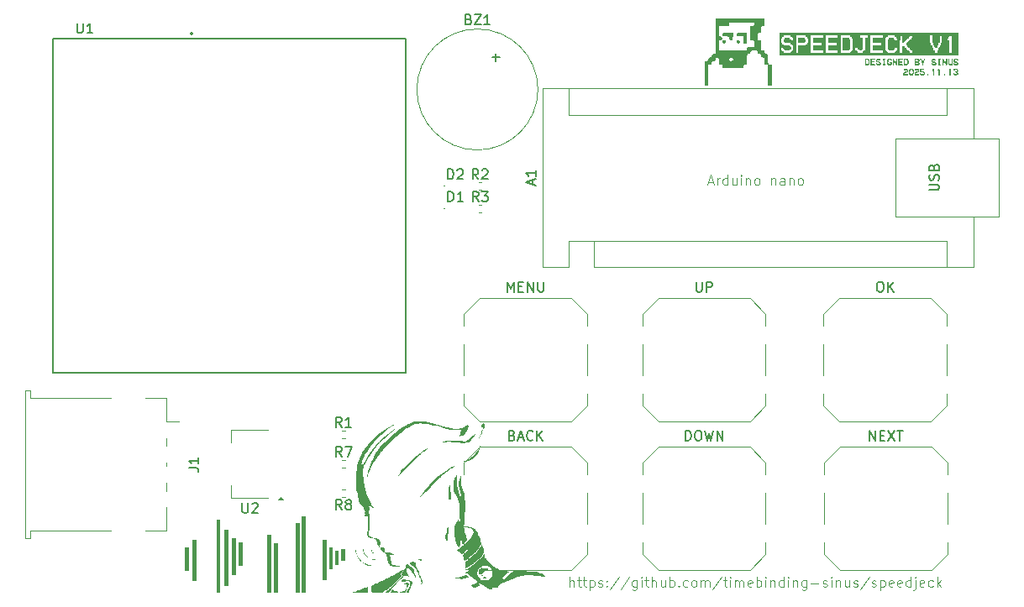
<source format=gbr>
%TF.GenerationSoftware,KiCad,Pcbnew,9.0.3*%
%TF.CreationDate,2025-11-18T14:15:18+09:00*%
%TF.ProjectId,SpeedJeck,53706565-644a-4656-936b-2e6b69636164,1*%
%TF.SameCoordinates,Original*%
%TF.FileFunction,Legend,Top*%
%TF.FilePolarity,Positive*%
%FSLAX46Y46*%
G04 Gerber Fmt 4.6, Leading zero omitted, Abs format (unit mm)*
G04 Created by KiCad (PCBNEW 9.0.3) date 2025-11-18 14:15:18*
%MOMM*%
%LPD*%
G01*
G04 APERTURE LIST*
%ADD10C,0.100000*%
%ADD11C,0.150000*%
%ADD12C,0.120000*%
%ADD13C,0.127000*%
%ADD14C,0.200000*%
%ADD15C,0.000000*%
G04 APERTURE END LIST*
D10*
X158291884Y-97408419D02*
X158291884Y-96408419D01*
X158720455Y-97408419D02*
X158720455Y-96884609D01*
X158720455Y-96884609D02*
X158672836Y-96789371D01*
X158672836Y-96789371D02*
X158577598Y-96741752D01*
X158577598Y-96741752D02*
X158434741Y-96741752D01*
X158434741Y-96741752D02*
X158339503Y-96789371D01*
X158339503Y-96789371D02*
X158291884Y-96836990D01*
X159053789Y-96741752D02*
X159434741Y-96741752D01*
X159196646Y-96408419D02*
X159196646Y-97265561D01*
X159196646Y-97265561D02*
X159244265Y-97360800D01*
X159244265Y-97360800D02*
X159339503Y-97408419D01*
X159339503Y-97408419D02*
X159434741Y-97408419D01*
X159625218Y-96741752D02*
X160006170Y-96741752D01*
X159768075Y-96408419D02*
X159768075Y-97265561D01*
X159768075Y-97265561D02*
X159815694Y-97360800D01*
X159815694Y-97360800D02*
X159910932Y-97408419D01*
X159910932Y-97408419D02*
X160006170Y-97408419D01*
X160339504Y-96741752D02*
X160339504Y-97741752D01*
X160339504Y-96789371D02*
X160434742Y-96741752D01*
X160434742Y-96741752D02*
X160625218Y-96741752D01*
X160625218Y-96741752D02*
X160720456Y-96789371D01*
X160720456Y-96789371D02*
X160768075Y-96836990D01*
X160768075Y-96836990D02*
X160815694Y-96932228D01*
X160815694Y-96932228D02*
X160815694Y-97217942D01*
X160815694Y-97217942D02*
X160768075Y-97313180D01*
X160768075Y-97313180D02*
X160720456Y-97360800D01*
X160720456Y-97360800D02*
X160625218Y-97408419D01*
X160625218Y-97408419D02*
X160434742Y-97408419D01*
X160434742Y-97408419D02*
X160339504Y-97360800D01*
X161196647Y-97360800D02*
X161291885Y-97408419D01*
X161291885Y-97408419D02*
X161482361Y-97408419D01*
X161482361Y-97408419D02*
X161577599Y-97360800D01*
X161577599Y-97360800D02*
X161625218Y-97265561D01*
X161625218Y-97265561D02*
X161625218Y-97217942D01*
X161625218Y-97217942D02*
X161577599Y-97122704D01*
X161577599Y-97122704D02*
X161482361Y-97075085D01*
X161482361Y-97075085D02*
X161339504Y-97075085D01*
X161339504Y-97075085D02*
X161244266Y-97027466D01*
X161244266Y-97027466D02*
X161196647Y-96932228D01*
X161196647Y-96932228D02*
X161196647Y-96884609D01*
X161196647Y-96884609D02*
X161244266Y-96789371D01*
X161244266Y-96789371D02*
X161339504Y-96741752D01*
X161339504Y-96741752D02*
X161482361Y-96741752D01*
X161482361Y-96741752D02*
X161577599Y-96789371D01*
X162053790Y-97313180D02*
X162101409Y-97360800D01*
X162101409Y-97360800D02*
X162053790Y-97408419D01*
X162053790Y-97408419D02*
X162006171Y-97360800D01*
X162006171Y-97360800D02*
X162053790Y-97313180D01*
X162053790Y-97313180D02*
X162053790Y-97408419D01*
X162053790Y-96789371D02*
X162101409Y-96836990D01*
X162101409Y-96836990D02*
X162053790Y-96884609D01*
X162053790Y-96884609D02*
X162006171Y-96836990D01*
X162006171Y-96836990D02*
X162053790Y-96789371D01*
X162053790Y-96789371D02*
X162053790Y-96884609D01*
X163244265Y-96360800D02*
X162387123Y-97646514D01*
X164291884Y-96360800D02*
X163434742Y-97646514D01*
X165053789Y-96741752D02*
X165053789Y-97551276D01*
X165053789Y-97551276D02*
X165006170Y-97646514D01*
X165006170Y-97646514D02*
X164958551Y-97694133D01*
X164958551Y-97694133D02*
X164863313Y-97741752D01*
X164863313Y-97741752D02*
X164720456Y-97741752D01*
X164720456Y-97741752D02*
X164625218Y-97694133D01*
X165053789Y-97360800D02*
X164958551Y-97408419D01*
X164958551Y-97408419D02*
X164768075Y-97408419D01*
X164768075Y-97408419D02*
X164672837Y-97360800D01*
X164672837Y-97360800D02*
X164625218Y-97313180D01*
X164625218Y-97313180D02*
X164577599Y-97217942D01*
X164577599Y-97217942D02*
X164577599Y-96932228D01*
X164577599Y-96932228D02*
X164625218Y-96836990D01*
X164625218Y-96836990D02*
X164672837Y-96789371D01*
X164672837Y-96789371D02*
X164768075Y-96741752D01*
X164768075Y-96741752D02*
X164958551Y-96741752D01*
X164958551Y-96741752D02*
X165053789Y-96789371D01*
X165529980Y-97408419D02*
X165529980Y-96741752D01*
X165529980Y-96408419D02*
X165482361Y-96456038D01*
X165482361Y-96456038D02*
X165529980Y-96503657D01*
X165529980Y-96503657D02*
X165577599Y-96456038D01*
X165577599Y-96456038D02*
X165529980Y-96408419D01*
X165529980Y-96408419D02*
X165529980Y-96503657D01*
X165863313Y-96741752D02*
X166244265Y-96741752D01*
X166006170Y-96408419D02*
X166006170Y-97265561D01*
X166006170Y-97265561D02*
X166053789Y-97360800D01*
X166053789Y-97360800D02*
X166149027Y-97408419D01*
X166149027Y-97408419D02*
X166244265Y-97408419D01*
X166577599Y-97408419D02*
X166577599Y-96408419D01*
X167006170Y-97408419D02*
X167006170Y-96884609D01*
X167006170Y-96884609D02*
X166958551Y-96789371D01*
X166958551Y-96789371D02*
X166863313Y-96741752D01*
X166863313Y-96741752D02*
X166720456Y-96741752D01*
X166720456Y-96741752D02*
X166625218Y-96789371D01*
X166625218Y-96789371D02*
X166577599Y-96836990D01*
X167910932Y-96741752D02*
X167910932Y-97408419D01*
X167482361Y-96741752D02*
X167482361Y-97265561D01*
X167482361Y-97265561D02*
X167529980Y-97360800D01*
X167529980Y-97360800D02*
X167625218Y-97408419D01*
X167625218Y-97408419D02*
X167768075Y-97408419D01*
X167768075Y-97408419D02*
X167863313Y-97360800D01*
X167863313Y-97360800D02*
X167910932Y-97313180D01*
X168387123Y-97408419D02*
X168387123Y-96408419D01*
X168387123Y-96789371D02*
X168482361Y-96741752D01*
X168482361Y-96741752D02*
X168672837Y-96741752D01*
X168672837Y-96741752D02*
X168768075Y-96789371D01*
X168768075Y-96789371D02*
X168815694Y-96836990D01*
X168815694Y-96836990D02*
X168863313Y-96932228D01*
X168863313Y-96932228D02*
X168863313Y-97217942D01*
X168863313Y-97217942D02*
X168815694Y-97313180D01*
X168815694Y-97313180D02*
X168768075Y-97360800D01*
X168768075Y-97360800D02*
X168672837Y-97408419D01*
X168672837Y-97408419D02*
X168482361Y-97408419D01*
X168482361Y-97408419D02*
X168387123Y-97360800D01*
X169291885Y-97313180D02*
X169339504Y-97360800D01*
X169339504Y-97360800D02*
X169291885Y-97408419D01*
X169291885Y-97408419D02*
X169244266Y-97360800D01*
X169244266Y-97360800D02*
X169291885Y-97313180D01*
X169291885Y-97313180D02*
X169291885Y-97408419D01*
X170196646Y-97360800D02*
X170101408Y-97408419D01*
X170101408Y-97408419D02*
X169910932Y-97408419D01*
X169910932Y-97408419D02*
X169815694Y-97360800D01*
X169815694Y-97360800D02*
X169768075Y-97313180D01*
X169768075Y-97313180D02*
X169720456Y-97217942D01*
X169720456Y-97217942D02*
X169720456Y-96932228D01*
X169720456Y-96932228D02*
X169768075Y-96836990D01*
X169768075Y-96836990D02*
X169815694Y-96789371D01*
X169815694Y-96789371D02*
X169910932Y-96741752D01*
X169910932Y-96741752D02*
X170101408Y-96741752D01*
X170101408Y-96741752D02*
X170196646Y-96789371D01*
X170768075Y-97408419D02*
X170672837Y-97360800D01*
X170672837Y-97360800D02*
X170625218Y-97313180D01*
X170625218Y-97313180D02*
X170577599Y-97217942D01*
X170577599Y-97217942D02*
X170577599Y-96932228D01*
X170577599Y-96932228D02*
X170625218Y-96836990D01*
X170625218Y-96836990D02*
X170672837Y-96789371D01*
X170672837Y-96789371D02*
X170768075Y-96741752D01*
X170768075Y-96741752D02*
X170910932Y-96741752D01*
X170910932Y-96741752D02*
X171006170Y-96789371D01*
X171006170Y-96789371D02*
X171053789Y-96836990D01*
X171053789Y-96836990D02*
X171101408Y-96932228D01*
X171101408Y-96932228D02*
X171101408Y-97217942D01*
X171101408Y-97217942D02*
X171053789Y-97313180D01*
X171053789Y-97313180D02*
X171006170Y-97360800D01*
X171006170Y-97360800D02*
X170910932Y-97408419D01*
X170910932Y-97408419D02*
X170768075Y-97408419D01*
X171529980Y-97408419D02*
X171529980Y-96741752D01*
X171529980Y-96836990D02*
X171577599Y-96789371D01*
X171577599Y-96789371D02*
X171672837Y-96741752D01*
X171672837Y-96741752D02*
X171815694Y-96741752D01*
X171815694Y-96741752D02*
X171910932Y-96789371D01*
X171910932Y-96789371D02*
X171958551Y-96884609D01*
X171958551Y-96884609D02*
X171958551Y-97408419D01*
X171958551Y-96884609D02*
X172006170Y-96789371D01*
X172006170Y-96789371D02*
X172101408Y-96741752D01*
X172101408Y-96741752D02*
X172244265Y-96741752D01*
X172244265Y-96741752D02*
X172339504Y-96789371D01*
X172339504Y-96789371D02*
X172387123Y-96884609D01*
X172387123Y-96884609D02*
X172387123Y-97408419D01*
X173577598Y-96360800D02*
X172720456Y-97646514D01*
X173768075Y-96741752D02*
X174149027Y-96741752D01*
X173910932Y-96408419D02*
X173910932Y-97265561D01*
X173910932Y-97265561D02*
X173958551Y-97360800D01*
X173958551Y-97360800D02*
X174053789Y-97408419D01*
X174053789Y-97408419D02*
X174149027Y-97408419D01*
X174482361Y-97408419D02*
X174482361Y-96741752D01*
X174482361Y-96408419D02*
X174434742Y-96456038D01*
X174434742Y-96456038D02*
X174482361Y-96503657D01*
X174482361Y-96503657D02*
X174529980Y-96456038D01*
X174529980Y-96456038D02*
X174482361Y-96408419D01*
X174482361Y-96408419D02*
X174482361Y-96503657D01*
X174958551Y-97408419D02*
X174958551Y-96741752D01*
X174958551Y-96836990D02*
X175006170Y-96789371D01*
X175006170Y-96789371D02*
X175101408Y-96741752D01*
X175101408Y-96741752D02*
X175244265Y-96741752D01*
X175244265Y-96741752D02*
X175339503Y-96789371D01*
X175339503Y-96789371D02*
X175387122Y-96884609D01*
X175387122Y-96884609D02*
X175387122Y-97408419D01*
X175387122Y-96884609D02*
X175434741Y-96789371D01*
X175434741Y-96789371D02*
X175529979Y-96741752D01*
X175529979Y-96741752D02*
X175672836Y-96741752D01*
X175672836Y-96741752D02*
X175768075Y-96789371D01*
X175768075Y-96789371D02*
X175815694Y-96884609D01*
X175815694Y-96884609D02*
X175815694Y-97408419D01*
X176672836Y-97360800D02*
X176577598Y-97408419D01*
X176577598Y-97408419D02*
X176387122Y-97408419D01*
X176387122Y-97408419D02*
X176291884Y-97360800D01*
X176291884Y-97360800D02*
X176244265Y-97265561D01*
X176244265Y-97265561D02*
X176244265Y-96884609D01*
X176244265Y-96884609D02*
X176291884Y-96789371D01*
X176291884Y-96789371D02*
X176387122Y-96741752D01*
X176387122Y-96741752D02*
X176577598Y-96741752D01*
X176577598Y-96741752D02*
X176672836Y-96789371D01*
X176672836Y-96789371D02*
X176720455Y-96884609D01*
X176720455Y-96884609D02*
X176720455Y-96979847D01*
X176720455Y-96979847D02*
X176244265Y-97075085D01*
X177149027Y-97408419D02*
X177149027Y-96408419D01*
X177149027Y-96789371D02*
X177244265Y-96741752D01*
X177244265Y-96741752D02*
X177434741Y-96741752D01*
X177434741Y-96741752D02*
X177529979Y-96789371D01*
X177529979Y-96789371D02*
X177577598Y-96836990D01*
X177577598Y-96836990D02*
X177625217Y-96932228D01*
X177625217Y-96932228D02*
X177625217Y-97217942D01*
X177625217Y-97217942D02*
X177577598Y-97313180D01*
X177577598Y-97313180D02*
X177529979Y-97360800D01*
X177529979Y-97360800D02*
X177434741Y-97408419D01*
X177434741Y-97408419D02*
X177244265Y-97408419D01*
X177244265Y-97408419D02*
X177149027Y-97360800D01*
X178053789Y-97408419D02*
X178053789Y-96741752D01*
X178053789Y-96408419D02*
X178006170Y-96456038D01*
X178006170Y-96456038D02*
X178053789Y-96503657D01*
X178053789Y-96503657D02*
X178101408Y-96456038D01*
X178101408Y-96456038D02*
X178053789Y-96408419D01*
X178053789Y-96408419D02*
X178053789Y-96503657D01*
X178529979Y-96741752D02*
X178529979Y-97408419D01*
X178529979Y-96836990D02*
X178577598Y-96789371D01*
X178577598Y-96789371D02*
X178672836Y-96741752D01*
X178672836Y-96741752D02*
X178815693Y-96741752D01*
X178815693Y-96741752D02*
X178910931Y-96789371D01*
X178910931Y-96789371D02*
X178958550Y-96884609D01*
X178958550Y-96884609D02*
X178958550Y-97408419D01*
X179863312Y-97408419D02*
X179863312Y-96408419D01*
X179863312Y-97360800D02*
X179768074Y-97408419D01*
X179768074Y-97408419D02*
X179577598Y-97408419D01*
X179577598Y-97408419D02*
X179482360Y-97360800D01*
X179482360Y-97360800D02*
X179434741Y-97313180D01*
X179434741Y-97313180D02*
X179387122Y-97217942D01*
X179387122Y-97217942D02*
X179387122Y-96932228D01*
X179387122Y-96932228D02*
X179434741Y-96836990D01*
X179434741Y-96836990D02*
X179482360Y-96789371D01*
X179482360Y-96789371D02*
X179577598Y-96741752D01*
X179577598Y-96741752D02*
X179768074Y-96741752D01*
X179768074Y-96741752D02*
X179863312Y-96789371D01*
X180339503Y-97408419D02*
X180339503Y-96741752D01*
X180339503Y-96408419D02*
X180291884Y-96456038D01*
X180291884Y-96456038D02*
X180339503Y-96503657D01*
X180339503Y-96503657D02*
X180387122Y-96456038D01*
X180387122Y-96456038D02*
X180339503Y-96408419D01*
X180339503Y-96408419D02*
X180339503Y-96503657D01*
X180815693Y-96741752D02*
X180815693Y-97408419D01*
X180815693Y-96836990D02*
X180863312Y-96789371D01*
X180863312Y-96789371D02*
X180958550Y-96741752D01*
X180958550Y-96741752D02*
X181101407Y-96741752D01*
X181101407Y-96741752D02*
X181196645Y-96789371D01*
X181196645Y-96789371D02*
X181244264Y-96884609D01*
X181244264Y-96884609D02*
X181244264Y-97408419D01*
X182149026Y-96741752D02*
X182149026Y-97551276D01*
X182149026Y-97551276D02*
X182101407Y-97646514D01*
X182101407Y-97646514D02*
X182053788Y-97694133D01*
X182053788Y-97694133D02*
X181958550Y-97741752D01*
X181958550Y-97741752D02*
X181815693Y-97741752D01*
X181815693Y-97741752D02*
X181720455Y-97694133D01*
X182149026Y-97360800D02*
X182053788Y-97408419D01*
X182053788Y-97408419D02*
X181863312Y-97408419D01*
X181863312Y-97408419D02*
X181768074Y-97360800D01*
X181768074Y-97360800D02*
X181720455Y-97313180D01*
X181720455Y-97313180D02*
X181672836Y-97217942D01*
X181672836Y-97217942D02*
X181672836Y-96932228D01*
X181672836Y-96932228D02*
X181720455Y-96836990D01*
X181720455Y-96836990D02*
X181768074Y-96789371D01*
X181768074Y-96789371D02*
X181863312Y-96741752D01*
X181863312Y-96741752D02*
X182053788Y-96741752D01*
X182053788Y-96741752D02*
X182149026Y-96789371D01*
X182625217Y-97027466D02*
X183387122Y-97027466D01*
X183815693Y-97360800D02*
X183910931Y-97408419D01*
X183910931Y-97408419D02*
X184101407Y-97408419D01*
X184101407Y-97408419D02*
X184196645Y-97360800D01*
X184196645Y-97360800D02*
X184244264Y-97265561D01*
X184244264Y-97265561D02*
X184244264Y-97217942D01*
X184244264Y-97217942D02*
X184196645Y-97122704D01*
X184196645Y-97122704D02*
X184101407Y-97075085D01*
X184101407Y-97075085D02*
X183958550Y-97075085D01*
X183958550Y-97075085D02*
X183863312Y-97027466D01*
X183863312Y-97027466D02*
X183815693Y-96932228D01*
X183815693Y-96932228D02*
X183815693Y-96884609D01*
X183815693Y-96884609D02*
X183863312Y-96789371D01*
X183863312Y-96789371D02*
X183958550Y-96741752D01*
X183958550Y-96741752D02*
X184101407Y-96741752D01*
X184101407Y-96741752D02*
X184196645Y-96789371D01*
X184672836Y-97408419D02*
X184672836Y-96741752D01*
X184672836Y-96408419D02*
X184625217Y-96456038D01*
X184625217Y-96456038D02*
X184672836Y-96503657D01*
X184672836Y-96503657D02*
X184720455Y-96456038D01*
X184720455Y-96456038D02*
X184672836Y-96408419D01*
X184672836Y-96408419D02*
X184672836Y-96503657D01*
X185149026Y-96741752D02*
X185149026Y-97408419D01*
X185149026Y-96836990D02*
X185196645Y-96789371D01*
X185196645Y-96789371D02*
X185291883Y-96741752D01*
X185291883Y-96741752D02*
X185434740Y-96741752D01*
X185434740Y-96741752D02*
X185529978Y-96789371D01*
X185529978Y-96789371D02*
X185577597Y-96884609D01*
X185577597Y-96884609D02*
X185577597Y-97408419D01*
X186482359Y-96741752D02*
X186482359Y-97408419D01*
X186053788Y-96741752D02*
X186053788Y-97265561D01*
X186053788Y-97265561D02*
X186101407Y-97360800D01*
X186101407Y-97360800D02*
X186196645Y-97408419D01*
X186196645Y-97408419D02*
X186339502Y-97408419D01*
X186339502Y-97408419D02*
X186434740Y-97360800D01*
X186434740Y-97360800D02*
X186482359Y-97313180D01*
X186910931Y-97360800D02*
X187006169Y-97408419D01*
X187006169Y-97408419D02*
X187196645Y-97408419D01*
X187196645Y-97408419D02*
X187291883Y-97360800D01*
X187291883Y-97360800D02*
X187339502Y-97265561D01*
X187339502Y-97265561D02*
X187339502Y-97217942D01*
X187339502Y-97217942D02*
X187291883Y-97122704D01*
X187291883Y-97122704D02*
X187196645Y-97075085D01*
X187196645Y-97075085D02*
X187053788Y-97075085D01*
X187053788Y-97075085D02*
X186958550Y-97027466D01*
X186958550Y-97027466D02*
X186910931Y-96932228D01*
X186910931Y-96932228D02*
X186910931Y-96884609D01*
X186910931Y-96884609D02*
X186958550Y-96789371D01*
X186958550Y-96789371D02*
X187053788Y-96741752D01*
X187053788Y-96741752D02*
X187196645Y-96741752D01*
X187196645Y-96741752D02*
X187291883Y-96789371D01*
X188482359Y-96360800D02*
X187625217Y-97646514D01*
X188768074Y-97360800D02*
X188863312Y-97408419D01*
X188863312Y-97408419D02*
X189053788Y-97408419D01*
X189053788Y-97408419D02*
X189149026Y-97360800D01*
X189149026Y-97360800D02*
X189196645Y-97265561D01*
X189196645Y-97265561D02*
X189196645Y-97217942D01*
X189196645Y-97217942D02*
X189149026Y-97122704D01*
X189149026Y-97122704D02*
X189053788Y-97075085D01*
X189053788Y-97075085D02*
X188910931Y-97075085D01*
X188910931Y-97075085D02*
X188815693Y-97027466D01*
X188815693Y-97027466D02*
X188768074Y-96932228D01*
X188768074Y-96932228D02*
X188768074Y-96884609D01*
X188768074Y-96884609D02*
X188815693Y-96789371D01*
X188815693Y-96789371D02*
X188910931Y-96741752D01*
X188910931Y-96741752D02*
X189053788Y-96741752D01*
X189053788Y-96741752D02*
X189149026Y-96789371D01*
X189625217Y-96741752D02*
X189625217Y-97741752D01*
X189625217Y-96789371D02*
X189720455Y-96741752D01*
X189720455Y-96741752D02*
X189910931Y-96741752D01*
X189910931Y-96741752D02*
X190006169Y-96789371D01*
X190006169Y-96789371D02*
X190053788Y-96836990D01*
X190053788Y-96836990D02*
X190101407Y-96932228D01*
X190101407Y-96932228D02*
X190101407Y-97217942D01*
X190101407Y-97217942D02*
X190053788Y-97313180D01*
X190053788Y-97313180D02*
X190006169Y-97360800D01*
X190006169Y-97360800D02*
X189910931Y-97408419D01*
X189910931Y-97408419D02*
X189720455Y-97408419D01*
X189720455Y-97408419D02*
X189625217Y-97360800D01*
X190910931Y-97360800D02*
X190815693Y-97408419D01*
X190815693Y-97408419D02*
X190625217Y-97408419D01*
X190625217Y-97408419D02*
X190529979Y-97360800D01*
X190529979Y-97360800D02*
X190482360Y-97265561D01*
X190482360Y-97265561D02*
X190482360Y-96884609D01*
X190482360Y-96884609D02*
X190529979Y-96789371D01*
X190529979Y-96789371D02*
X190625217Y-96741752D01*
X190625217Y-96741752D02*
X190815693Y-96741752D01*
X190815693Y-96741752D02*
X190910931Y-96789371D01*
X190910931Y-96789371D02*
X190958550Y-96884609D01*
X190958550Y-96884609D02*
X190958550Y-96979847D01*
X190958550Y-96979847D02*
X190482360Y-97075085D01*
X191768074Y-97360800D02*
X191672836Y-97408419D01*
X191672836Y-97408419D02*
X191482360Y-97408419D01*
X191482360Y-97408419D02*
X191387122Y-97360800D01*
X191387122Y-97360800D02*
X191339503Y-97265561D01*
X191339503Y-97265561D02*
X191339503Y-96884609D01*
X191339503Y-96884609D02*
X191387122Y-96789371D01*
X191387122Y-96789371D02*
X191482360Y-96741752D01*
X191482360Y-96741752D02*
X191672836Y-96741752D01*
X191672836Y-96741752D02*
X191768074Y-96789371D01*
X191768074Y-96789371D02*
X191815693Y-96884609D01*
X191815693Y-96884609D02*
X191815693Y-96979847D01*
X191815693Y-96979847D02*
X191339503Y-97075085D01*
X192672836Y-97408419D02*
X192672836Y-96408419D01*
X192672836Y-97360800D02*
X192577598Y-97408419D01*
X192577598Y-97408419D02*
X192387122Y-97408419D01*
X192387122Y-97408419D02*
X192291884Y-97360800D01*
X192291884Y-97360800D02*
X192244265Y-97313180D01*
X192244265Y-97313180D02*
X192196646Y-97217942D01*
X192196646Y-97217942D02*
X192196646Y-96932228D01*
X192196646Y-96932228D02*
X192244265Y-96836990D01*
X192244265Y-96836990D02*
X192291884Y-96789371D01*
X192291884Y-96789371D02*
X192387122Y-96741752D01*
X192387122Y-96741752D02*
X192577598Y-96741752D01*
X192577598Y-96741752D02*
X192672836Y-96789371D01*
X193149027Y-96741752D02*
X193149027Y-97598895D01*
X193149027Y-97598895D02*
X193101408Y-97694133D01*
X193101408Y-97694133D02*
X193006170Y-97741752D01*
X193006170Y-97741752D02*
X192958551Y-97741752D01*
X193149027Y-96408419D02*
X193101408Y-96456038D01*
X193101408Y-96456038D02*
X193149027Y-96503657D01*
X193149027Y-96503657D02*
X193196646Y-96456038D01*
X193196646Y-96456038D02*
X193149027Y-96408419D01*
X193149027Y-96408419D02*
X193149027Y-96503657D01*
X194006169Y-97360800D02*
X193910931Y-97408419D01*
X193910931Y-97408419D02*
X193720455Y-97408419D01*
X193720455Y-97408419D02*
X193625217Y-97360800D01*
X193625217Y-97360800D02*
X193577598Y-97265561D01*
X193577598Y-97265561D02*
X193577598Y-96884609D01*
X193577598Y-96884609D02*
X193625217Y-96789371D01*
X193625217Y-96789371D02*
X193720455Y-96741752D01*
X193720455Y-96741752D02*
X193910931Y-96741752D01*
X193910931Y-96741752D02*
X194006169Y-96789371D01*
X194006169Y-96789371D02*
X194053788Y-96884609D01*
X194053788Y-96884609D02*
X194053788Y-96979847D01*
X194053788Y-96979847D02*
X193577598Y-97075085D01*
X194910931Y-97360800D02*
X194815693Y-97408419D01*
X194815693Y-97408419D02*
X194625217Y-97408419D01*
X194625217Y-97408419D02*
X194529979Y-97360800D01*
X194529979Y-97360800D02*
X194482360Y-97313180D01*
X194482360Y-97313180D02*
X194434741Y-97217942D01*
X194434741Y-97217942D02*
X194434741Y-96932228D01*
X194434741Y-96932228D02*
X194482360Y-96836990D01*
X194482360Y-96836990D02*
X194529979Y-96789371D01*
X194529979Y-96789371D02*
X194625217Y-96741752D01*
X194625217Y-96741752D02*
X194815693Y-96741752D01*
X194815693Y-96741752D02*
X194910931Y-96789371D01*
X195339503Y-97408419D02*
X195339503Y-96408419D01*
X195434741Y-97027466D02*
X195720455Y-97408419D01*
X195720455Y-96741752D02*
X195339503Y-97122704D01*
X172256265Y-56586704D02*
X172732455Y-56586704D01*
X172161027Y-56872419D02*
X172494360Y-55872419D01*
X172494360Y-55872419D02*
X172827693Y-56872419D01*
X173161027Y-56872419D02*
X173161027Y-56205752D01*
X173161027Y-56396228D02*
X173208646Y-56300990D01*
X173208646Y-56300990D02*
X173256265Y-56253371D01*
X173256265Y-56253371D02*
X173351503Y-56205752D01*
X173351503Y-56205752D02*
X173446741Y-56205752D01*
X174208646Y-56872419D02*
X174208646Y-55872419D01*
X174208646Y-56824800D02*
X174113408Y-56872419D01*
X174113408Y-56872419D02*
X173922932Y-56872419D01*
X173922932Y-56872419D02*
X173827694Y-56824800D01*
X173827694Y-56824800D02*
X173780075Y-56777180D01*
X173780075Y-56777180D02*
X173732456Y-56681942D01*
X173732456Y-56681942D02*
X173732456Y-56396228D01*
X173732456Y-56396228D02*
X173780075Y-56300990D01*
X173780075Y-56300990D02*
X173827694Y-56253371D01*
X173827694Y-56253371D02*
X173922932Y-56205752D01*
X173922932Y-56205752D02*
X174113408Y-56205752D01*
X174113408Y-56205752D02*
X174208646Y-56253371D01*
X175113408Y-56205752D02*
X175113408Y-56872419D01*
X174684837Y-56205752D02*
X174684837Y-56729561D01*
X174684837Y-56729561D02*
X174732456Y-56824800D01*
X174732456Y-56824800D02*
X174827694Y-56872419D01*
X174827694Y-56872419D02*
X174970551Y-56872419D01*
X174970551Y-56872419D02*
X175065789Y-56824800D01*
X175065789Y-56824800D02*
X175113408Y-56777180D01*
X175589599Y-56872419D02*
X175589599Y-56205752D01*
X175589599Y-55872419D02*
X175541980Y-55920038D01*
X175541980Y-55920038D02*
X175589599Y-55967657D01*
X175589599Y-55967657D02*
X175637218Y-55920038D01*
X175637218Y-55920038D02*
X175589599Y-55872419D01*
X175589599Y-55872419D02*
X175589599Y-55967657D01*
X176065789Y-56205752D02*
X176065789Y-56872419D01*
X176065789Y-56300990D02*
X176113408Y-56253371D01*
X176113408Y-56253371D02*
X176208646Y-56205752D01*
X176208646Y-56205752D02*
X176351503Y-56205752D01*
X176351503Y-56205752D02*
X176446741Y-56253371D01*
X176446741Y-56253371D02*
X176494360Y-56348609D01*
X176494360Y-56348609D02*
X176494360Y-56872419D01*
X177113408Y-56872419D02*
X177018170Y-56824800D01*
X177018170Y-56824800D02*
X176970551Y-56777180D01*
X176970551Y-56777180D02*
X176922932Y-56681942D01*
X176922932Y-56681942D02*
X176922932Y-56396228D01*
X176922932Y-56396228D02*
X176970551Y-56300990D01*
X176970551Y-56300990D02*
X177018170Y-56253371D01*
X177018170Y-56253371D02*
X177113408Y-56205752D01*
X177113408Y-56205752D02*
X177256265Y-56205752D01*
X177256265Y-56205752D02*
X177351503Y-56253371D01*
X177351503Y-56253371D02*
X177399122Y-56300990D01*
X177399122Y-56300990D02*
X177446741Y-56396228D01*
X177446741Y-56396228D02*
X177446741Y-56681942D01*
X177446741Y-56681942D02*
X177399122Y-56777180D01*
X177399122Y-56777180D02*
X177351503Y-56824800D01*
X177351503Y-56824800D02*
X177256265Y-56872419D01*
X177256265Y-56872419D02*
X177113408Y-56872419D01*
X178637218Y-56205752D02*
X178637218Y-56872419D01*
X178637218Y-56300990D02*
X178684837Y-56253371D01*
X178684837Y-56253371D02*
X178780075Y-56205752D01*
X178780075Y-56205752D02*
X178922932Y-56205752D01*
X178922932Y-56205752D02*
X179018170Y-56253371D01*
X179018170Y-56253371D02*
X179065789Y-56348609D01*
X179065789Y-56348609D02*
X179065789Y-56872419D01*
X179970551Y-56872419D02*
X179970551Y-56348609D01*
X179970551Y-56348609D02*
X179922932Y-56253371D01*
X179922932Y-56253371D02*
X179827694Y-56205752D01*
X179827694Y-56205752D02*
X179637218Y-56205752D01*
X179637218Y-56205752D02*
X179541980Y-56253371D01*
X179970551Y-56824800D02*
X179875313Y-56872419D01*
X179875313Y-56872419D02*
X179637218Y-56872419D01*
X179637218Y-56872419D02*
X179541980Y-56824800D01*
X179541980Y-56824800D02*
X179494361Y-56729561D01*
X179494361Y-56729561D02*
X179494361Y-56634323D01*
X179494361Y-56634323D02*
X179541980Y-56539085D01*
X179541980Y-56539085D02*
X179637218Y-56491466D01*
X179637218Y-56491466D02*
X179875313Y-56491466D01*
X179875313Y-56491466D02*
X179970551Y-56443847D01*
X180446742Y-56205752D02*
X180446742Y-56872419D01*
X180446742Y-56300990D02*
X180494361Y-56253371D01*
X180494361Y-56253371D02*
X180589599Y-56205752D01*
X180589599Y-56205752D02*
X180732456Y-56205752D01*
X180732456Y-56205752D02*
X180827694Y-56253371D01*
X180827694Y-56253371D02*
X180875313Y-56348609D01*
X180875313Y-56348609D02*
X180875313Y-56872419D01*
X181494361Y-56872419D02*
X181399123Y-56824800D01*
X181399123Y-56824800D02*
X181351504Y-56777180D01*
X181351504Y-56777180D02*
X181303885Y-56681942D01*
X181303885Y-56681942D02*
X181303885Y-56396228D01*
X181303885Y-56396228D02*
X181351504Y-56300990D01*
X181351504Y-56300990D02*
X181399123Y-56253371D01*
X181399123Y-56253371D02*
X181494361Y-56205752D01*
X181494361Y-56205752D02*
X181637218Y-56205752D01*
X181637218Y-56205752D02*
X181732456Y-56253371D01*
X181732456Y-56253371D02*
X181780075Y-56300990D01*
X181780075Y-56300990D02*
X181827694Y-56396228D01*
X181827694Y-56396228D02*
X181827694Y-56681942D01*
X181827694Y-56681942D02*
X181780075Y-56777180D01*
X181780075Y-56777180D02*
X181732456Y-56824800D01*
X181732456Y-56824800D02*
X181637218Y-56872419D01*
X181637218Y-56872419D02*
X181494361Y-56872419D01*
D11*
X146041905Y-58534819D02*
X146041905Y-57534819D01*
X146041905Y-57534819D02*
X146280000Y-57534819D01*
X146280000Y-57534819D02*
X146422857Y-57582438D01*
X146422857Y-57582438D02*
X146518095Y-57677676D01*
X146518095Y-57677676D02*
X146565714Y-57772914D01*
X146565714Y-57772914D02*
X146613333Y-57963390D01*
X146613333Y-57963390D02*
X146613333Y-58106247D01*
X146613333Y-58106247D02*
X146565714Y-58296723D01*
X146565714Y-58296723D02*
X146518095Y-58391961D01*
X146518095Y-58391961D02*
X146422857Y-58487200D01*
X146422857Y-58487200D02*
X146280000Y-58534819D01*
X146280000Y-58534819D02*
X146041905Y-58534819D01*
X147565714Y-58534819D02*
X146994286Y-58534819D01*
X147280000Y-58534819D02*
X147280000Y-57534819D01*
X147280000Y-57534819D02*
X147184762Y-57677676D01*
X147184762Y-57677676D02*
X147089524Y-57772914D01*
X147089524Y-57772914D02*
X146994286Y-57820533D01*
X135323333Y-81284819D02*
X134990000Y-80808628D01*
X134751905Y-81284819D02*
X134751905Y-80284819D01*
X134751905Y-80284819D02*
X135132857Y-80284819D01*
X135132857Y-80284819D02*
X135228095Y-80332438D01*
X135228095Y-80332438D02*
X135275714Y-80380057D01*
X135275714Y-80380057D02*
X135323333Y-80475295D01*
X135323333Y-80475295D02*
X135323333Y-80618152D01*
X135323333Y-80618152D02*
X135275714Y-80713390D01*
X135275714Y-80713390D02*
X135228095Y-80761009D01*
X135228095Y-80761009D02*
X135132857Y-80808628D01*
X135132857Y-80808628D02*
X134751905Y-80808628D01*
X136275714Y-81284819D02*
X135704286Y-81284819D01*
X135990000Y-81284819D02*
X135990000Y-80284819D01*
X135990000Y-80284819D02*
X135894762Y-80427676D01*
X135894762Y-80427676D02*
X135799524Y-80522914D01*
X135799524Y-80522914D02*
X135704286Y-80570533D01*
X108663095Y-40569819D02*
X108663095Y-41379342D01*
X108663095Y-41379342D02*
X108710714Y-41474580D01*
X108710714Y-41474580D02*
X108758333Y-41522200D01*
X108758333Y-41522200D02*
X108853571Y-41569819D01*
X108853571Y-41569819D02*
X109044047Y-41569819D01*
X109044047Y-41569819D02*
X109139285Y-41522200D01*
X109139285Y-41522200D02*
X109186904Y-41474580D01*
X109186904Y-41474580D02*
X109234523Y-41379342D01*
X109234523Y-41379342D02*
X109234523Y-40569819D01*
X110234523Y-41569819D02*
X109663095Y-41569819D01*
X109948809Y-41569819D02*
X109948809Y-40569819D01*
X109948809Y-40569819D02*
X109853571Y-40712676D01*
X109853571Y-40712676D02*
X109758333Y-40807914D01*
X109758333Y-40807914D02*
X109663095Y-40855533D01*
X149103333Y-58534819D02*
X148770000Y-58058628D01*
X148531905Y-58534819D02*
X148531905Y-57534819D01*
X148531905Y-57534819D02*
X148912857Y-57534819D01*
X148912857Y-57534819D02*
X149008095Y-57582438D01*
X149008095Y-57582438D02*
X149055714Y-57630057D01*
X149055714Y-57630057D02*
X149103333Y-57725295D01*
X149103333Y-57725295D02*
X149103333Y-57868152D01*
X149103333Y-57868152D02*
X149055714Y-57963390D01*
X149055714Y-57963390D02*
X149008095Y-58011009D01*
X149008095Y-58011009D02*
X148912857Y-58058628D01*
X148912857Y-58058628D02*
X148531905Y-58058628D01*
X149436667Y-57534819D02*
X150055714Y-57534819D01*
X150055714Y-57534819D02*
X149722381Y-57915771D01*
X149722381Y-57915771D02*
X149865238Y-57915771D01*
X149865238Y-57915771D02*
X149960476Y-57963390D01*
X149960476Y-57963390D02*
X150008095Y-58011009D01*
X150008095Y-58011009D02*
X150055714Y-58106247D01*
X150055714Y-58106247D02*
X150055714Y-58344342D01*
X150055714Y-58344342D02*
X150008095Y-58439580D01*
X150008095Y-58439580D02*
X149960476Y-58487200D01*
X149960476Y-58487200D02*
X149865238Y-58534819D01*
X149865238Y-58534819D02*
X149579524Y-58534819D01*
X149579524Y-58534819D02*
X149484286Y-58487200D01*
X149484286Y-58487200D02*
X149436667Y-58439580D01*
X171064286Y-66654819D02*
X171064286Y-67464342D01*
X171064286Y-67464342D02*
X171111905Y-67559580D01*
X171111905Y-67559580D02*
X171159524Y-67607200D01*
X171159524Y-67607200D02*
X171254762Y-67654819D01*
X171254762Y-67654819D02*
X171445238Y-67654819D01*
X171445238Y-67654819D02*
X171540476Y-67607200D01*
X171540476Y-67607200D02*
X171588095Y-67559580D01*
X171588095Y-67559580D02*
X171635714Y-67464342D01*
X171635714Y-67464342D02*
X171635714Y-66654819D01*
X172111905Y-67654819D02*
X172111905Y-66654819D01*
X172111905Y-66654819D02*
X172492857Y-66654819D01*
X172492857Y-66654819D02*
X172588095Y-66702438D01*
X172588095Y-66702438D02*
X172635714Y-66750057D01*
X172635714Y-66750057D02*
X172683333Y-66845295D01*
X172683333Y-66845295D02*
X172683333Y-66988152D01*
X172683333Y-66988152D02*
X172635714Y-67083390D01*
X172635714Y-67083390D02*
X172588095Y-67131009D01*
X172588095Y-67131009D02*
X172492857Y-67178628D01*
X172492857Y-67178628D02*
X172111905Y-67178628D01*
X154601104Y-56848285D02*
X154601104Y-56372095D01*
X154886819Y-56943523D02*
X153886819Y-56610190D01*
X153886819Y-56610190D02*
X154886819Y-56276857D01*
X154886819Y-55419714D02*
X154886819Y-55991142D01*
X154886819Y-55705428D02*
X153886819Y-55705428D01*
X153886819Y-55705428D02*
X154029676Y-55800666D01*
X154029676Y-55800666D02*
X154124914Y-55895904D01*
X154124914Y-55895904D02*
X154172533Y-55991142D01*
X194526819Y-57395904D02*
X195336342Y-57395904D01*
X195336342Y-57395904D02*
X195431580Y-57348285D01*
X195431580Y-57348285D02*
X195479200Y-57300666D01*
X195479200Y-57300666D02*
X195526819Y-57205428D01*
X195526819Y-57205428D02*
X195526819Y-57014952D01*
X195526819Y-57014952D02*
X195479200Y-56919714D01*
X195479200Y-56919714D02*
X195431580Y-56872095D01*
X195431580Y-56872095D02*
X195336342Y-56824476D01*
X195336342Y-56824476D02*
X194526819Y-56824476D01*
X195479200Y-56395904D02*
X195526819Y-56253047D01*
X195526819Y-56253047D02*
X195526819Y-56014952D01*
X195526819Y-56014952D02*
X195479200Y-55919714D01*
X195479200Y-55919714D02*
X195431580Y-55872095D01*
X195431580Y-55872095D02*
X195336342Y-55824476D01*
X195336342Y-55824476D02*
X195241104Y-55824476D01*
X195241104Y-55824476D02*
X195145866Y-55872095D01*
X195145866Y-55872095D02*
X195098247Y-55919714D01*
X195098247Y-55919714D02*
X195050628Y-56014952D01*
X195050628Y-56014952D02*
X195003009Y-56205428D01*
X195003009Y-56205428D02*
X194955390Y-56300666D01*
X194955390Y-56300666D02*
X194907771Y-56348285D01*
X194907771Y-56348285D02*
X194812533Y-56395904D01*
X194812533Y-56395904D02*
X194717295Y-56395904D01*
X194717295Y-56395904D02*
X194622057Y-56348285D01*
X194622057Y-56348285D02*
X194574438Y-56300666D01*
X194574438Y-56300666D02*
X194526819Y-56205428D01*
X194526819Y-56205428D02*
X194526819Y-55967333D01*
X194526819Y-55967333D02*
X194574438Y-55824476D01*
X195003009Y-55062571D02*
X195050628Y-54919714D01*
X195050628Y-54919714D02*
X195098247Y-54872095D01*
X195098247Y-54872095D02*
X195193485Y-54824476D01*
X195193485Y-54824476D02*
X195336342Y-54824476D01*
X195336342Y-54824476D02*
X195431580Y-54872095D01*
X195431580Y-54872095D02*
X195479200Y-54919714D01*
X195479200Y-54919714D02*
X195526819Y-55014952D01*
X195526819Y-55014952D02*
X195526819Y-55395904D01*
X195526819Y-55395904D02*
X194526819Y-55395904D01*
X194526819Y-55395904D02*
X194526819Y-55062571D01*
X194526819Y-55062571D02*
X194574438Y-54967333D01*
X194574438Y-54967333D02*
X194622057Y-54919714D01*
X194622057Y-54919714D02*
X194717295Y-54872095D01*
X194717295Y-54872095D02*
X194812533Y-54872095D01*
X194812533Y-54872095D02*
X194907771Y-54919714D01*
X194907771Y-54919714D02*
X194955390Y-54967333D01*
X194955390Y-54967333D02*
X195003009Y-55062571D01*
X195003009Y-55062571D02*
X195003009Y-55395904D01*
X135343333Y-89624819D02*
X135010000Y-89148628D01*
X134771905Y-89624819D02*
X134771905Y-88624819D01*
X134771905Y-88624819D02*
X135152857Y-88624819D01*
X135152857Y-88624819D02*
X135248095Y-88672438D01*
X135248095Y-88672438D02*
X135295714Y-88720057D01*
X135295714Y-88720057D02*
X135343333Y-88815295D01*
X135343333Y-88815295D02*
X135343333Y-88958152D01*
X135343333Y-88958152D02*
X135295714Y-89053390D01*
X135295714Y-89053390D02*
X135248095Y-89101009D01*
X135248095Y-89101009D02*
X135152857Y-89148628D01*
X135152857Y-89148628D02*
X134771905Y-89148628D01*
X135914762Y-89053390D02*
X135819524Y-89005771D01*
X135819524Y-89005771D02*
X135771905Y-88958152D01*
X135771905Y-88958152D02*
X135724286Y-88862914D01*
X135724286Y-88862914D02*
X135724286Y-88815295D01*
X135724286Y-88815295D02*
X135771905Y-88720057D01*
X135771905Y-88720057D02*
X135819524Y-88672438D01*
X135819524Y-88672438D02*
X135914762Y-88624819D01*
X135914762Y-88624819D02*
X136105238Y-88624819D01*
X136105238Y-88624819D02*
X136200476Y-88672438D01*
X136200476Y-88672438D02*
X136248095Y-88720057D01*
X136248095Y-88720057D02*
X136295714Y-88815295D01*
X136295714Y-88815295D02*
X136295714Y-88862914D01*
X136295714Y-88862914D02*
X136248095Y-88958152D01*
X136248095Y-88958152D02*
X136200476Y-89005771D01*
X136200476Y-89005771D02*
X136105238Y-89053390D01*
X136105238Y-89053390D02*
X135914762Y-89053390D01*
X135914762Y-89053390D02*
X135819524Y-89101009D01*
X135819524Y-89101009D02*
X135771905Y-89148628D01*
X135771905Y-89148628D02*
X135724286Y-89243866D01*
X135724286Y-89243866D02*
X135724286Y-89434342D01*
X135724286Y-89434342D02*
X135771905Y-89529580D01*
X135771905Y-89529580D02*
X135819524Y-89577200D01*
X135819524Y-89577200D02*
X135914762Y-89624819D01*
X135914762Y-89624819D02*
X136105238Y-89624819D01*
X136105238Y-89624819D02*
X136200476Y-89577200D01*
X136200476Y-89577200D02*
X136248095Y-89529580D01*
X136248095Y-89529580D02*
X136295714Y-89434342D01*
X136295714Y-89434342D02*
X136295714Y-89243866D01*
X136295714Y-89243866D02*
X136248095Y-89148628D01*
X136248095Y-89148628D02*
X136200476Y-89101009D01*
X136200476Y-89101009D02*
X136105238Y-89053390D01*
X119894819Y-85389333D02*
X120609104Y-85389333D01*
X120609104Y-85389333D02*
X120751961Y-85436952D01*
X120751961Y-85436952D02*
X120847200Y-85532190D01*
X120847200Y-85532190D02*
X120894819Y-85675047D01*
X120894819Y-85675047D02*
X120894819Y-85770285D01*
X120894819Y-84389333D02*
X120894819Y-84960761D01*
X120894819Y-84675047D02*
X119894819Y-84675047D01*
X119894819Y-84675047D02*
X120037676Y-84770285D01*
X120037676Y-84770285D02*
X120132914Y-84865523D01*
X120132914Y-84865523D02*
X120180533Y-84960761D01*
X135323333Y-84284819D02*
X134990000Y-83808628D01*
X134751905Y-84284819D02*
X134751905Y-83284819D01*
X134751905Y-83284819D02*
X135132857Y-83284819D01*
X135132857Y-83284819D02*
X135228095Y-83332438D01*
X135228095Y-83332438D02*
X135275714Y-83380057D01*
X135275714Y-83380057D02*
X135323333Y-83475295D01*
X135323333Y-83475295D02*
X135323333Y-83618152D01*
X135323333Y-83618152D02*
X135275714Y-83713390D01*
X135275714Y-83713390D02*
X135228095Y-83761009D01*
X135228095Y-83761009D02*
X135132857Y-83808628D01*
X135132857Y-83808628D02*
X134751905Y-83808628D01*
X135656667Y-83284819D02*
X136323333Y-83284819D01*
X136323333Y-83284819D02*
X135894762Y-84284819D01*
X149093333Y-56284819D02*
X148760000Y-55808628D01*
X148521905Y-56284819D02*
X148521905Y-55284819D01*
X148521905Y-55284819D02*
X148902857Y-55284819D01*
X148902857Y-55284819D02*
X148998095Y-55332438D01*
X148998095Y-55332438D02*
X149045714Y-55380057D01*
X149045714Y-55380057D02*
X149093333Y-55475295D01*
X149093333Y-55475295D02*
X149093333Y-55618152D01*
X149093333Y-55618152D02*
X149045714Y-55713390D01*
X149045714Y-55713390D02*
X148998095Y-55761009D01*
X148998095Y-55761009D02*
X148902857Y-55808628D01*
X148902857Y-55808628D02*
X148521905Y-55808628D01*
X149474286Y-55380057D02*
X149521905Y-55332438D01*
X149521905Y-55332438D02*
X149617143Y-55284819D01*
X149617143Y-55284819D02*
X149855238Y-55284819D01*
X149855238Y-55284819D02*
X149950476Y-55332438D01*
X149950476Y-55332438D02*
X149998095Y-55380057D01*
X149998095Y-55380057D02*
X150045714Y-55475295D01*
X150045714Y-55475295D02*
X150045714Y-55570533D01*
X150045714Y-55570533D02*
X149998095Y-55713390D01*
X149998095Y-55713390D02*
X149426667Y-56284819D01*
X149426667Y-56284819D02*
X150045714Y-56284819D01*
X152492857Y-82131009D02*
X152635714Y-82178628D01*
X152635714Y-82178628D02*
X152683333Y-82226247D01*
X152683333Y-82226247D02*
X152730952Y-82321485D01*
X152730952Y-82321485D02*
X152730952Y-82464342D01*
X152730952Y-82464342D02*
X152683333Y-82559580D01*
X152683333Y-82559580D02*
X152635714Y-82607200D01*
X152635714Y-82607200D02*
X152540476Y-82654819D01*
X152540476Y-82654819D02*
X152159524Y-82654819D01*
X152159524Y-82654819D02*
X152159524Y-81654819D01*
X152159524Y-81654819D02*
X152492857Y-81654819D01*
X152492857Y-81654819D02*
X152588095Y-81702438D01*
X152588095Y-81702438D02*
X152635714Y-81750057D01*
X152635714Y-81750057D02*
X152683333Y-81845295D01*
X152683333Y-81845295D02*
X152683333Y-81940533D01*
X152683333Y-81940533D02*
X152635714Y-82035771D01*
X152635714Y-82035771D02*
X152588095Y-82083390D01*
X152588095Y-82083390D02*
X152492857Y-82131009D01*
X152492857Y-82131009D02*
X152159524Y-82131009D01*
X153111905Y-82369104D02*
X153588095Y-82369104D01*
X153016667Y-82654819D02*
X153350000Y-81654819D01*
X153350000Y-81654819D02*
X153683333Y-82654819D01*
X154588095Y-82559580D02*
X154540476Y-82607200D01*
X154540476Y-82607200D02*
X154397619Y-82654819D01*
X154397619Y-82654819D02*
X154302381Y-82654819D01*
X154302381Y-82654819D02*
X154159524Y-82607200D01*
X154159524Y-82607200D02*
X154064286Y-82511961D01*
X154064286Y-82511961D02*
X154016667Y-82416723D01*
X154016667Y-82416723D02*
X153969048Y-82226247D01*
X153969048Y-82226247D02*
X153969048Y-82083390D01*
X153969048Y-82083390D02*
X154016667Y-81892914D01*
X154016667Y-81892914D02*
X154064286Y-81797676D01*
X154064286Y-81797676D02*
X154159524Y-81702438D01*
X154159524Y-81702438D02*
X154302381Y-81654819D01*
X154302381Y-81654819D02*
X154397619Y-81654819D01*
X154397619Y-81654819D02*
X154540476Y-81702438D01*
X154540476Y-81702438D02*
X154588095Y-81750057D01*
X155016667Y-82654819D02*
X155016667Y-81654819D01*
X155588095Y-82654819D02*
X155159524Y-82083390D01*
X155588095Y-81654819D02*
X155016667Y-82226247D01*
X148119047Y-40181009D02*
X148261904Y-40228628D01*
X148261904Y-40228628D02*
X148309523Y-40276247D01*
X148309523Y-40276247D02*
X148357142Y-40371485D01*
X148357142Y-40371485D02*
X148357142Y-40514342D01*
X148357142Y-40514342D02*
X148309523Y-40609580D01*
X148309523Y-40609580D02*
X148261904Y-40657200D01*
X148261904Y-40657200D02*
X148166666Y-40704819D01*
X148166666Y-40704819D02*
X147785714Y-40704819D01*
X147785714Y-40704819D02*
X147785714Y-39704819D01*
X147785714Y-39704819D02*
X148119047Y-39704819D01*
X148119047Y-39704819D02*
X148214285Y-39752438D01*
X148214285Y-39752438D02*
X148261904Y-39800057D01*
X148261904Y-39800057D02*
X148309523Y-39895295D01*
X148309523Y-39895295D02*
X148309523Y-39990533D01*
X148309523Y-39990533D02*
X148261904Y-40085771D01*
X148261904Y-40085771D02*
X148214285Y-40133390D01*
X148214285Y-40133390D02*
X148119047Y-40181009D01*
X148119047Y-40181009D02*
X147785714Y-40181009D01*
X148690476Y-39704819D02*
X149357142Y-39704819D01*
X149357142Y-39704819D02*
X148690476Y-40704819D01*
X148690476Y-40704819D02*
X149357142Y-40704819D01*
X150261904Y-40704819D02*
X149690476Y-40704819D01*
X149976190Y-40704819D02*
X149976190Y-39704819D01*
X149976190Y-39704819D02*
X149880952Y-39847676D01*
X149880952Y-39847676D02*
X149785714Y-39942914D01*
X149785714Y-39942914D02*
X149690476Y-39990533D01*
X150873866Y-44380951D02*
X150873866Y-43619047D01*
X151254819Y-43999999D02*
X150492914Y-43999999D01*
X188554762Y-82654819D02*
X188554762Y-81654819D01*
X188554762Y-81654819D02*
X189126190Y-82654819D01*
X189126190Y-82654819D02*
X189126190Y-81654819D01*
X189602381Y-82131009D02*
X189935714Y-82131009D01*
X190078571Y-82654819D02*
X189602381Y-82654819D01*
X189602381Y-82654819D02*
X189602381Y-81654819D01*
X189602381Y-81654819D02*
X190078571Y-81654819D01*
X190411905Y-81654819D02*
X191078571Y-82654819D01*
X191078571Y-81654819D02*
X190411905Y-82654819D01*
X191316667Y-81654819D02*
X191888095Y-81654819D01*
X191602381Y-82654819D02*
X191602381Y-81654819D01*
X152016667Y-67654819D02*
X152016667Y-66654819D01*
X152016667Y-66654819D02*
X152350000Y-67369104D01*
X152350000Y-67369104D02*
X152683333Y-66654819D01*
X152683333Y-66654819D02*
X152683333Y-67654819D01*
X153159524Y-67131009D02*
X153492857Y-67131009D01*
X153635714Y-67654819D02*
X153159524Y-67654819D01*
X153159524Y-67654819D02*
X153159524Y-66654819D01*
X153159524Y-66654819D02*
X153635714Y-66654819D01*
X154064286Y-67654819D02*
X154064286Y-66654819D01*
X154064286Y-66654819D02*
X154635714Y-67654819D01*
X154635714Y-67654819D02*
X154635714Y-66654819D01*
X155111905Y-66654819D02*
X155111905Y-67464342D01*
X155111905Y-67464342D02*
X155159524Y-67559580D01*
X155159524Y-67559580D02*
X155207143Y-67607200D01*
X155207143Y-67607200D02*
X155302381Y-67654819D01*
X155302381Y-67654819D02*
X155492857Y-67654819D01*
X155492857Y-67654819D02*
X155588095Y-67607200D01*
X155588095Y-67607200D02*
X155635714Y-67559580D01*
X155635714Y-67559580D02*
X155683333Y-67464342D01*
X155683333Y-67464342D02*
X155683333Y-66654819D01*
X169969048Y-82654819D02*
X169969048Y-81654819D01*
X169969048Y-81654819D02*
X170207143Y-81654819D01*
X170207143Y-81654819D02*
X170350000Y-81702438D01*
X170350000Y-81702438D02*
X170445238Y-81797676D01*
X170445238Y-81797676D02*
X170492857Y-81892914D01*
X170492857Y-81892914D02*
X170540476Y-82083390D01*
X170540476Y-82083390D02*
X170540476Y-82226247D01*
X170540476Y-82226247D02*
X170492857Y-82416723D01*
X170492857Y-82416723D02*
X170445238Y-82511961D01*
X170445238Y-82511961D02*
X170350000Y-82607200D01*
X170350000Y-82607200D02*
X170207143Y-82654819D01*
X170207143Y-82654819D02*
X169969048Y-82654819D01*
X171159524Y-81654819D02*
X171350000Y-81654819D01*
X171350000Y-81654819D02*
X171445238Y-81702438D01*
X171445238Y-81702438D02*
X171540476Y-81797676D01*
X171540476Y-81797676D02*
X171588095Y-81988152D01*
X171588095Y-81988152D02*
X171588095Y-82321485D01*
X171588095Y-82321485D02*
X171540476Y-82511961D01*
X171540476Y-82511961D02*
X171445238Y-82607200D01*
X171445238Y-82607200D02*
X171350000Y-82654819D01*
X171350000Y-82654819D02*
X171159524Y-82654819D01*
X171159524Y-82654819D02*
X171064286Y-82607200D01*
X171064286Y-82607200D02*
X170969048Y-82511961D01*
X170969048Y-82511961D02*
X170921429Y-82321485D01*
X170921429Y-82321485D02*
X170921429Y-81988152D01*
X170921429Y-81988152D02*
X170969048Y-81797676D01*
X170969048Y-81797676D02*
X171064286Y-81702438D01*
X171064286Y-81702438D02*
X171159524Y-81654819D01*
X171921429Y-81654819D02*
X172159524Y-82654819D01*
X172159524Y-82654819D02*
X172350000Y-81940533D01*
X172350000Y-81940533D02*
X172540476Y-82654819D01*
X172540476Y-82654819D02*
X172778572Y-81654819D01*
X173159524Y-82654819D02*
X173159524Y-81654819D01*
X173159524Y-81654819D02*
X173730952Y-82654819D01*
X173730952Y-82654819D02*
X173730952Y-81654819D01*
X146031905Y-56284819D02*
X146031905Y-55284819D01*
X146031905Y-55284819D02*
X146270000Y-55284819D01*
X146270000Y-55284819D02*
X146412857Y-55332438D01*
X146412857Y-55332438D02*
X146508095Y-55427676D01*
X146508095Y-55427676D02*
X146555714Y-55522914D01*
X146555714Y-55522914D02*
X146603333Y-55713390D01*
X146603333Y-55713390D02*
X146603333Y-55856247D01*
X146603333Y-55856247D02*
X146555714Y-56046723D01*
X146555714Y-56046723D02*
X146508095Y-56141961D01*
X146508095Y-56141961D02*
X146412857Y-56237200D01*
X146412857Y-56237200D02*
X146270000Y-56284819D01*
X146270000Y-56284819D02*
X146031905Y-56284819D01*
X146984286Y-55380057D02*
X147031905Y-55332438D01*
X147031905Y-55332438D02*
X147127143Y-55284819D01*
X147127143Y-55284819D02*
X147365238Y-55284819D01*
X147365238Y-55284819D02*
X147460476Y-55332438D01*
X147460476Y-55332438D02*
X147508095Y-55380057D01*
X147508095Y-55380057D02*
X147555714Y-55475295D01*
X147555714Y-55475295D02*
X147555714Y-55570533D01*
X147555714Y-55570533D02*
X147508095Y-55713390D01*
X147508095Y-55713390D02*
X146936667Y-56284819D01*
X146936667Y-56284819D02*
X147555714Y-56284819D01*
X189504762Y-66654819D02*
X189695238Y-66654819D01*
X189695238Y-66654819D02*
X189790476Y-66702438D01*
X189790476Y-66702438D02*
X189885714Y-66797676D01*
X189885714Y-66797676D02*
X189933333Y-66988152D01*
X189933333Y-66988152D02*
X189933333Y-67321485D01*
X189933333Y-67321485D02*
X189885714Y-67511961D01*
X189885714Y-67511961D02*
X189790476Y-67607200D01*
X189790476Y-67607200D02*
X189695238Y-67654819D01*
X189695238Y-67654819D02*
X189504762Y-67654819D01*
X189504762Y-67654819D02*
X189409524Y-67607200D01*
X189409524Y-67607200D02*
X189314286Y-67511961D01*
X189314286Y-67511961D02*
X189266667Y-67321485D01*
X189266667Y-67321485D02*
X189266667Y-66988152D01*
X189266667Y-66988152D02*
X189314286Y-66797676D01*
X189314286Y-66797676D02*
X189409524Y-66702438D01*
X189409524Y-66702438D02*
X189504762Y-66654819D01*
X190361905Y-67654819D02*
X190361905Y-66654819D01*
X190933333Y-67654819D02*
X190504762Y-67083390D01*
X190933333Y-66654819D02*
X190361905Y-67226247D01*
X125298095Y-88954819D02*
X125298095Y-89764342D01*
X125298095Y-89764342D02*
X125345714Y-89859580D01*
X125345714Y-89859580D02*
X125393333Y-89907200D01*
X125393333Y-89907200D02*
X125488571Y-89954819D01*
X125488571Y-89954819D02*
X125679047Y-89954819D01*
X125679047Y-89954819D02*
X125774285Y-89907200D01*
X125774285Y-89907200D02*
X125821904Y-89859580D01*
X125821904Y-89859580D02*
X125869523Y-89764342D01*
X125869523Y-89764342D02*
X125869523Y-88954819D01*
X126298095Y-89050057D02*
X126345714Y-89002438D01*
X126345714Y-89002438D02*
X126440952Y-88954819D01*
X126440952Y-88954819D02*
X126679047Y-88954819D01*
X126679047Y-88954819D02*
X126774285Y-89002438D01*
X126774285Y-89002438D02*
X126821904Y-89050057D01*
X126821904Y-89050057D02*
X126869523Y-89145295D01*
X126869523Y-89145295D02*
X126869523Y-89240533D01*
X126869523Y-89240533D02*
X126821904Y-89383390D01*
X126821904Y-89383390D02*
X126250476Y-89954819D01*
X126250476Y-89954819D02*
X126869523Y-89954819D01*
D10*
%TO.C,D1*%
X145740000Y-59250000D02*
G75*
G02*
X145640000Y-59250000I-50000J0D01*
G01*
X145640000Y-59250000D02*
G75*
G02*
X145740000Y-59250000I50000J0D01*
G01*
D12*
%TO.C,R1*%
X135336359Y-81620000D02*
X135643641Y-81620000D01*
X135336359Y-82380000D02*
X135643641Y-82380000D01*
D13*
%TO.C,U1*%
X106250000Y-42150000D02*
X141750000Y-42150000D01*
X106250000Y-75850000D02*
X106250000Y-42150000D01*
X141750000Y-42150000D02*
X141750000Y-75850000D01*
X141750000Y-75850000D02*
X106250000Y-75850000D01*
D14*
X120290000Y-41600000D02*
G75*
G02*
X120090000Y-41600000I-100000J0D01*
G01*
X120090000Y-41600000D02*
G75*
G02*
X120290000Y-41600000I100000J0D01*
G01*
D12*
%TO.C,R3*%
X149116359Y-58870000D02*
X149423641Y-58870000D01*
X149116359Y-59630000D02*
X149423641Y-59630000D01*
%TO.C,UP*%
X165650000Y-69900000D02*
X167250000Y-68300000D01*
X165650000Y-71050000D02*
X165650000Y-69900000D01*
X165650000Y-72950000D02*
X165650000Y-76050000D01*
X165650000Y-77950000D02*
X165650000Y-79100000D01*
X165650000Y-79100000D02*
X167250000Y-80700000D01*
X167250000Y-68300000D02*
X176450000Y-68300000D01*
X167250000Y-80700000D02*
X176450000Y-80700000D01*
X176450000Y-68300000D02*
X178050000Y-69900000D01*
X176450000Y-80700000D02*
X178050000Y-79100000D01*
X178050000Y-71050000D02*
X178050000Y-69900000D01*
X178050000Y-72950000D02*
X178050000Y-76050000D01*
X178050000Y-77950000D02*
X178050000Y-79100000D01*
%TO.C,A1*%
X155572000Y-47114000D02*
X155572000Y-65154000D01*
X155572000Y-65154000D02*
X158242000Y-65154000D01*
X158242000Y-49784000D02*
X158242000Y-47114000D01*
X158242000Y-49784000D02*
X196342000Y-49784000D01*
X158242000Y-62484000D02*
X158242000Y-65154000D01*
X160782000Y-62484000D02*
X158242000Y-62484000D01*
X160782000Y-62484000D02*
X160782000Y-65154000D01*
X160782000Y-62484000D02*
X196342000Y-62484000D01*
X160782000Y-65154000D02*
X199012000Y-65154000D01*
X191132000Y-52194000D02*
X201552000Y-52194000D01*
X191132000Y-60074000D02*
X191132000Y-52194000D01*
X196342000Y-49784000D02*
X196342000Y-47114000D01*
X196342000Y-62484000D02*
X196342000Y-65154000D01*
X199012000Y-47114000D02*
X155572000Y-47114000D01*
X199012000Y-47114000D02*
X199012000Y-52194000D01*
X199012000Y-65154000D02*
X199012000Y-60074000D01*
X201552000Y-52194000D02*
X201552000Y-60074000D01*
X201552000Y-60074000D02*
X191132000Y-60074000D01*
D15*
%TO.C,G\u002A\u002A\u002A*%
G36*
X194460077Y-45705783D02*
G01*
X194474020Y-45725605D01*
X194472617Y-45756672D01*
X194458293Y-45799508D01*
X194420460Y-45816742D01*
X194411289Y-45818000D01*
X194372785Y-45817845D01*
X194358236Y-45797417D01*
X194356289Y-45763000D01*
X194360937Y-45719911D01*
X194383375Y-45703764D01*
X194417617Y-45701672D01*
X194460077Y-45705783D01*
G37*
G36*
X196122022Y-45708129D02*
G01*
X196135094Y-45735580D01*
X196136289Y-45761672D01*
X196130907Y-45804552D01*
X196108032Y-45820239D01*
X196086289Y-45821672D01*
X196050555Y-45815214D01*
X196037483Y-45787763D01*
X196036289Y-45761672D01*
X196041670Y-45718791D01*
X196064545Y-45703104D01*
X196086289Y-45701672D01*
X196122022Y-45708129D01*
G37*
G36*
X186476289Y-42120404D02*
G01*
X186481525Y-42161653D01*
X186505466Y-42179759D01*
X186541289Y-42185404D01*
X186606289Y-42191672D01*
X186606289Y-42691672D01*
X186606289Y-43191672D01*
X186541289Y-43197939D01*
X186496197Y-43207018D01*
X186478713Y-43230336D01*
X186476289Y-43262939D01*
X186476289Y-43321672D01*
X186156289Y-43321672D01*
X185836289Y-43321672D01*
X185836289Y-42691672D01*
X185836289Y-42061672D01*
X186156289Y-42061672D01*
X186476289Y-42061672D01*
X186476289Y-42120404D01*
G37*
G36*
X195026289Y-45151672D02*
G01*
X195026289Y-45481672D01*
X195026289Y-45811672D01*
X194971289Y-45818000D01*
X194916289Y-45824328D01*
X194916289Y-45594391D01*
X194915945Y-45495664D01*
X194914026Y-45429937D01*
X194909198Y-45390211D01*
X194900130Y-45369486D01*
X194885487Y-45360764D01*
X194871289Y-45358063D01*
X194834004Y-45338873D01*
X194819960Y-45296672D01*
X194823422Y-45252610D01*
X194841580Y-45241672D01*
X194870433Y-45225672D01*
X194896799Y-45190718D01*
X194929942Y-45152138D01*
X194975178Y-45145718D01*
X195026289Y-45151672D01*
G37*
G36*
X195543879Y-45145620D02*
G01*
X195559524Y-45149376D01*
X195570757Y-45159337D01*
X195578307Y-45181291D01*
X195582904Y-45221025D01*
X195585280Y-45284326D01*
X195586164Y-45376980D01*
X195586289Y-45481672D01*
X195586289Y-45811672D01*
X195531289Y-45818000D01*
X195476289Y-45824328D01*
X195476289Y-45594391D01*
X195475945Y-45495664D01*
X195474026Y-45429937D01*
X195469198Y-45390211D01*
X195460130Y-45369486D01*
X195445487Y-45360764D01*
X195431289Y-45358063D01*
X195390889Y-45338417D01*
X195380930Y-45299621D01*
X195401137Y-45248151D01*
X195437827Y-45203210D01*
X195494012Y-45159063D01*
X195541186Y-45145326D01*
X195543879Y-45145620D01*
G37*
G36*
X196671305Y-45143592D02*
G01*
X196681653Y-45153075D01*
X196688667Y-45175701D01*
X196692991Y-45217051D01*
X196695273Y-45282706D01*
X196696155Y-45378247D01*
X196696289Y-45481672D01*
X196696289Y-45821672D01*
X196646289Y-45821672D01*
X196596289Y-45821672D01*
X196596289Y-45593063D01*
X196595941Y-45494670D01*
X196594001Y-45429255D01*
X196589124Y-45389799D01*
X196579967Y-45369281D01*
X196565185Y-45360679D01*
X196551289Y-45358063D01*
X196510739Y-45338129D01*
X196499908Y-45298957D01*
X196518591Y-45247849D01*
X196555667Y-45202279D01*
X196603041Y-45164436D01*
X196646335Y-45143283D01*
X196656978Y-45141672D01*
X196671305Y-45143592D01*
G37*
G36*
X181976180Y-42111672D02*
G01*
X181990349Y-42154840D01*
X182022032Y-42173546D01*
X182051376Y-42177939D01*
X182116289Y-42184206D01*
X182116289Y-42311672D01*
X182116289Y-42439137D01*
X182051289Y-42445404D01*
X182005470Y-42455101D01*
X181985735Y-42481176D01*
X181980021Y-42516672D01*
X181973754Y-42581672D01*
X181664394Y-42581672D01*
X181539358Y-42580841D01*
X181449580Y-42578093D01*
X181390347Y-42573040D01*
X181356944Y-42565297D01*
X181344993Y-42555507D01*
X181341519Y-42526122D01*
X181339547Y-42465673D01*
X181339225Y-42383074D01*
X181340621Y-42290507D01*
X181346289Y-42051672D01*
X181656092Y-42051672D01*
X181965896Y-42051672D01*
X181976180Y-42111672D01*
G37*
G36*
X191892617Y-44196672D02*
G01*
X191888221Y-44223041D01*
X191877051Y-44239558D01*
X191851024Y-44248932D01*
X191802055Y-44253874D01*
X191722060Y-44257094D01*
X191711289Y-44257450D01*
X191536289Y-44263229D01*
X191536289Y-44342450D01*
X191536289Y-44421672D01*
X191697617Y-44421672D01*
X191858945Y-44421672D01*
X191852617Y-44476672D01*
X191847733Y-44504355D01*
X191835203Y-44521122D01*
X191806394Y-44530230D01*
X191752673Y-44534934D01*
X191691289Y-44537513D01*
X191536289Y-44543354D01*
X191536289Y-44622513D01*
X191536289Y-44701672D01*
X191716289Y-44701672D01*
X191801497Y-44702070D01*
X191854403Y-44704689D01*
X191882704Y-44711669D01*
X191894097Y-44725147D01*
X191896280Y-44747261D01*
X191896289Y-44751672D01*
X191896289Y-44801672D01*
X191656289Y-44801672D01*
X191416289Y-44801672D01*
X191416289Y-44471672D01*
X191416289Y-44141672D01*
X191657617Y-44141672D01*
X191898945Y-44141672D01*
X191892617Y-44196672D01*
G37*
G36*
X189116289Y-44189532D02*
G01*
X189111379Y-44221382D01*
X189092264Y-44242378D01*
X189052365Y-44254663D01*
X188985104Y-44260377D01*
X188894653Y-44261672D01*
X188736289Y-44261672D01*
X188736289Y-44341672D01*
X188736289Y-44421672D01*
X188896289Y-44421672D01*
X188975642Y-44422204D01*
X189023157Y-44425503D01*
X189046995Y-44434118D01*
X189055318Y-44450600D01*
X189056289Y-44471672D01*
X189054583Y-44496469D01*
X189044028Y-44511318D01*
X189016460Y-44518767D01*
X188963719Y-44521368D01*
X188896289Y-44521672D01*
X188736289Y-44521672D01*
X188736289Y-44611672D01*
X188736289Y-44701672D01*
X188926289Y-44701672D01*
X189014309Y-44702019D01*
X189069821Y-44704375D01*
X189100319Y-44710712D01*
X189113295Y-44723001D01*
X189116240Y-44743214D01*
X189116289Y-44751672D01*
X189116289Y-44801672D01*
X188866289Y-44801672D01*
X188616289Y-44801672D01*
X188616289Y-44471672D01*
X188616289Y-44141672D01*
X188866289Y-44141672D01*
X189116289Y-44141672D01*
X189116289Y-44189532D01*
G37*
G36*
X196916289Y-44420525D02*
G01*
X196916289Y-44702036D01*
X196859123Y-44761854D01*
X196823835Y-44794837D01*
X196789102Y-44812548D01*
X196741004Y-44819340D01*
X196674123Y-44819704D01*
X196600559Y-44816459D01*
X196552980Y-44806521D01*
X196517429Y-44785369D01*
X196491289Y-44760495D01*
X196469613Y-44736797D01*
X196454543Y-44713592D01*
X196444879Y-44683470D01*
X196439420Y-44639022D01*
X196436965Y-44572840D01*
X196436313Y-44477514D01*
X196436289Y-44421134D01*
X196436289Y-44139015D01*
X196491289Y-44145343D01*
X196546289Y-44151672D01*
X196551376Y-44381672D01*
X196555781Y-44502873D01*
X196564220Y-44589607D01*
X196578836Y-44647363D01*
X196601771Y-44681628D01*
X196635168Y-44697891D01*
X196676289Y-44701672D01*
X196721023Y-44696988D01*
X196753353Y-44679279D01*
X196775422Y-44643056D01*
X196789372Y-44582830D01*
X196797344Y-44493114D01*
X196801201Y-44381672D01*
X196806289Y-44151672D01*
X196861289Y-44145343D01*
X196916289Y-44139015D01*
X196916289Y-44420525D01*
G37*
G36*
X191336289Y-44470343D02*
G01*
X191336289Y-44801672D01*
X191276289Y-44801672D01*
X191232370Y-44795386D01*
X191216907Y-44771997D01*
X191216289Y-44761672D01*
X191207913Y-44729172D01*
X191196289Y-44721672D01*
X191179909Y-44704963D01*
X191176289Y-44682624D01*
X191162787Y-44649588D01*
X191127346Y-44600144D01*
X191077566Y-44544857D01*
X191076289Y-44543576D01*
X190976289Y-44443576D01*
X190976289Y-44622624D01*
X190976289Y-44801672D01*
X190916289Y-44801672D01*
X190856289Y-44801672D01*
X190856289Y-44471672D01*
X190856289Y-44141672D01*
X190904824Y-44141672D01*
X190949472Y-44156491D01*
X190984824Y-44204744D01*
X191005980Y-44251510D01*
X191016134Y-44282516D01*
X191016289Y-44284480D01*
X191029439Y-44305964D01*
X191064008Y-44346678D01*
X191112676Y-44398033D01*
X191115517Y-44400896D01*
X191214746Y-44500649D01*
X191220517Y-44326160D01*
X191223716Y-44242499D01*
X191228359Y-44190721D01*
X191237169Y-44162727D01*
X191252866Y-44150420D01*
X191278173Y-44145704D01*
X191281289Y-44145343D01*
X191336289Y-44139015D01*
X191336289Y-44470343D01*
G37*
G36*
X195712617Y-44196672D02*
G01*
X195696045Y-44241896D01*
X195661289Y-44258063D01*
X195641570Y-44262725D01*
X195628655Y-44274802D01*
X195621108Y-44301480D01*
X195617491Y-44349947D01*
X195616366Y-44427389D01*
X195616289Y-44483063D01*
X195616289Y-44701672D01*
X195667617Y-44701672D01*
X195704188Y-44707436D01*
X195714274Y-44733018D01*
X195712617Y-44756672D01*
X195706954Y-44786282D01*
X195692237Y-44803319D01*
X195659001Y-44811980D01*
X195597779Y-44816462D01*
X195575441Y-44817491D01*
X195506325Y-44818459D01*
X195453861Y-44815290D01*
X195430441Y-44809157D01*
X195419256Y-44779814D01*
X195416289Y-44748338D01*
X195427101Y-44710868D01*
X195456289Y-44701672D01*
X195473794Y-44699140D01*
X195485285Y-44686935D01*
X195492018Y-44658142D01*
X195495250Y-44605847D01*
X195496239Y-44523134D01*
X195496289Y-44481672D01*
X195495828Y-44385391D01*
X195493609Y-44322192D01*
X195488374Y-44285161D01*
X195478866Y-44267383D01*
X195463827Y-44261942D01*
X195456289Y-44261672D01*
X195427010Y-44252243D01*
X195416701Y-44217160D01*
X195416289Y-44201672D01*
X195416289Y-44141672D01*
X195567617Y-44141672D01*
X195718945Y-44141672D01*
X195712617Y-44196672D01*
G37*
G36*
X190132617Y-44196672D02*
G01*
X190116045Y-44241896D01*
X190081289Y-44258063D01*
X190061570Y-44262725D01*
X190048655Y-44274802D01*
X190041108Y-44301480D01*
X190037491Y-44349947D01*
X190036366Y-44427389D01*
X190036289Y-44483063D01*
X190036289Y-44701672D01*
X190086289Y-44701672D01*
X190124349Y-44709932D01*
X190136077Y-44742457D01*
X190136289Y-44751672D01*
X190134419Y-44777104D01*
X190123194Y-44792011D01*
X190094187Y-44799203D01*
X190038974Y-44801488D01*
X189986289Y-44801672D01*
X189909992Y-44801048D01*
X189865269Y-44797307D01*
X189843694Y-44787638D01*
X189836840Y-44769233D01*
X189836289Y-44751672D01*
X189845663Y-44712463D01*
X189876289Y-44701672D01*
X189893871Y-44699117D01*
X189905381Y-44686820D01*
X189912096Y-44657830D01*
X189915292Y-44605196D01*
X189916247Y-44521968D01*
X189916289Y-44484004D01*
X189915738Y-44387857D01*
X189913233Y-44324408D01*
X189907495Y-44286361D01*
X189897244Y-44266419D01*
X189881201Y-44257286D01*
X189876289Y-44255877D01*
X189843180Y-44229873D01*
X189836289Y-44193544D01*
X189837929Y-44167255D01*
X189848448Y-44151800D01*
X189876239Y-44144302D01*
X189929694Y-44141883D01*
X189987617Y-44141672D01*
X190138945Y-44141672D01*
X190132617Y-44196672D01*
G37*
G36*
X188335879Y-44142344D02*
G01*
X188395327Y-44145890D01*
X188434848Y-44154606D01*
X188464479Y-44170785D01*
X188494252Y-44196721D01*
X188496471Y-44198837D01*
X188522832Y-44225420D01*
X188540025Y-44250733D01*
X188550010Y-44283709D01*
X188554745Y-44333280D01*
X188556188Y-44408381D01*
X188556289Y-44471672D01*
X188555903Y-44567083D01*
X188553439Y-44631428D01*
X188546940Y-44673639D01*
X188534445Y-44702650D01*
X188513998Y-44727393D01*
X188496471Y-44744506D01*
X188466333Y-44771169D01*
X188437004Y-44787923D01*
X188398446Y-44797061D01*
X188340627Y-44800879D01*
X188253510Y-44801670D01*
X188246471Y-44801672D01*
X188056289Y-44801672D01*
X188056289Y-44701672D01*
X188176289Y-44701672D01*
X188271844Y-44701672D01*
X188342759Y-44695711D01*
X188387734Y-44675223D01*
X188401844Y-44661443D01*
X188421408Y-44626434D01*
X188432296Y-44572294D01*
X188436198Y-44489631D01*
X188436289Y-44470014D01*
X188433130Y-44376326D01*
X188420173Y-44315513D01*
X188392194Y-44280711D01*
X188343969Y-44265059D01*
X188277717Y-44261672D01*
X188176289Y-44261672D01*
X188176289Y-44481672D01*
X188176289Y-44701672D01*
X188056289Y-44701672D01*
X188056289Y-44481672D01*
X188056289Y-44471672D01*
X188056289Y-44141672D01*
X188246471Y-44141672D01*
X188335879Y-44142344D01*
G37*
G36*
X192244054Y-44142591D02*
G01*
X192302248Y-44146918D01*
X192341633Y-44157004D01*
X192372797Y-44175201D01*
X192396462Y-44194977D01*
X192422198Y-44219049D01*
X192439237Y-44242213D01*
X192449372Y-44272903D01*
X192454397Y-44319557D01*
X192456105Y-44390611D01*
X192456289Y-44476406D01*
X192454145Y-44592459D01*
X192446769Y-44673852D01*
X192432738Y-44725745D01*
X192410633Y-44753296D01*
X192379031Y-44761663D01*
X192377717Y-44761672D01*
X192357155Y-44776050D01*
X192356289Y-44781672D01*
X192337338Y-44791105D01*
X192284580Y-44797881D01*
X192204157Y-44801353D01*
X192166289Y-44801672D01*
X191976289Y-44801672D01*
X191976289Y-44701672D01*
X192076289Y-44701672D01*
X192179084Y-44701672D01*
X192252430Y-44696428D01*
X192296095Y-44679048D01*
X192308448Y-44666672D01*
X192323814Y-44625687D01*
X192333152Y-44559536D01*
X192336486Y-44480747D01*
X192333840Y-44401850D01*
X192325238Y-44335374D01*
X192310705Y-44293849D01*
X192307717Y-44290243D01*
X192267410Y-44271446D01*
X192200047Y-44262186D01*
X192177717Y-44261672D01*
X192076289Y-44261672D01*
X192076289Y-44481672D01*
X192076289Y-44701672D01*
X191976289Y-44701672D01*
X191976289Y-44481672D01*
X191976289Y-44471672D01*
X191976289Y-44141672D01*
X192156462Y-44141672D01*
X192244054Y-44142591D01*
G37*
G36*
X193373750Y-45143430D02*
G01*
X193419668Y-45151686D01*
X193452760Y-45170907D01*
X193482983Y-45201498D01*
X193524838Y-45267537D01*
X193536289Y-45341672D01*
X193523642Y-45418953D01*
X193482983Y-45481845D01*
X193442811Y-45519575D01*
X193399760Y-45537160D01*
X193335953Y-45541663D01*
X193331554Y-45541672D01*
X193248788Y-45550583D01*
X193198639Y-45578996D01*
X193177509Y-45629425D01*
X193176289Y-45650243D01*
X193177572Y-45674588D01*
X193186553Y-45689703D01*
X193210930Y-45697789D01*
X193258401Y-45701044D01*
X193336664Y-45701669D01*
X193356289Y-45701672D01*
X193536289Y-45701672D01*
X193536289Y-45761672D01*
X193536289Y-45821672D01*
X193296289Y-45821672D01*
X193056289Y-45821672D01*
X193056289Y-45680133D01*
X193057774Y-45603512D01*
X193064736Y-45553990D01*
X193080936Y-45518701D01*
X193110135Y-45484782D01*
X193114750Y-45480133D01*
X193162502Y-45441247D01*
X193214186Y-45424466D01*
X193266179Y-45421672D01*
X193344407Y-45411940D01*
X193396444Y-45384892D01*
X193416252Y-45343744D01*
X193416289Y-45341672D01*
X193399788Y-45297871D01*
X193357797Y-45271220D01*
X193301582Y-45263091D01*
X193242411Y-45274856D01*
X193191550Y-45307889D01*
X193186278Y-45313651D01*
X193139961Y-45350351D01*
X193097238Y-45355951D01*
X193067305Y-45330983D01*
X193059880Y-45306337D01*
X193071822Y-45255103D01*
X193113342Y-45201541D01*
X193150766Y-45168294D01*
X193187809Y-45150265D01*
X193238731Y-45142914D01*
X193301444Y-45141672D01*
X193373750Y-45143430D01*
G37*
G36*
X193831289Y-45145995D02*
G01*
X194046289Y-45151672D01*
X194052617Y-45206672D01*
X194058945Y-45261672D01*
X193897617Y-45261672D01*
X193736289Y-45261672D01*
X193737867Y-45346672D01*
X193740801Y-45392316D01*
X193746415Y-45410237D01*
X193749534Y-45406672D01*
X193776405Y-45390679D01*
X193838213Y-45382538D01*
X193875228Y-45381672D01*
X193946708Y-45384623D01*
X193993615Y-45396651D01*
X194031142Y-45422513D01*
X194043561Y-45434399D01*
X194075894Y-45474066D01*
X194091699Y-45519128D01*
X194096249Y-45585739D01*
X194096289Y-45595937D01*
X194092993Y-45665118D01*
X194079173Y-45711444D01*
X194048932Y-45751792D01*
X194037827Y-45763210D01*
X194000717Y-45795901D01*
X193963347Y-45813456D01*
X193911379Y-45820377D01*
X193852827Y-45821293D01*
X193780693Y-45819180D01*
X193734574Y-45810292D01*
X193700544Y-45790000D01*
X193671289Y-45760947D01*
X193631139Y-45704086D01*
X193615898Y-45653259D01*
X193625957Y-45616461D01*
X193661708Y-45601691D01*
X193663487Y-45601672D01*
X193711066Y-45617854D01*
X193748234Y-45651672D01*
X193796753Y-45690806D01*
X193855046Y-45703642D01*
X193911858Y-45692647D01*
X193955935Y-45660287D01*
X193976024Y-45609031D01*
X193976289Y-45601672D01*
X193963396Y-45552999D01*
X193947717Y-45530243D01*
X193914498Y-45513040D01*
X193866312Y-45503605D01*
X193817842Y-45502674D01*
X193783765Y-45510979D01*
X193776289Y-45521672D01*
X193758545Y-45534196D01*
X193714221Y-45541162D01*
X193696289Y-45541672D01*
X193616289Y-45541672D01*
X193616289Y-45340995D01*
X193616289Y-45140318D01*
X193831289Y-45145995D01*
G37*
G36*
X195979169Y-44147053D02*
G01*
X195994856Y-44169928D01*
X195996289Y-44191672D01*
X196003135Y-44229258D01*
X196016289Y-44241672D01*
X196033794Y-44257970D01*
X196036289Y-44273142D01*
X196049249Y-44298713D01*
X196082358Y-44341845D01*
X196126957Y-44393095D01*
X196174387Y-44443022D01*
X196215988Y-44482182D01*
X196243102Y-44501134D01*
X196245860Y-44501672D01*
X196250453Y-44483161D01*
X196254013Y-44433577D01*
X196256025Y-44361846D01*
X196256289Y-44321672D01*
X196256676Y-44236464D01*
X196259277Y-44183559D01*
X196266251Y-44155259D01*
X196279757Y-44143865D01*
X196301954Y-44141681D01*
X196306772Y-44141672D01*
X196357256Y-44141672D01*
X196351772Y-44476672D01*
X196349598Y-44599433D01*
X196347150Y-44687949D01*
X196343579Y-44747969D01*
X196338034Y-44785244D01*
X196329665Y-44805523D01*
X196317621Y-44814557D01*
X196301289Y-44818063D01*
X196267676Y-44815380D01*
X196256692Y-44786840D01*
X196256289Y-44773063D01*
X196246096Y-44731809D01*
X196226289Y-44721672D01*
X196201862Y-44704971D01*
X196196289Y-44681409D01*
X196182736Y-44647682D01*
X196147196Y-44597870D01*
X196097343Y-44542720D01*
X196097026Y-44542405D01*
X195997763Y-44443663D01*
X195992026Y-44627667D01*
X195988560Y-44714709D01*
X195983487Y-44769519D01*
X195974902Y-44799868D01*
X195960900Y-44813523D01*
X195945465Y-44817515D01*
X195905724Y-44816177D01*
X195890465Y-44809182D01*
X195885703Y-44785346D01*
X195881622Y-44728526D01*
X195878514Y-44645735D01*
X195876671Y-44543987D01*
X195876289Y-44468338D01*
X195876289Y-44141672D01*
X195936289Y-44141672D01*
X195979169Y-44147053D01*
G37*
G36*
X197304461Y-44143661D02*
G01*
X197352034Y-44152585D01*
X197388018Y-44172881D01*
X197417827Y-44200133D01*
X197462396Y-44256404D01*
X197476583Y-44302244D01*
X197460281Y-44332366D01*
X197420704Y-44341672D01*
X197364855Y-44326442D01*
X197336289Y-44301672D01*
X197295153Y-44271396D01*
X197239944Y-44261929D01*
X197183339Y-44270965D01*
X197138014Y-44296199D01*
X197116647Y-44335326D01*
X197116289Y-44341672D01*
X197134548Y-44383363D01*
X197185300Y-44411096D01*
X197262509Y-44421652D01*
X197266398Y-44421672D01*
X197354131Y-44437780D01*
X197421303Y-44480808D01*
X197464434Y-44542807D01*
X197480043Y-44615830D01*
X197464649Y-44691927D01*
X197415599Y-44762346D01*
X197376788Y-44795828D01*
X197338233Y-44813632D01*
X197285106Y-44820485D01*
X197230599Y-44821293D01*
X197159024Y-44819074D01*
X197113209Y-44809781D01*
X197078984Y-44788644D01*
X197051289Y-44760947D01*
X197012265Y-44705483D01*
X196996366Y-44654684D01*
X197004259Y-44617208D01*
X197036612Y-44601714D01*
X197038995Y-44601672D01*
X197081644Y-44615733D01*
X197126241Y-44649764D01*
X197128040Y-44651672D01*
X197183505Y-44689161D01*
X197248320Y-44701864D01*
X197307301Y-44688149D01*
X197327717Y-44673100D01*
X197354678Y-44628082D01*
X197345730Y-44588486D01*
X197304950Y-44558674D01*
X197236417Y-44543009D01*
X197204882Y-44541672D01*
X197138700Y-44536725D01*
X197092270Y-44516730D01*
X197053454Y-44481854D01*
X197005755Y-44406184D01*
X196994857Y-44323150D01*
X197020879Y-44241336D01*
X197049594Y-44201498D01*
X197082770Y-44168495D01*
X197116496Y-44150504D01*
X197164332Y-44143055D01*
X197231133Y-44141672D01*
X197304461Y-44143661D01*
G37*
G36*
X193415702Y-44145456D02*
G01*
X193453802Y-44153064D01*
X193482592Y-44168803D01*
X193512291Y-44194849D01*
X193515693Y-44198094D01*
X193555504Y-44244070D01*
X193572975Y-44292797D01*
X193576289Y-44348837D01*
X193572590Y-44409180D01*
X193559944Y-44437280D01*
X193546289Y-44441672D01*
X193519749Y-44456582D01*
X193516289Y-44469532D01*
X193532421Y-44500407D01*
X193546289Y-44508904D01*
X193569022Y-44539006D01*
X193576289Y-44603044D01*
X193569892Y-44663853D01*
X193544973Y-44712726D01*
X193508289Y-44753672D01*
X193472020Y-44787852D01*
X193439913Y-44808077D01*
X193399914Y-44817973D01*
X193339971Y-44821168D01*
X193283289Y-44821365D01*
X193205438Y-44819253D01*
X193141798Y-44813939D01*
X193104107Y-44806484D01*
X193100763Y-44804860D01*
X193090699Y-44788024D01*
X193083969Y-44749424D01*
X193081270Y-44701672D01*
X193196289Y-44701672D01*
X193302909Y-44701672D01*
X193367711Y-44699183D01*
X193405325Y-44688617D01*
X193428420Y-44665322D01*
X193435608Y-44652942D01*
X193448242Y-44602082D01*
X193424303Y-44566302D01*
X193364492Y-44546166D01*
X193297717Y-44541672D01*
X193196289Y-44541672D01*
X193196289Y-44621672D01*
X193196289Y-44701672D01*
X193081270Y-44701672D01*
X193080295Y-44684411D01*
X193079711Y-44621672D01*
X193079400Y-44588335D01*
X193080763Y-44470166D01*
X193081604Y-44421672D01*
X193196289Y-44421672D01*
X193302909Y-44421672D01*
X193367711Y-44419183D01*
X193405325Y-44408617D01*
X193428420Y-44385322D01*
X193435608Y-44372942D01*
X193448242Y-44322082D01*
X193424303Y-44286302D01*
X193364492Y-44266166D01*
X193297717Y-44261672D01*
X193196289Y-44261672D01*
X193196289Y-44341672D01*
X193196289Y-44421672D01*
X193081604Y-44421672D01*
X193082992Y-44341672D01*
X193086289Y-44151672D01*
X193270693Y-44145929D01*
X193358072Y-44143803D01*
X193415702Y-44145456D01*
G37*
G36*
X190622609Y-44143340D02*
G01*
X190669165Y-44150926D01*
X190701142Y-44168303D01*
X190728937Y-44196672D01*
X190765867Y-44255259D01*
X190773922Y-44303426D01*
X190757945Y-44334589D01*
X190722782Y-44342163D01*
X190673275Y-44319566D01*
X190651681Y-44301672D01*
X190598026Y-44272175D01*
X190532318Y-44262299D01*
X190471904Y-44273000D01*
X190444860Y-44290243D01*
X190429343Y-44326408D01*
X190419754Y-44389605D01*
X190416117Y-44467306D01*
X190418455Y-44546981D01*
X190426794Y-44616100D01*
X190441157Y-44662135D01*
X190444129Y-44666672D01*
X190487862Y-44694853D01*
X190547741Y-44700006D01*
X190607508Y-44682553D01*
X190636289Y-44661672D01*
X190670557Y-44617990D01*
X190668741Y-44591412D01*
X190630812Y-44581723D01*
X190626289Y-44581672D01*
X190590555Y-44575214D01*
X190577483Y-44547763D01*
X190576289Y-44521672D01*
X190578473Y-44486153D01*
X190591906Y-44468441D01*
X190626906Y-44462345D01*
X190676289Y-44461672D01*
X190776289Y-44461672D01*
X190776289Y-44582581D01*
X190773533Y-44655943D01*
X190762548Y-44703641D01*
X190739255Y-44739797D01*
X190727198Y-44752581D01*
X190695547Y-44779075D01*
X190659103Y-44793963D01*
X190605548Y-44800425D01*
X190537198Y-44801672D01*
X190465034Y-44799044D01*
X190415129Y-44791996D01*
X190396290Y-44781777D01*
X190396289Y-44781672D01*
X190380883Y-44762481D01*
X190374860Y-44761672D01*
X190342895Y-44753891D01*
X190320477Y-44727110D01*
X190306184Y-44676169D01*
X190298595Y-44595912D01*
X190296291Y-44481178D01*
X190296289Y-44476406D01*
X190296588Y-44378006D01*
X190298681Y-44311170D01*
X190304361Y-44267463D01*
X190315422Y-44238446D01*
X190333658Y-44215686D01*
X190356115Y-44194977D01*
X190394806Y-44165323D01*
X190435617Y-44149162D01*
X190492578Y-44142614D01*
X190548788Y-44141672D01*
X190622609Y-44143340D01*
G37*
G36*
X192813750Y-45143430D02*
G01*
X192859668Y-45151686D01*
X192892760Y-45170907D01*
X192922983Y-45201498D01*
X192946399Y-45229967D01*
X192961720Y-45258438D01*
X192970655Y-45295907D01*
X192974916Y-45351369D01*
X192976215Y-45433820D01*
X192976289Y-45481680D01*
X192975855Y-45578577D01*
X192973339Y-45644402D01*
X192966920Y-45688084D01*
X192954775Y-45718552D01*
X192935083Y-45744734D01*
X192919123Y-45761854D01*
X192883835Y-45794837D01*
X192849102Y-45812548D01*
X192801004Y-45819340D01*
X192734123Y-45819704D01*
X192660559Y-45816459D01*
X192612980Y-45806521D01*
X192577429Y-45785369D01*
X192551289Y-45760495D01*
X192527279Y-45733662D01*
X192511518Y-45707053D01*
X192502273Y-45671859D01*
X192497809Y-45619270D01*
X192496395Y-45540477D01*
X192496289Y-45480924D01*
X192496349Y-45465709D01*
X192615651Y-45465709D01*
X192616722Y-45545591D01*
X192623391Y-45615476D01*
X192635774Y-45662947D01*
X192641289Y-45671755D01*
X192684639Y-45694875D01*
X192745442Y-45699218D01*
X192806054Y-45685191D01*
X192836060Y-45667227D01*
X192856438Y-45644061D01*
X192868628Y-45611097D01*
X192874588Y-45558592D01*
X192876279Y-45476804D01*
X192876289Y-45467227D01*
X192874952Y-45383514D01*
X192870093Y-45332710D01*
X192860437Y-45307786D01*
X192846289Y-45301672D01*
X192819673Y-45290872D01*
X192816289Y-45281672D01*
X192799429Y-45266972D01*
X192758639Y-45261986D01*
X192708598Y-45265981D01*
X192663985Y-45278220D01*
X192644860Y-45290243D01*
X192629836Y-45325618D01*
X192620061Y-45388245D01*
X192615651Y-45465709D01*
X192496349Y-45465709D01*
X192496674Y-45383717D01*
X192499050Y-45317713D01*
X192505249Y-45274113D01*
X192517103Y-45244122D01*
X192536443Y-45218942D01*
X192554750Y-45200133D01*
X192591637Y-45167609D01*
X192628832Y-45149989D01*
X192680502Y-45142837D01*
X192741444Y-45141672D01*
X192813750Y-45143430D01*
G37*
G36*
X189501420Y-44143271D02*
G01*
X189548394Y-44151065D01*
X189582622Y-44169543D01*
X189617712Y-44203198D01*
X189619142Y-44204727D01*
X189654318Y-44250707D01*
X189671686Y-44290154D01*
X189671962Y-44299727D01*
X189649736Y-44329321D01*
X189607415Y-44336622D01*
X189558325Y-44321316D01*
X189533093Y-44302987D01*
X189478587Y-44272562D01*
X189412510Y-44262183D01*
X189351894Y-44272893D01*
X189324860Y-44290243D01*
X189300421Y-44326094D01*
X189299749Y-44353747D01*
X189316289Y-44361672D01*
X189334032Y-44377871D01*
X189336289Y-44391672D01*
X189346022Y-44409623D01*
X189380253Y-44418949D01*
X189446526Y-44421671D01*
X189448264Y-44421672D01*
X189516741Y-44424367D01*
X189561444Y-44436370D01*
X189598452Y-44463556D01*
X189618264Y-44483787D01*
X189665268Y-44554103D01*
X189676289Y-44611672D01*
X189658645Y-44683837D01*
X189618264Y-44739556D01*
X189584197Y-44772722D01*
X189551485Y-44791234D01*
X189507069Y-44799176D01*
X189437894Y-44800628D01*
X189423264Y-44800528D01*
X189346790Y-44798030D01*
X189297129Y-44789592D01*
X189261152Y-44771437D01*
X189231289Y-44745312D01*
X189189640Y-44691774D01*
X189175776Y-44645126D01*
X189189877Y-44612683D01*
X189227717Y-44601672D01*
X189281045Y-44614376D01*
X189322018Y-44645461D01*
X189336289Y-44680243D01*
X189352734Y-44697769D01*
X189393105Y-44702425D01*
X189443956Y-44695598D01*
X189491840Y-44678676D01*
X189516289Y-44661672D01*
X189545349Y-44629465D01*
X189556289Y-44611672D01*
X189543704Y-44591822D01*
X189516289Y-44561672D01*
X189465602Y-44531466D01*
X189389566Y-44521683D01*
X189386115Y-44521672D01*
X189293354Y-44506198D01*
X189224962Y-44462265D01*
X189185061Y-44393607D01*
X189176289Y-44331672D01*
X189183227Y-44267507D01*
X189210301Y-44220423D01*
X189236115Y-44194977D01*
X189274953Y-44165241D01*
X189315957Y-44149079D01*
X189373230Y-44142576D01*
X189428091Y-44141672D01*
X189501420Y-44143271D01*
G37*
G36*
X192265408Y-45142927D02*
G01*
X192310109Y-45148843D01*
X192336111Y-45162644D01*
X192354051Y-45187557D01*
X192356289Y-45191672D01*
X192380948Y-45227986D01*
X192399668Y-45241672D01*
X192409574Y-45259556D01*
X192415521Y-45304812D01*
X192416289Y-45331845D01*
X192408363Y-45405012D01*
X192379539Y-45461768D01*
X192362983Y-45481845D01*
X192322811Y-45519575D01*
X192279760Y-45537160D01*
X192215953Y-45541663D01*
X192211554Y-45541672D01*
X192128788Y-45550583D01*
X192078639Y-45578996D01*
X192057509Y-45629425D01*
X192056289Y-45650243D01*
X192057572Y-45674588D01*
X192066553Y-45689703D01*
X192090930Y-45697789D01*
X192138401Y-45701044D01*
X192216664Y-45701669D01*
X192236289Y-45701672D01*
X192416289Y-45701672D01*
X192416289Y-45761672D01*
X192416289Y-45821672D01*
X192189622Y-45821672D01*
X192098122Y-45820559D01*
X192021833Y-45817540D01*
X191969342Y-45813091D01*
X191949622Y-45808338D01*
X191942719Y-45782793D01*
X191937901Y-45729346D01*
X191936289Y-45666800D01*
X191938279Y-45593478D01*
X191947208Y-45545908D01*
X191967514Y-45509922D01*
X191994750Y-45480133D01*
X192038735Y-45443313D01*
X192085222Y-45426053D01*
X192152487Y-45421674D01*
X192154750Y-45421672D01*
X192212297Y-45418125D01*
X192249096Y-45409045D01*
X192256289Y-45401672D01*
X192272488Y-45383928D01*
X192286289Y-45381672D01*
X192310720Y-45364998D01*
X192316289Y-45341672D01*
X192303783Y-45309096D01*
X192286289Y-45301672D01*
X192259673Y-45290872D01*
X192256289Y-45281672D01*
X192238660Y-45268649D01*
X192195114Y-45261923D01*
X192183615Y-45261672D01*
X192116857Y-45273482D01*
X192066278Y-45313651D01*
X192019961Y-45350351D01*
X191977238Y-45355951D01*
X191947305Y-45330983D01*
X191939880Y-45306337D01*
X191951822Y-45255103D01*
X191993342Y-45201541D01*
X192029032Y-45169450D01*
X192063993Y-45151444D01*
X192111468Y-45143521D01*
X192184699Y-45141676D01*
X192191370Y-45141672D01*
X192265408Y-45142927D01*
G37*
G36*
X197298216Y-45144314D02*
G01*
X197343003Y-45152736D01*
X197356289Y-45166925D01*
X197370960Y-45195769D01*
X197406240Y-45229689D01*
X197406289Y-45229726D01*
X197442567Y-45269377D01*
X197455720Y-45324319D01*
X197456289Y-45345101D01*
X197448212Y-45407173D01*
X197426289Y-45434439D01*
X197400515Y-45461826D01*
X197396289Y-45481672D01*
X197410983Y-45517999D01*
X197426289Y-45528904D01*
X197451130Y-45557352D01*
X197457879Y-45607496D01*
X197447824Y-45666039D01*
X197422254Y-45719687D01*
X197405943Y-45738771D01*
X197372271Y-45775484D01*
X197356459Y-45802125D01*
X197356289Y-45803771D01*
X197337958Y-45812283D01*
X197289589Y-45818189D01*
X197221115Y-45820356D01*
X197211289Y-45820304D01*
X197134211Y-45818273D01*
X197084767Y-45811436D01*
X197050601Y-45795984D01*
X197019358Y-45768111D01*
X197010157Y-45758324D01*
X196972145Y-45702618D01*
X196961352Y-45652485D01*
X196978129Y-45616549D01*
X197003951Y-45604897D01*
X197044618Y-45614796D01*
X197086278Y-45649692D01*
X197144108Y-45689577D01*
X197215472Y-45701915D01*
X197283915Y-45684857D01*
X197301289Y-45673831D01*
X197331549Y-45634879D01*
X197325912Y-45596504D01*
X197288232Y-45563714D01*
X197222367Y-45541515D01*
X197196289Y-45537503D01*
X197157509Y-45523014D01*
X197146314Y-45484748D01*
X197146289Y-45481672D01*
X197156255Y-45441730D01*
X197193215Y-45426224D01*
X197196289Y-45425840D01*
X197270265Y-45408032D01*
X197317276Y-45378050D01*
X197333465Y-45340901D01*
X197314974Y-45301591D01*
X197301289Y-45289512D01*
X197236893Y-45263349D01*
X197164679Y-45267131D01*
X197101100Y-45299009D01*
X197086278Y-45313651D01*
X197040379Y-45349988D01*
X196997611Y-45356215D01*
X196967586Y-45332682D01*
X196960237Y-45309057D01*
X196971548Y-45263232D01*
X197012896Y-45208203D01*
X197016775Y-45204262D01*
X197053489Y-45170837D01*
X197088287Y-45152039D01*
X197134528Y-45143709D01*
X197205572Y-45141688D01*
X197217827Y-45141672D01*
X197298216Y-45144314D01*
G37*
G36*
X194119133Y-44147017D02*
G01*
X194134821Y-44169903D01*
X194136289Y-44192299D01*
X194125696Y-44234893D01*
X194106289Y-44254439D01*
X194080993Y-44281713D01*
X194076289Y-44303811D01*
X194067491Y-44335130D01*
X194056289Y-44341672D01*
X194041254Y-44358787D01*
X194036289Y-44391672D01*
X194029442Y-44429258D01*
X194016289Y-44441672D01*
X193999903Y-44458378D01*
X193996289Y-44480678D01*
X193982890Y-44521047D01*
X193967368Y-44535869D01*
X193947535Y-44567664D01*
X193935409Y-44637175D01*
X193932368Y-44681662D01*
X193926244Y-44757040D01*
X193915410Y-44799625D01*
X193897919Y-44816528D01*
X193895313Y-44817162D01*
X193859749Y-44814628D01*
X193850313Y-44809030D01*
X193842953Y-44783020D01*
X193837875Y-44729419D01*
X193836289Y-44670478D01*
X193833320Y-44594875D01*
X193823361Y-44551744D01*
X193806289Y-44534439D01*
X193781583Y-44507309D01*
X193776289Y-44482299D01*
X193768029Y-44449461D01*
X193756289Y-44441672D01*
X193741254Y-44424556D01*
X193736289Y-44391672D01*
X193729442Y-44354085D01*
X193716289Y-44341672D01*
X193699744Y-44325018D01*
X193696289Y-44303811D01*
X193682368Y-44266547D01*
X193666289Y-44254439D01*
X193643457Y-44227802D01*
X193636289Y-44192299D01*
X193642623Y-44156147D01*
X193669747Y-44142910D01*
X193696289Y-44141672D01*
X193740427Y-44148130D01*
X193755798Y-44171707D01*
X193756289Y-44180491D01*
X193765472Y-44218778D01*
X193776289Y-44231672D01*
X193793410Y-44260032D01*
X193796289Y-44280712D01*
X193810626Y-44317461D01*
X193826289Y-44328904D01*
X193850994Y-44356034D01*
X193856289Y-44381044D01*
X193868647Y-44414112D01*
X193886289Y-44421672D01*
X193910707Y-44404935D01*
X193916289Y-44381044D01*
X193929321Y-44342586D01*
X193946289Y-44328904D01*
X193971845Y-44301567D01*
X193976289Y-44280712D01*
X193985983Y-44243321D01*
X193996289Y-44231672D01*
X194013090Y-44203462D01*
X194016289Y-44180491D01*
X194026271Y-44151934D01*
X194062712Y-44141989D01*
X194076289Y-44141672D01*
X194119133Y-44147017D01*
G37*
G36*
X195080462Y-44143098D02*
G01*
X195127077Y-44150372D01*
X195160206Y-44167991D01*
X195193095Y-44200450D01*
X195198645Y-44206672D01*
X195233124Y-44253275D01*
X195250578Y-44292297D01*
X195251074Y-44301672D01*
X195229672Y-44329863D01*
X195187930Y-44336611D01*
X195139360Y-44321789D01*
X195113093Y-44302987D01*
X195058587Y-44272562D01*
X194992510Y-44262183D01*
X194931894Y-44272893D01*
X194904860Y-44290243D01*
X194877244Y-44335395D01*
X194885871Y-44374481D01*
X194927056Y-44403843D01*
X194997115Y-44419822D01*
X195037226Y-44421672D01*
X195102995Y-44424820D01*
X195146167Y-44438894D01*
X195183949Y-44470835D01*
X195198335Y-44486672D01*
X195246809Y-44563047D01*
X195255387Y-44637670D01*
X195224032Y-44711537D01*
X195188289Y-44753672D01*
X195145164Y-44792766D01*
X195105877Y-44813065D01*
X195054120Y-44820534D01*
X195003289Y-44821326D01*
X194931383Y-44818220D01*
X194884957Y-44806526D01*
X194849715Y-44781888D01*
X194839189Y-44771326D01*
X194802476Y-44737654D01*
X194775835Y-44721842D01*
X194774189Y-44721672D01*
X194761618Y-44704283D01*
X194756290Y-44662391D01*
X194756289Y-44661672D01*
X194761358Y-44619080D01*
X194784499Y-44603404D01*
X194812909Y-44601672D01*
X194867203Y-44616528D01*
X194896289Y-44651672D01*
X194928793Y-44689304D01*
X194979962Y-44701509D01*
X194989668Y-44701672D01*
X195042395Y-44690755D01*
X195093427Y-44663974D01*
X195128616Y-44630286D01*
X195136289Y-44608876D01*
X195118163Y-44580784D01*
X195071285Y-44557515D01*
X195006902Y-44543774D01*
X194976289Y-44541962D01*
X194906592Y-44534245D01*
X194857525Y-44508607D01*
X194839189Y-44491326D01*
X194802476Y-44457654D01*
X194775835Y-44441842D01*
X194774189Y-44441672D01*
X194763588Y-44423773D01*
X194757168Y-44378411D01*
X194756289Y-44350133D01*
X194762178Y-44282733D01*
X194785219Y-44233606D01*
X194814750Y-44200133D01*
X194850609Y-44168280D01*
X194886534Y-44150669D01*
X194936095Y-44143175D01*
X195007116Y-44141672D01*
X195080462Y-44143098D01*
G37*
G36*
X181061289Y-41551733D02*
G01*
X181201580Y-41551752D01*
X181380051Y-41551797D01*
X181594884Y-41551868D01*
X181844258Y-41551964D01*
X182126354Y-41552085D01*
X182439353Y-41552227D01*
X182781435Y-41552392D01*
X183150780Y-41552578D01*
X183545569Y-41552783D01*
X183963983Y-41553007D01*
X184404202Y-41553250D01*
X184864406Y-41553508D01*
X185342777Y-41553783D01*
X185837494Y-41554073D01*
X186346738Y-41554376D01*
X186868690Y-41554692D01*
X187401530Y-41555020D01*
X187943439Y-41555358D01*
X188492596Y-41555706D01*
X189047184Y-41556063D01*
X189605381Y-41556428D01*
X190066289Y-41556733D01*
X197476289Y-41561672D01*
X197476289Y-42691672D01*
X197476289Y-43821672D01*
X188466123Y-43821672D01*
X179455958Y-43821672D01*
X179461123Y-42686672D01*
X179462830Y-42311672D01*
X179616289Y-42311672D01*
X179616289Y-42539015D01*
X179671289Y-42545343D01*
X179710865Y-42556925D01*
X179728361Y-42587987D01*
X179732556Y-42616672D01*
X179741635Y-42661763D01*
X179764953Y-42679247D01*
X179797556Y-42681672D01*
X179839307Y-42686841D01*
X179854591Y-42710840D01*
X179856289Y-42741164D01*
X179856289Y-42800656D01*
X180171289Y-42806164D01*
X180486289Y-42811672D01*
X180492500Y-42865460D01*
X180507470Y-42907948D01*
X180546936Y-42924739D01*
X180552500Y-42925460D01*
X180581422Y-42930926D01*
X180597522Y-42945208D01*
X180604549Y-42977802D01*
X180606254Y-43038206D01*
X180606289Y-43061672D01*
X180605409Y-43131674D01*
X180600269Y-43171178D01*
X180587119Y-43189680D01*
X180562207Y-43196678D01*
X180552500Y-43197883D01*
X180510012Y-43212853D01*
X180493221Y-43252319D01*
X180492500Y-43257883D01*
X180486289Y-43311672D01*
X180226289Y-43311672D01*
X179966289Y-43311672D01*
X179960077Y-43257883D01*
X179945107Y-43215395D01*
X179905641Y-43198604D01*
X179900077Y-43197883D01*
X179857998Y-43183292D01*
X179841032Y-43144653D01*
X179839960Y-43136672D01*
X179833653Y-43105016D01*
X179817167Y-43088642D01*
X179780017Y-43082536D01*
X179724960Y-43081672D01*
X179616289Y-43081672D01*
X179616289Y-43191672D01*
X179617296Y-43254557D01*
X179623899Y-43287288D01*
X179641467Y-43299711D01*
X179675371Y-43301671D01*
X179676289Y-43301672D01*
X179718786Y-43306627D01*
X179734450Y-43330004D01*
X179736289Y-43361672D01*
X179741244Y-43404169D01*
X179764621Y-43419833D01*
X179796289Y-43421672D01*
X179838786Y-43426627D01*
X179854450Y-43450004D01*
X179856289Y-43481672D01*
X179856289Y-43541672D01*
X180226289Y-43541672D01*
X180596289Y-43541672D01*
X181116289Y-43541672D01*
X181226289Y-43541672D01*
X181336289Y-43541672D01*
X182616289Y-43541672D01*
X183226289Y-43541672D01*
X183836289Y-43541672D01*
X184116289Y-43541672D01*
X184726289Y-43541672D01*
X185336289Y-43541672D01*
X185336289Y-43539480D01*
X185616289Y-43539480D01*
X185711289Y-43546971D01*
X185761588Y-43549544D01*
X185843584Y-43552139D01*
X185948977Y-43554563D01*
X186069464Y-43556624D01*
X186190021Y-43558067D01*
X186573754Y-43561672D01*
X186580021Y-43496672D01*
X186589718Y-43450853D01*
X186615793Y-43431118D01*
X186651289Y-43425404D01*
X186696380Y-43416325D01*
X186713864Y-43393007D01*
X186716289Y-43360404D01*
X186721392Y-43318773D01*
X186745176Y-43303435D01*
X186776289Y-43301672D01*
X186836289Y-43301672D01*
X186836289Y-43081672D01*
X187116289Y-43081672D01*
X187116289Y-43191672D01*
X187117296Y-43254557D01*
X187123899Y-43287288D01*
X187141467Y-43299711D01*
X187175371Y-43301671D01*
X187176289Y-43301672D01*
X187218786Y-43306627D01*
X187234450Y-43330004D01*
X187236289Y-43361672D01*
X187241244Y-43404169D01*
X187264621Y-43419833D01*
X187296289Y-43421672D01*
X187336600Y-43425574D01*
X187353134Y-43445367D01*
X187356289Y-43491672D01*
X187356289Y-43561672D01*
X187596289Y-43561672D01*
X187836289Y-43561672D01*
X187836289Y-43491672D01*
X187839633Y-43444641D01*
X187856599Y-43425351D01*
X187896289Y-43421672D01*
X187938786Y-43416716D01*
X187954450Y-43393339D01*
X187956289Y-43361672D01*
X187961244Y-43319174D01*
X187974259Y-43310453D01*
X188609267Y-43310453D01*
X188609481Y-43416917D01*
X188610098Y-43494206D01*
X188611123Y-43538129D01*
X188611907Y-43546672D01*
X188632824Y-43550407D01*
X188688814Y-43553803D01*
X188774955Y-43556740D01*
X188886320Y-43559097D01*
X189017985Y-43560755D01*
X189165024Y-43561593D01*
X189227469Y-43561672D01*
X189836289Y-43561672D01*
X189836289Y-43441672D01*
X189836289Y-43321672D01*
X189336289Y-43321672D01*
X188836289Y-43321672D01*
X188836289Y-43061672D01*
X188836289Y-42801672D01*
X189276289Y-42801672D01*
X189716289Y-42801672D01*
X189716289Y-42691672D01*
X190096289Y-42691672D01*
X190096289Y-43299137D01*
X190161289Y-43305404D01*
X190208060Y-43315949D01*
X190228254Y-43342530D01*
X190232500Y-43365460D01*
X190247470Y-43407948D01*
X190286936Y-43424739D01*
X190292500Y-43425460D01*
X190331332Y-43437238D01*
X190348564Y-43468996D01*
X190352556Y-43496672D01*
X190358823Y-43561672D01*
X190716289Y-43561672D01*
X191073754Y-43561672D01*
X191080021Y-43496672D01*
X191089718Y-43450853D01*
X191115793Y-43431118D01*
X191151289Y-43425404D01*
X191196380Y-43416325D01*
X191213864Y-43393007D01*
X191216289Y-43360404D01*
X191221392Y-43318773D01*
X191245176Y-43303435D01*
X191276289Y-43301672D01*
X191310590Y-43299824D01*
X191328443Y-43287719D01*
X191335219Y-43255511D01*
X191336288Y-43193354D01*
X191336289Y-43191672D01*
X191336289Y-43081672D01*
X191216289Y-43081672D01*
X191096289Y-43081672D01*
X191096289Y-43141672D01*
X191091333Y-43184169D01*
X191067956Y-43199833D01*
X191036289Y-43201672D01*
X190993791Y-43206627D01*
X190978127Y-43230004D01*
X190976289Y-43261672D01*
X190976289Y-43321672D01*
X190716289Y-43321672D01*
X190456289Y-43321672D01*
X190456289Y-43261672D01*
X190451333Y-43219174D01*
X190427956Y-43203510D01*
X190396289Y-43201672D01*
X190336289Y-43201672D01*
X190336289Y-43019784D01*
X191599771Y-43019784D01*
X191599842Y-43171477D01*
X191600365Y-43302530D01*
X191601316Y-43408645D01*
X191602674Y-43485527D01*
X191604417Y-43528878D01*
X191605437Y-43536665D01*
X191631852Y-43552779D01*
X191692488Y-43560901D01*
X191725661Y-43561672D01*
X191836289Y-43561672D01*
X191836289Y-43241672D01*
X191836289Y-42921672D01*
X191965021Y-42921672D01*
X192093754Y-42921672D01*
X192100021Y-42986672D01*
X192109718Y-43032490D01*
X192135793Y-43052225D01*
X192171289Y-43057939D01*
X192216380Y-43067018D01*
X192233864Y-43090336D01*
X192236289Y-43122939D01*
X192241392Y-43164570D01*
X192265176Y-43179908D01*
X192296289Y-43181672D01*
X192338786Y-43186627D01*
X192354450Y-43210004D01*
X192356289Y-43241672D01*
X192361244Y-43284169D01*
X192384621Y-43299833D01*
X192416289Y-43301672D01*
X192458786Y-43306627D01*
X192474450Y-43330004D01*
X192476289Y-43361672D01*
X192481284Y-43404201D01*
X192504566Y-43419870D01*
X192535021Y-43421672D01*
X192576270Y-43426908D01*
X192594376Y-43450849D01*
X192600021Y-43486672D01*
X192605381Y-43523318D01*
X192619174Y-43543330D01*
X192651548Y-43552649D01*
X192712648Y-43557216D01*
X192721289Y-43557670D01*
X192836289Y-43563668D01*
X192836289Y-43443937D01*
X192836289Y-43324206D01*
X192771289Y-43317939D01*
X192724634Y-43307494D01*
X192704444Y-43280967D01*
X192699960Y-43256672D01*
X192688477Y-43216774D01*
X192657870Y-43202697D01*
X192634960Y-43201672D01*
X192593370Y-43196561D01*
X192578048Y-43172756D01*
X192576289Y-43141672D01*
X192571333Y-43099174D01*
X192547956Y-43083510D01*
X192516289Y-43081672D01*
X192473757Y-43076674D01*
X192458088Y-43053396D01*
X192456289Y-43023000D01*
X192449827Y-42979696D01*
X192422654Y-42961552D01*
X192401289Y-42958000D01*
X192361712Y-42946418D01*
X192344216Y-42915356D01*
X192340021Y-42886672D01*
X192330942Y-42841580D01*
X192307624Y-42824096D01*
X192275021Y-42821672D01*
X192216289Y-42821672D01*
X192216289Y-42691672D01*
X192216289Y-42561672D01*
X192275021Y-42561672D01*
X192316270Y-42556435D01*
X192334376Y-42532494D01*
X192340021Y-42496672D01*
X192350466Y-42450017D01*
X192376993Y-42429827D01*
X192401289Y-42425343D01*
X192441186Y-42413860D01*
X192455263Y-42383253D01*
X192456289Y-42360343D01*
X192461399Y-42318753D01*
X192485204Y-42303431D01*
X192516289Y-42301672D01*
X192558818Y-42296676D01*
X192574487Y-42273394D01*
X192576289Y-42242939D01*
X192581525Y-42201690D01*
X192605466Y-42183584D01*
X192641289Y-42177939D01*
X192687943Y-42167494D01*
X192708133Y-42140967D01*
X192712617Y-42116672D01*
X192724100Y-42076774D01*
X192754707Y-42062697D01*
X192777617Y-42061672D01*
X192809994Y-42060024D01*
X192827527Y-42048821D01*
X192834770Y-42018675D01*
X192836275Y-41960196D01*
X192836289Y-41940673D01*
X192836289Y-41821672D01*
X194596289Y-41821672D01*
X194596289Y-42190404D01*
X194596289Y-42559137D01*
X194661289Y-42565404D01*
X194698086Y-42570818D01*
X194718100Y-42584763D01*
X194727364Y-42617450D01*
X194731916Y-42679087D01*
X194732250Y-42685436D01*
X194737037Y-42750069D01*
X194746106Y-42784911D01*
X194764559Y-42800162D01*
X194792250Y-42805436D01*
X194821896Y-42811402D01*
X194838741Y-42827105D01*
X194847215Y-42862237D01*
X194851750Y-42926493D01*
X194852243Y-42936672D01*
X194856309Y-43004794D01*
X194863459Y-43042177D01*
X194878489Y-43058044D01*
X194906194Y-43061618D01*
X194917243Y-43061672D01*
X194949927Y-43063315D01*
X194967568Y-43074531D01*
X194974805Y-43104748D01*
X194976278Y-43163393D01*
X194976289Y-43181672D01*
X194976289Y-43301672D01*
X195036289Y-43301672D01*
X195096289Y-43301672D01*
X195096289Y-43431672D01*
X195096289Y-43561672D01*
X195216289Y-43561672D01*
X195336289Y-43561672D01*
X195336289Y-43431672D01*
X195336289Y-43301672D01*
X195396289Y-43301672D01*
X195456289Y-43301672D01*
X195456289Y-43181672D01*
X195457097Y-43115247D01*
X195462616Y-43079394D01*
X195477484Y-43064686D01*
X195506340Y-43061694D01*
X195515334Y-43061672D01*
X195547596Y-43059932D01*
X195565796Y-43048566D01*
X195574730Y-43018349D01*
X195579195Y-42960057D01*
X195580334Y-42936672D01*
X195584664Y-42868279D01*
X195592389Y-42830167D01*
X195608015Y-42812632D01*
X195636044Y-42805969D01*
X195641289Y-42805343D01*
X195671904Y-42799500D01*
X195688344Y-42784320D01*
X195695005Y-42749811D01*
X195696287Y-42685979D01*
X195696289Y-42680343D01*
X195696289Y-42561672D01*
X195766740Y-42561672D01*
X195837191Y-42561672D01*
X195831740Y-42196672D01*
X195831665Y-42191672D01*
X196356289Y-42191672D01*
X196356289Y-42301672D01*
X196476289Y-42301672D01*
X196596289Y-42301672D01*
X196596289Y-42931672D01*
X196596289Y-43561672D01*
X196716501Y-43561672D01*
X196836713Y-43561672D01*
X196831501Y-42696672D01*
X196826289Y-41831672D01*
X196711289Y-41825673D01*
X196596289Y-41819675D01*
X196596289Y-41890673D01*
X196593063Y-41938141D01*
X196576592Y-41957786D01*
X196536680Y-41961671D01*
X196536289Y-41961672D01*
X196493791Y-41966627D01*
X196478127Y-41990004D01*
X196476289Y-42021672D01*
X196471333Y-42064169D01*
X196447956Y-42079833D01*
X196416289Y-42081672D01*
X196381987Y-42083519D01*
X196364134Y-42095624D01*
X196357358Y-42127832D01*
X196356289Y-42189989D01*
X196356289Y-42191672D01*
X195831665Y-42191672D01*
X195831640Y-42189989D01*
X195826289Y-41831672D01*
X195711289Y-41825673D01*
X195596289Y-41819675D01*
X195596289Y-42200673D01*
X195596289Y-42581672D01*
X195536289Y-42581672D01*
X195476289Y-42581672D01*
X195476289Y-42701672D01*
X195475480Y-42768096D01*
X195469961Y-42803949D01*
X195455093Y-42818657D01*
X195426237Y-42821649D01*
X195417243Y-42821672D01*
X195384981Y-42823411D01*
X195366781Y-42834777D01*
X195357847Y-42864994D01*
X195353382Y-42923286D01*
X195352243Y-42946672D01*
X195346289Y-43071672D01*
X195216289Y-43071672D01*
X195086289Y-43071672D01*
X195080334Y-42946672D01*
X195076268Y-42878549D01*
X195069118Y-42841166D01*
X195054088Y-42825299D01*
X195026383Y-42821725D01*
X195015334Y-42821672D01*
X194982650Y-42820028D01*
X194965009Y-42808812D01*
X194957772Y-42778595D01*
X194956299Y-42719950D01*
X194956289Y-42701672D01*
X194956289Y-42581672D01*
X194896289Y-42581672D01*
X194836289Y-42581672D01*
X194836289Y-42201672D01*
X194836289Y-41821672D01*
X194716289Y-41821672D01*
X194596289Y-41821672D01*
X192836289Y-41821672D01*
X192836289Y-41819675D01*
X192721406Y-41825673D01*
X192656409Y-41830347D01*
X192620877Y-41839376D01*
X192604292Y-41858309D01*
X192596311Y-41891672D01*
X192580217Y-41937090D01*
X192544977Y-41955894D01*
X192531194Y-41958000D01*
X192491359Y-41969503D01*
X192477307Y-42000161D01*
X192476289Y-42023000D01*
X192471178Y-42064590D01*
X192447373Y-42079912D01*
X192416289Y-42081672D01*
X192373791Y-42086627D01*
X192358127Y-42110004D01*
X192356289Y-42141672D01*
X192351333Y-42184169D01*
X192327956Y-42199833D01*
X192296289Y-42201672D01*
X192253791Y-42206627D01*
X192238127Y-42230004D01*
X192236289Y-42261672D01*
X192232273Y-42302239D01*
X192212084Y-42318682D01*
X192167556Y-42321672D01*
X192120571Y-42325552D01*
X192099911Y-42344986D01*
X192092556Y-42386672D01*
X192082111Y-42433326D01*
X192055584Y-42453516D01*
X192031289Y-42458000D01*
X191991391Y-42469483D01*
X191977314Y-42500090D01*
X191976289Y-42523000D01*
X191972249Y-42562440D01*
X191952063Y-42578616D01*
X191906289Y-42581672D01*
X191836289Y-42581672D01*
X191836289Y-42200673D01*
X191836289Y-41819675D01*
X191721289Y-41825673D01*
X191606289Y-41831672D01*
X191601065Y-42671665D01*
X191600171Y-42851747D01*
X191599771Y-43019784D01*
X190336289Y-43019784D01*
X190336289Y-42691672D01*
X190336289Y-42181672D01*
X190396289Y-42181672D01*
X190438786Y-42176716D01*
X190454450Y-42153339D01*
X190456289Y-42121672D01*
X190456289Y-42061672D01*
X190716289Y-42061672D01*
X190976289Y-42061672D01*
X190976289Y-42121672D01*
X190981244Y-42164169D01*
X191004621Y-42179833D01*
X191036289Y-42181672D01*
X191078786Y-42186627D01*
X191094450Y-42210004D01*
X191096289Y-42241672D01*
X191096289Y-42301672D01*
X191216289Y-42301672D01*
X191336289Y-42301672D01*
X191336289Y-42191672D01*
X191335281Y-42128786D01*
X191328678Y-42096055D01*
X191311110Y-42083632D01*
X191277206Y-42081672D01*
X191276289Y-42081672D01*
X191233759Y-42076676D01*
X191218090Y-42053394D01*
X191216289Y-42022939D01*
X191211052Y-41981690D01*
X191187111Y-41963584D01*
X191151289Y-41957939D01*
X191105470Y-41948242D01*
X191085735Y-41922167D01*
X191080021Y-41886672D01*
X191073754Y-41821672D01*
X190716289Y-41821672D01*
X190358823Y-41821672D01*
X190352556Y-41886672D01*
X190342011Y-41933443D01*
X190315430Y-41953637D01*
X190292500Y-41957883D01*
X190250012Y-41972853D01*
X190233221Y-42012319D01*
X190232500Y-42017883D01*
X190220722Y-42056715D01*
X190188964Y-42073947D01*
X190161289Y-42077939D01*
X190096289Y-42084206D01*
X190096289Y-42691672D01*
X189716289Y-42691672D01*
X189716289Y-42581672D01*
X189276289Y-42581672D01*
X188836289Y-42581672D01*
X188836289Y-42321672D01*
X188836289Y-42084206D01*
X188836289Y-42061672D01*
X189336289Y-42061672D01*
X189836289Y-42061672D01*
X189836289Y-41941672D01*
X189836289Y-41821672D01*
X189227970Y-41821672D01*
X188619651Y-41821672D01*
X188612408Y-42676672D01*
X188611029Y-42857923D01*
X188610044Y-43026765D01*
X188609456Y-43179005D01*
X188609267Y-43310453D01*
X187974259Y-43310453D01*
X187984621Y-43303510D01*
X188016289Y-43301672D01*
X188076289Y-43301672D01*
X188076289Y-42681672D01*
X188076289Y-42061672D01*
X188206289Y-42061672D01*
X188336289Y-42061672D01*
X188336289Y-41941672D01*
X188336289Y-41821672D01*
X187976289Y-41821672D01*
X187616289Y-41821672D01*
X187616289Y-41941672D01*
X187616289Y-42061672D01*
X187736289Y-42061672D01*
X187856289Y-42061672D01*
X187856289Y-42631672D01*
X187856289Y-43201672D01*
X187796289Y-43201672D01*
X187753791Y-43206627D01*
X187738127Y-43230004D01*
X187736289Y-43261672D01*
X187736289Y-43321672D01*
X187596289Y-43321672D01*
X187456289Y-43321672D01*
X187456289Y-43261672D01*
X187451333Y-43219174D01*
X187427956Y-43203510D01*
X187396289Y-43201672D01*
X187353791Y-43196716D01*
X187338127Y-43173339D01*
X187336289Y-43141672D01*
X187334441Y-43107370D01*
X187322336Y-43089517D01*
X187290128Y-43082741D01*
X187227971Y-43081672D01*
X187226289Y-43081672D01*
X187116289Y-43081672D01*
X186836289Y-43081672D01*
X186836289Y-42691672D01*
X186836289Y-42081672D01*
X186777556Y-42081672D01*
X186736285Y-42076424D01*
X186718180Y-42052445D01*
X186712556Y-42016759D01*
X186701773Y-41969712D01*
X186673406Y-41947962D01*
X186646289Y-41941664D01*
X186600875Y-41925602D01*
X186582072Y-41890391D01*
X186579960Y-41876577D01*
X186573632Y-41821672D01*
X186094960Y-41821672D01*
X185616289Y-41821672D01*
X185616289Y-42680576D01*
X185616289Y-43539480D01*
X185336289Y-43539480D01*
X185336289Y-43431672D01*
X185336289Y-43321672D01*
X184836289Y-43321672D01*
X184336289Y-43321672D01*
X184336289Y-43061672D01*
X184336289Y-42801672D01*
X184776289Y-42801672D01*
X185216289Y-42801672D01*
X185216289Y-42692062D01*
X185216289Y-42680576D01*
X185216289Y-42582452D01*
X184781289Y-42577062D01*
X184346289Y-42571672D01*
X184340691Y-42316672D01*
X184335093Y-42061672D01*
X184835691Y-42061672D01*
X185336289Y-42061672D01*
X185336289Y-41941672D01*
X185336289Y-41821672D01*
X184726289Y-41821672D01*
X184116289Y-41821672D01*
X184116289Y-42681672D01*
X184116289Y-43541672D01*
X183836289Y-43541672D01*
X183836289Y-43431672D01*
X183836289Y-43321672D01*
X183336289Y-43321672D01*
X182836289Y-43321672D01*
X182836289Y-43061672D01*
X182836289Y-42801672D01*
X183276289Y-42801672D01*
X183716289Y-42801672D01*
X183716289Y-42692062D01*
X183716289Y-42681672D01*
X183716289Y-42582452D01*
X183281289Y-42577062D01*
X182846289Y-42571672D01*
X182846289Y-42311672D01*
X182846289Y-42051672D01*
X183336289Y-42051672D01*
X183826289Y-42051672D01*
X183832287Y-41936672D01*
X183838285Y-41821672D01*
X183227287Y-41821672D01*
X182616289Y-41821672D01*
X182616289Y-42681672D01*
X182616289Y-43541672D01*
X181336289Y-43541672D01*
X181336289Y-43171672D01*
X181336289Y-42801672D01*
X181716289Y-42801672D01*
X182096289Y-42801672D01*
X182096289Y-42741672D01*
X182101284Y-42699142D01*
X182124566Y-42683473D01*
X182155021Y-42681672D01*
X182196270Y-42676435D01*
X182214376Y-42652494D01*
X182220021Y-42616672D01*
X182230466Y-42570017D01*
X182256993Y-42549827D01*
X182281289Y-42545343D01*
X182336289Y-42539015D01*
X182336289Y-42311672D01*
X182336289Y-42084328D01*
X182281289Y-42078000D01*
X182241712Y-42066418D01*
X182224216Y-42035356D01*
X182220021Y-42006672D01*
X182210942Y-41961580D01*
X182187624Y-41944096D01*
X182155021Y-41941672D01*
X182113390Y-41936568D01*
X182098052Y-41912784D01*
X182096289Y-41881672D01*
X182096289Y-41821672D01*
X181606289Y-41821672D01*
X181116289Y-41821672D01*
X181116289Y-42681672D01*
X181116289Y-43541672D01*
X180596289Y-43541672D01*
X180596289Y-43481672D01*
X180601244Y-43439174D01*
X180624621Y-43423510D01*
X180656289Y-43421672D01*
X180698786Y-43416716D01*
X180714450Y-43393339D01*
X180716289Y-43361672D01*
X180721244Y-43319174D01*
X180744621Y-43303510D01*
X180776289Y-43301672D01*
X180836289Y-43301672D01*
X180836289Y-43061672D01*
X180836289Y-42821672D01*
X180776289Y-42821672D01*
X180733791Y-42816716D01*
X180718127Y-42793339D01*
X180716289Y-42761672D01*
X180711333Y-42719174D01*
X180687956Y-42703510D01*
X180656289Y-42701672D01*
X180613791Y-42696716D01*
X180603711Y-42681672D01*
X180598127Y-42673339D01*
X180596289Y-42641672D01*
X180596289Y-42581672D01*
X180307924Y-42581672D01*
X180202402Y-42580860D01*
X180109612Y-42578630D01*
X180037675Y-42575291D01*
X179994710Y-42571150D01*
X179987924Y-42569532D01*
X179963493Y-42540955D01*
X179956289Y-42499532D01*
X179951077Y-42458496D01*
X179926998Y-42443382D01*
X179896289Y-42441672D01*
X179836289Y-42441672D01*
X179836289Y-42311672D01*
X179836289Y-42181672D01*
X179895021Y-42181672D01*
X179936270Y-42176435D01*
X179954376Y-42152494D01*
X179960021Y-42116672D01*
X179966289Y-42051672D01*
X180226289Y-42051672D01*
X180486289Y-42051672D01*
X180492556Y-42116672D01*
X180501635Y-42161763D01*
X180524953Y-42179247D01*
X180557556Y-42181672D01*
X180599187Y-42186775D01*
X180614525Y-42210559D01*
X180616289Y-42241672D01*
X180618136Y-42275973D01*
X180630241Y-42293826D01*
X180662449Y-42300602D01*
X180724606Y-42301671D01*
X180726289Y-42301672D01*
X180836289Y-42301672D01*
X180836289Y-42193000D01*
X180834940Y-42130298D01*
X180827550Y-42097096D01*
X180809103Y-42082908D01*
X180781289Y-42078000D01*
X180741712Y-42066418D01*
X180724216Y-42035356D01*
X180720021Y-42006672D01*
X180710942Y-41961580D01*
X180687624Y-41944096D01*
X180655021Y-41941672D01*
X180613390Y-41936568D01*
X180598052Y-41912784D01*
X180596289Y-41881672D01*
X180596289Y-41821672D01*
X180226289Y-41821672D01*
X179856289Y-41821672D01*
X179856289Y-41881672D01*
X179851293Y-41924201D01*
X179828011Y-41939870D01*
X179797556Y-41941672D01*
X179756307Y-41946908D01*
X179738201Y-41970849D01*
X179732556Y-42006672D01*
X179722111Y-42053326D01*
X179695584Y-42073516D01*
X179671289Y-42078000D01*
X179616289Y-42084328D01*
X179616289Y-42311672D01*
X179462830Y-42311672D01*
X179463865Y-42084328D01*
X179466289Y-41551672D01*
X181061289Y-41551733D01*
G37*
D12*
%TO.C,R8*%
X135663641Y-87620000D02*
X135356359Y-87620000D01*
X135663641Y-88380000D02*
X135356359Y-88380000D01*
%TO.C,J1*%
X103402000Y-77626000D02*
X103402000Y-92486000D01*
X103402000Y-92486000D02*
X103922000Y-92486000D01*
X103922000Y-77626000D02*
X103402000Y-77626000D01*
X103922000Y-78396000D02*
X103922000Y-77626000D01*
X103922000Y-78396000D02*
X112032000Y-78396000D01*
X103922000Y-92486000D02*
X103922000Y-91716000D01*
X112032000Y-91716000D02*
X103922000Y-91716000D01*
X117612000Y-82386000D02*
X117612000Y-83206000D01*
X117612000Y-84886000D02*
X117612000Y-85226000D01*
X117612000Y-86906000D02*
X117612000Y-87726000D01*
X117622000Y-78396000D02*
X115552000Y-78396000D01*
X117622000Y-78396000D02*
X117622000Y-80706000D01*
X117622000Y-89406000D02*
X117622000Y-91716000D01*
X117622000Y-91716000D02*
X115552000Y-91716000D01*
X118912000Y-80706000D02*
X117622000Y-80706000D01*
%TO.C,R7*%
X135336359Y-84620000D02*
X135643641Y-84620000D01*
X135336359Y-85380000D02*
X135643641Y-85380000D01*
%TO.C,R2*%
X149106359Y-56620000D02*
X149413641Y-56620000D01*
X149106359Y-57380000D02*
X149413641Y-57380000D01*
%TO.C,BACK*%
X147650000Y-84900000D02*
X149250000Y-83300000D01*
X147650000Y-86050000D02*
X147650000Y-84900000D01*
X147650000Y-87950000D02*
X147650000Y-91050000D01*
X147650000Y-92950000D02*
X147650000Y-94100000D01*
X147650000Y-94100000D02*
X149250000Y-95700000D01*
X149250000Y-83300000D02*
X158450000Y-83300000D01*
X149250000Y-95700000D02*
X158450000Y-95700000D01*
X158450000Y-83300000D02*
X160050000Y-84900000D01*
X158450000Y-95700000D02*
X160050000Y-94100000D01*
X160050000Y-86050000D02*
X160050000Y-84900000D01*
X160050000Y-87950000D02*
X160050000Y-91050000D01*
X160050000Y-92950000D02*
X160050000Y-94100000D01*
%TO.C,BZ1*%
X155100000Y-47250000D02*
G75*
G02*
X142900000Y-47250000I-6100000J0D01*
G01*
X142900000Y-47250000D02*
G75*
G02*
X155100000Y-47250000I6100000J0D01*
G01*
%TO.C,NEXT*%
X183950000Y-84900000D02*
X185550000Y-83300000D01*
X183950000Y-86050000D02*
X183950000Y-84900000D01*
X183950000Y-87950000D02*
X183950000Y-91050000D01*
X183950000Y-92950000D02*
X183950000Y-94100000D01*
X183950000Y-94100000D02*
X185550000Y-95700000D01*
X185550000Y-83300000D02*
X194750000Y-83300000D01*
X185550000Y-95700000D02*
X194750000Y-95700000D01*
X194750000Y-83300000D02*
X196350000Y-84900000D01*
X194750000Y-95700000D02*
X196350000Y-94100000D01*
X196350000Y-86050000D02*
X196350000Y-84900000D01*
X196350000Y-87950000D02*
X196350000Y-91050000D01*
X196350000Y-92950000D02*
X196350000Y-94100000D01*
D15*
%TO.C,G\u002A\u002A\u002A*%
G36*
X149628420Y-96272014D02*
G01*
X149614749Y-96285685D01*
X149601078Y-96272014D01*
X149614749Y-96258344D01*
X149628420Y-96272014D01*
G37*
G36*
X149792467Y-95943920D02*
G01*
X149778796Y-95957590D01*
X149765126Y-95943920D01*
X149778796Y-95930249D01*
X149792467Y-95943920D01*
G37*
G36*
X149847149Y-96600109D02*
G01*
X149833479Y-96613780D01*
X149819808Y-96600109D01*
X149833479Y-96586438D01*
X149847149Y-96600109D01*
G37*
G36*
X137889919Y-86369933D02*
G01*
X137893192Y-86402381D01*
X137889919Y-86406388D01*
X137873665Y-86402635D01*
X137871692Y-86388161D01*
X137881696Y-86365656D01*
X137889919Y-86369933D01*
G37*
G36*
X119935847Y-94604199D02*
G01*
X119935847Y-95820884D01*
X119744458Y-95820884D01*
X119553070Y-95820884D01*
X119553070Y-94604199D01*
X119553070Y-93387515D01*
X119744458Y-93387515D01*
X119935847Y-93387515D01*
X119935847Y-94604199D01*
G37*
G36*
X120674060Y-94713564D02*
G01*
X120674060Y-96777827D01*
X120482671Y-96777827D01*
X120291283Y-96777827D01*
X120291283Y-94713564D01*
X120291283Y-92649302D01*
X120482671Y-92649302D01*
X120674060Y-92649302D01*
X120674060Y-94713564D01*
G37*
G36*
X123080088Y-94317117D02*
G01*
X123080088Y-97980841D01*
X122888699Y-97980841D01*
X122697311Y-97980841D01*
X122697311Y-94317117D01*
X122697311Y-90653392D01*
X122888699Y-90653392D01*
X123080088Y-90653392D01*
X123080088Y-94317117D01*
G37*
G36*
X123900325Y-94494835D02*
G01*
X123900325Y-97324652D01*
X123708936Y-97324652D01*
X123517548Y-97324652D01*
X123517548Y-94494835D01*
X123517548Y-91665018D01*
X123708936Y-91665018D01*
X123900325Y-91665018D01*
X123900325Y-94494835D01*
G37*
G36*
X124665879Y-94358128D02*
G01*
X124665879Y-96258344D01*
X124474491Y-96258344D01*
X124283102Y-96258344D01*
X124283102Y-94358128D01*
X124283102Y-92457913D01*
X124474491Y-92457913D01*
X124665879Y-92457913D01*
X124665879Y-94358128D01*
G37*
G36*
X125322069Y-94125728D02*
G01*
X125322069Y-95301401D01*
X125130680Y-95301401D01*
X124939291Y-95301401D01*
X124939291Y-94125728D01*
X124939291Y-92950055D01*
X125130680Y-92950055D01*
X125322069Y-92950055D01*
X125322069Y-94125728D01*
G37*
G36*
X128192897Y-95082671D02*
G01*
X128192897Y-97980841D01*
X128001509Y-97980841D01*
X127810120Y-97980841D01*
X127810120Y-95082671D01*
X127810120Y-92184501D01*
X128001509Y-92184501D01*
X128192897Y-92184501D01*
X128192897Y-95082671D01*
G37*
G36*
X128876428Y-95479119D02*
G01*
X128876428Y-97980841D01*
X128685040Y-97980841D01*
X128493651Y-97980841D01*
X128493651Y-95479119D01*
X128493651Y-92977396D01*
X128685040Y-92977396D01*
X128876428Y-92977396D01*
X128876428Y-95479119D01*
G37*
G36*
X130879173Y-90959783D02*
G01*
X131077397Y-90967816D01*
X131084336Y-94474329D01*
X131091275Y-97980841D01*
X130886112Y-97980841D01*
X130680949Y-97980841D01*
X130680949Y-94466296D01*
X130680949Y-90951750D01*
X130879173Y-90959783D01*
G37*
G36*
X131719916Y-94139399D02*
G01*
X131719916Y-97980841D01*
X131514857Y-97980841D01*
X131309797Y-97980841D01*
X131309797Y-94139399D01*
X131309797Y-90297956D01*
X131514857Y-90297956D01*
X131719916Y-90297956D01*
X131719916Y-94139399D01*
G37*
G36*
X133797849Y-94686223D02*
G01*
X133797849Y-96723145D01*
X133592790Y-96723145D01*
X133387731Y-96723145D01*
X133387731Y-94686223D01*
X133387731Y-92649302D01*
X133592790Y-92649302D01*
X133797849Y-92649302D01*
X133797849Y-94686223D01*
G37*
G36*
X134242144Y-93420494D02*
G01*
X134440368Y-93428527D01*
X134447510Y-94542682D01*
X134454652Y-95656837D01*
X134249286Y-95656837D01*
X134043920Y-95656837D01*
X134043920Y-94534649D01*
X134043920Y-93412460D01*
X134242144Y-93420494D01*
G37*
G36*
X135028204Y-94467493D02*
G01*
X135028204Y-95164695D01*
X134836816Y-95164695D01*
X134645427Y-95164695D01*
X134645427Y-94467493D01*
X134645427Y-93770292D01*
X134836816Y-93770292D01*
X135028204Y-93770292D01*
X135028204Y-94467493D01*
G37*
G36*
X135657053Y-94194081D02*
G01*
X135657053Y-94754576D01*
X135451993Y-94754576D01*
X135246934Y-94754576D01*
X135246934Y-94194081D01*
X135246934Y-93633586D01*
X135451993Y-93633586D01*
X135657053Y-93633586D01*
X135657053Y-94194081D01*
G37*
G36*
X149452116Y-96234380D02*
G01*
X149455258Y-96249230D01*
X149451772Y-96282699D01*
X149449493Y-96285685D01*
X149429823Y-96267940D01*
X149413472Y-96249230D01*
X149398246Y-96219159D01*
X149419238Y-96212775D01*
X149452116Y-96234380D01*
G37*
G36*
X149589215Y-96218463D02*
G01*
X149584501Y-96242388D01*
X149559150Y-96276739D01*
X149531995Y-96284580D01*
X149522981Y-96262262D01*
X149525320Y-96253217D01*
X149558782Y-96214438D01*
X149568629Y-96209921D01*
X149589215Y-96218463D01*
G37*
G36*
X149781851Y-96265547D02*
G01*
X149819808Y-96285685D01*
X149845430Y-96306919D01*
X149820804Y-96312515D01*
X149814586Y-96312608D01*
X149765150Y-96298675D01*
X149751455Y-96285685D01*
X149749249Y-96261532D01*
X149781851Y-96265547D01*
G37*
G36*
X149998448Y-95712653D02*
G01*
X149995227Y-95721323D01*
X149970637Y-95754919D01*
X149941517Y-95769157D01*
X149929173Y-95755879D01*
X149947311Y-95732316D01*
X149970811Y-95711000D01*
X150000453Y-95691051D01*
X149998448Y-95712653D01*
G37*
G36*
X150316428Y-95623507D02*
G01*
X150326981Y-95633646D01*
X150359075Y-95679099D01*
X150362971Y-95706140D01*
X150341382Y-95714821D01*
X150325621Y-95700922D01*
X150294757Y-95645461D01*
X150289631Y-95628427D01*
X150290389Y-95605631D01*
X150316428Y-95623507D01*
G37*
G36*
X140719321Y-97790464D02*
G01*
X140878786Y-97846799D01*
X140988942Y-97891064D01*
X141049010Y-97924644D01*
X141058212Y-97948926D01*
X141015767Y-97965296D01*
X140920897Y-97975140D01*
X140772821Y-97979845D01*
X140612291Y-97980841D01*
X140184535Y-97980841D01*
X140324128Y-97841977D01*
X140463722Y-97703114D01*
X140719321Y-97790464D01*
G37*
G36*
X143252160Y-94616409D02*
G01*
X143328399Y-94628199D01*
X143381491Y-94646448D01*
X143387457Y-94650613D01*
X143418022Y-94698030D01*
X143417866Y-94748171D01*
X143389232Y-94779069D01*
X143374114Y-94781302D01*
X143322702Y-94769759D01*
X143244546Y-94740990D01*
X143196419Y-94719784D01*
X143125387Y-94680964D01*
X143082558Y-94646746D01*
X143076257Y-94631541D01*
X143106919Y-94616905D01*
X143171943Y-94612253D01*
X143252160Y-94616409D01*
G37*
G36*
X149737853Y-96367819D02*
G01*
X149772273Y-96388673D01*
X149787539Y-96384425D01*
X149821630Y-96389740D01*
X149857806Y-96427876D01*
X149882403Y-96479289D01*
X149883173Y-96521224D01*
X149845575Y-96553791D01*
X149783576Y-96552867D01*
X149739072Y-96533130D01*
X149684113Y-96519544D01*
X149622872Y-96523296D01*
X149567402Y-96527617D01*
X149547661Y-96504393D01*
X149546396Y-96486386D01*
X149565734Y-96439825D01*
X149612248Y-96395326D01*
X149668688Y-96363574D01*
X149717803Y-96355250D01*
X149737853Y-96367819D01*
G37*
G36*
X137996590Y-97683121D02*
G01*
X137998452Y-97980841D01*
X137219643Y-97980841D01*
X137020331Y-97980473D01*
X136840653Y-97979431D01*
X136687335Y-97977813D01*
X136567103Y-97975716D01*
X136486682Y-97973234D01*
X136452797Y-97970464D01*
X136452227Y-97969852D01*
X136480090Y-97957411D01*
X136551734Y-97928711D01*
X136659700Y-97886595D01*
X136796529Y-97833904D01*
X136954763Y-97773481D01*
X137126944Y-97708167D01*
X137305613Y-97640804D01*
X137483314Y-97574234D01*
X137652586Y-97511299D01*
X137748656Y-97475857D01*
X137994727Y-97385400D01*
X137996590Y-97683121D01*
G37*
G36*
X138381270Y-93660155D02*
G01*
X138390343Y-93719451D01*
X138391175Y-93753457D01*
X138405670Y-93853990D01*
X138454075Y-93921674D01*
X138543772Y-93963909D01*
X138616740Y-93979516D01*
X138682544Y-93995698D01*
X138717532Y-94015207D01*
X138719270Y-94019858D01*
X138695632Y-94037785D01*
X138634170Y-94039098D01*
X138549059Y-94024098D01*
X138518108Y-94015592D01*
X138414022Y-93967202D01*
X138355625Y-93893893D01*
X138336530Y-93787425D01*
X138336493Y-93781339D01*
X138342353Y-93705429D01*
X138357053Y-93655119D01*
X138363834Y-93647257D01*
X138381270Y-93660155D01*
G37*
G36*
X149108266Y-97061221D02*
G01*
X149191862Y-97135308D01*
X149221593Y-97209821D01*
X149198237Y-97283080D01*
X149122570Y-97353410D01*
X148995369Y-97419132D01*
X148931218Y-97443411D01*
X148830837Y-97478802D01*
X148746501Y-97509185D01*
X148695381Y-97528369D01*
X148693352Y-97529189D01*
X148655700Y-97529169D01*
X148623009Y-97487802D01*
X148607630Y-97454255D01*
X148554631Y-97373979D01*
X148476058Y-97303564D01*
X148465927Y-97297007D01*
X148363468Y-97233684D01*
X148496966Y-97183151D01*
X148594642Y-97145802D01*
X148714725Y-97099371D01*
X148814348Y-97060510D01*
X148998230Y-96988403D01*
X149108266Y-97061221D01*
G37*
G36*
X149282157Y-83257590D02*
G01*
X149220408Y-83544402D01*
X149107691Y-83818522D01*
X148947338Y-84073716D01*
X148742679Y-84303749D01*
X148703749Y-84339878D01*
X148503470Y-84501671D01*
X148296627Y-84626904D01*
X148061905Y-84728020D01*
X148003562Y-84748552D01*
X147892220Y-84781882D01*
X147780682Y-84807670D01*
X147678926Y-84824733D01*
X147596932Y-84831889D01*
X147544679Y-84827954D01*
X147532143Y-84811744D01*
X147538183Y-84803739D01*
X147573731Y-84782630D01*
X147647431Y-84747645D01*
X147746462Y-84704702D01*
X147802981Y-84681487D01*
X148139685Y-84520347D01*
X148437724Y-84323025D01*
X148699607Y-84087057D01*
X148927841Y-83809982D01*
X149124936Y-83489336D01*
X149224308Y-83286129D01*
X149298667Y-83120884D01*
X149282157Y-83257590D01*
G37*
G36*
X137505536Y-93630477D02*
G01*
X137524432Y-93691453D01*
X137530406Y-93722445D01*
X137574838Y-93872511D01*
X137655631Y-94032209D01*
X137762136Y-94183241D01*
X137857434Y-94284379D01*
X138005419Y-94398912D01*
X138177502Y-94499068D01*
X138358242Y-94577993D01*
X138532196Y-94628835D01*
X138669809Y-94644915D01*
X138740298Y-94651882D01*
X138784197Y-94668663D01*
X138787623Y-94672553D01*
X138777474Y-94690453D01*
X138726203Y-94697683D01*
X138646149Y-94695048D01*
X138549654Y-94683356D01*
X138449059Y-94663413D01*
X138387239Y-94646383D01*
X138167837Y-94556760D01*
X137964047Y-94434128D01*
X137786199Y-94286755D01*
X137644622Y-94122910D01*
X137566029Y-93989022D01*
X137525630Y-93889264D01*
X137494566Y-93788516D01*
X137475468Y-93699398D01*
X137470969Y-93634530D01*
X137483701Y-93606532D01*
X137486188Y-93606245D01*
X137505536Y-93630477D01*
G37*
G36*
X146074060Y-91654862D02*
G01*
X146072544Y-91812303D01*
X146067351Y-91924492D01*
X146057510Y-92000795D01*
X146042051Y-92050576D01*
X146031108Y-92069609D01*
X146012228Y-92106581D01*
X146001168Y-92158897D01*
X145997122Y-92237420D01*
X145999282Y-92353014D01*
X146003226Y-92444799D01*
X146018297Y-92758667D01*
X145953832Y-92758667D01*
X145891646Y-92745188D01*
X145861540Y-92724490D01*
X145837161Y-92677105D01*
X145805991Y-92593749D01*
X145773306Y-92491787D01*
X145744381Y-92388582D01*
X145724491Y-92301499D01*
X145718624Y-92254076D01*
X145734215Y-92196964D01*
X145773928Y-92119995D01*
X145802187Y-92077350D01*
X145853858Y-91992597D01*
X145886235Y-91899706D01*
X145906937Y-91776264D01*
X145908174Y-91765659D01*
X145943039Y-91587309D01*
X146001000Y-91437878D01*
X146002329Y-91435380D01*
X146074060Y-91301437D01*
X146074060Y-91654862D01*
G37*
G36*
X136765100Y-93712955D02*
G01*
X136782633Y-93776810D01*
X136793420Y-93842836D01*
X136850900Y-94090073D01*
X136958729Y-94332337D01*
X137112637Y-94561991D01*
X137308357Y-94771399D01*
X137316726Y-94779003D01*
X137495195Y-94919922D01*
X137694169Y-95042603D01*
X137901121Y-95141352D01*
X138103527Y-95210477D01*
X138288860Y-95244282D01*
X138345661Y-95246718D01*
X138414777Y-95253755D01*
X138457030Y-95271000D01*
X138459528Y-95274060D01*
X138448339Y-95291239D01*
X138395638Y-95298922D01*
X138313677Y-95297591D01*
X138214709Y-95287726D01*
X138110987Y-95269810D01*
X138063080Y-95258484D01*
X137802102Y-95165598D01*
X137555792Y-95030594D01*
X137330306Y-94860104D01*
X137131801Y-94660756D01*
X136966432Y-94439180D01*
X136840355Y-94202007D01*
X136759725Y-93955866D01*
X136738413Y-93831810D01*
X136732831Y-93745756D01*
X136739328Y-93696072D01*
X136747793Y-93688268D01*
X136765100Y-93712955D01*
G37*
G36*
X146238107Y-87223657D02*
G01*
X146242901Y-87291080D01*
X146256031Y-87398653D01*
X146275624Y-87532805D01*
X146299806Y-87679965D01*
X146306013Y-87715311D01*
X146334818Y-87886387D01*
X146352679Y-88020682D01*
X146360830Y-88134726D01*
X146360504Y-88245047D01*
X146353860Y-88356410D01*
X146342427Y-88483819D01*
X146328373Y-88565034D01*
X146306501Y-88608482D01*
X146271614Y-88622592D01*
X146218515Y-88615791D01*
X146197096Y-88610642D01*
X146138018Y-88588572D01*
X146114340Y-88574234D01*
X146104483Y-88538395D01*
X146097176Y-88450582D01*
X146092517Y-88313451D01*
X146090601Y-88129655D01*
X146091214Y-87937063D01*
X146092948Y-87738546D01*
X146095083Y-87586913D01*
X146098443Y-87474368D01*
X146103850Y-87393113D01*
X146112128Y-87335353D01*
X146124100Y-87293291D01*
X146140590Y-87259129D01*
X146162421Y-87225072D01*
X146167134Y-87218126D01*
X146238107Y-87113680D01*
X146238107Y-87223657D01*
G37*
G36*
X149684375Y-80928065D02*
G01*
X149716623Y-80962423D01*
X149739965Y-81025777D01*
X149754439Y-81087254D01*
X149754192Y-81143776D01*
X149736574Y-81213267D01*
X149698935Y-81313654D01*
X149696524Y-81319695D01*
X149648607Y-81433312D01*
X149587007Y-81570157D01*
X149516598Y-81720360D01*
X149442256Y-81874048D01*
X149368856Y-82021350D01*
X149301272Y-82152395D01*
X149244379Y-82257311D01*
X149203052Y-82326226D01*
X149191842Y-82341659D01*
X149155960Y-82382037D01*
X149147214Y-82380147D01*
X149154258Y-82355330D01*
X149175642Y-82305615D01*
X149215180Y-82223897D01*
X149265032Y-82126283D01*
X149274665Y-82107949D01*
X149364894Y-81928818D01*
X149440686Y-81762102D01*
X149498528Y-81616584D01*
X149534906Y-81501046D01*
X149546396Y-81428760D01*
X149533017Y-81356524D01*
X149483304Y-81305218D01*
X149465052Y-81293772D01*
X149383707Y-81245721D01*
X149428281Y-81130665D01*
X149481313Y-81016897D01*
X149537116Y-80949888D01*
X149603139Y-80921917D01*
X149631560Y-80919915D01*
X149684375Y-80928065D01*
G37*
G36*
X141487569Y-96395910D02*
G01*
X141552814Y-96419537D01*
X141588072Y-96442312D01*
X141590099Y-96447303D01*
X141566879Y-96469230D01*
X141507845Y-96499821D01*
X141467831Y-96516339D01*
X141366896Y-96567622D01*
X141253779Y-96650506D01*
X141124252Y-96768819D01*
X140974089Y-96926392D01*
X140816968Y-97105922D01*
X140718350Y-97218473D01*
X140622642Y-97321523D01*
X140539863Y-97404677D01*
X140480033Y-97457540D01*
X140473217Y-97462522D01*
X140401892Y-97527184D01*
X140365797Y-97592019D01*
X140364465Y-97599228D01*
X140341616Y-97650078D01*
X140289197Y-97723985D01*
X140217593Y-97806672D01*
X140201273Y-97823629D01*
X140047031Y-97980841D01*
X139859035Y-97980841D01*
X139671039Y-97980841D01*
X139789826Y-97883530D01*
X139866064Y-97821067D01*
X139966939Y-97738407D01*
X140074797Y-97650016D01*
X140113673Y-97618155D01*
X140188902Y-97552598D01*
X140294537Y-97455042D01*
X140422971Y-97332798D01*
X140566599Y-97193178D01*
X140717814Y-97043493D01*
X140851886Y-96908475D01*
X141385040Y-96366859D01*
X141487569Y-96395910D01*
G37*
G36*
X147966343Y-96227594D02*
G01*
X147991566Y-96247949D01*
X147991874Y-96248228D01*
X148047209Y-96311903D01*
X148087396Y-96374971D01*
X148105267Y-96408737D01*
X148112693Y-96433034D01*
X148102260Y-96452011D01*
X148066561Y-96469817D01*
X147998184Y-96490601D01*
X147889719Y-96518513D01*
X147783514Y-96545134D01*
X147600477Y-96586779D01*
X147460716Y-96607841D01*
X147357058Y-96608834D01*
X147282330Y-96590270D01*
X147266491Y-96582151D01*
X147202914Y-96566806D01*
X147089977Y-96564601D01*
X146986564Y-96570712D01*
X146874790Y-96578575D01*
X146807982Y-96579220D01*
X146776782Y-96571669D01*
X146771829Y-96554944D01*
X146773866Y-96548498D01*
X146784655Y-96528863D01*
X146806013Y-96513308D01*
X146847466Y-96499005D01*
X146918537Y-96483131D01*
X147028751Y-96462862D01*
X147110606Y-96448626D01*
X147207935Y-96427260D01*
X147338613Y-96392302D01*
X147484592Y-96348835D01*
X147610713Y-96307807D01*
X147745528Y-96262327D01*
X147838573Y-96233117D01*
X147899773Y-96218626D01*
X147939054Y-96217302D01*
X147966343Y-96227594D01*
G37*
G36*
X141999613Y-97007391D02*
G01*
X142074679Y-97036754D01*
X142108671Y-97079933D01*
X142109582Y-97089048D01*
X142098028Y-97125870D01*
X142066415Y-97201198D01*
X142019315Y-97304719D01*
X141961299Y-97426116D01*
X141949417Y-97450357D01*
X141884749Y-97582128D01*
X141824495Y-97705585D01*
X141775078Y-97807520D01*
X141742925Y-97874727D01*
X141741242Y-97878311D01*
X141693233Y-97980841D01*
X141422936Y-97980841D01*
X141308880Y-97978786D01*
X141218613Y-97973248D01*
X141163774Y-97965170D01*
X141152639Y-97958968D01*
X141170266Y-97916958D01*
X141226694Y-97889467D01*
X141327247Y-97874899D01*
X141444488Y-97871476D01*
X141555745Y-97870675D01*
X141625372Y-97865647D01*
X141666422Y-97852455D01*
X141691947Y-97827165D01*
X141712518Y-97790644D01*
X141757471Y-97694096D01*
X141802204Y-97581852D01*
X141842819Y-97466128D01*
X141875417Y-97359140D01*
X141896098Y-97273104D01*
X141900965Y-97220235D01*
X141897515Y-97211012D01*
X141854650Y-97190271D01*
X141781528Y-97172267D01*
X141757457Y-97168517D01*
X141682184Y-97152237D01*
X141649277Y-97125528D01*
X141644781Y-97101645D01*
X141670203Y-97051326D01*
X141741126Y-97015616D01*
X141849534Y-96997889D01*
X141894430Y-96996557D01*
X141999613Y-97007391D01*
G37*
G36*
X141538584Y-95650043D02*
G01*
X141508125Y-95705379D01*
X141456623Y-95786048D01*
X141415257Y-95846490D01*
X141263205Y-96063485D01*
X141304374Y-96180170D01*
X141345543Y-96296856D01*
X141090287Y-96557847D01*
X140963857Y-96688977D01*
X140821995Y-96839049D01*
X140684344Y-96987155D01*
X140595172Y-97084933D01*
X140500588Y-97187623D01*
X140412956Y-97276462D01*
X140323763Y-97358397D01*
X140224501Y-97440376D01*
X140106656Y-97529347D01*
X139961720Y-97632259D01*
X139781180Y-97756059D01*
X139733515Y-97788360D01*
X139449051Y-97980841D01*
X138909407Y-97980841D01*
X138369762Y-97980841D01*
X138351460Y-97907919D01*
X138341265Y-97834156D01*
X138335551Y-97724208D01*
X138334300Y-97596385D01*
X138337496Y-97468999D01*
X138345122Y-97360361D01*
X138352010Y-97310755D01*
X138373738Y-97246008D01*
X138403508Y-97215761D01*
X138407519Y-97215287D01*
X138478518Y-97202269D01*
X138591517Y-97165048D01*
X138740937Y-97106374D01*
X138921199Y-97028994D01*
X139126723Y-96935657D01*
X139351931Y-96829112D01*
X139591242Y-96712108D01*
X139839079Y-96587393D01*
X140089861Y-96457717D01*
X140338010Y-96325827D01*
X140577947Y-96194473D01*
X140804091Y-96066404D01*
X141010865Y-95944367D01*
X141107432Y-95885107D01*
X141241537Y-95802372D01*
X141360116Y-95730800D01*
X141455217Y-95675061D01*
X141518888Y-95639830D01*
X141542455Y-95629495D01*
X141538584Y-95650043D01*
G37*
G36*
X141530037Y-96599507D02*
G01*
X141570191Y-96611546D01*
X141652583Y-96633911D01*
X141766381Y-96663737D01*
X141900756Y-96698158D01*
X141946842Y-96709803D01*
X142125676Y-96755036D01*
X142258163Y-96789962D01*
X142350963Y-96817717D01*
X142410734Y-96841435D01*
X142444135Y-96864251D01*
X142457824Y-96889300D01*
X142458459Y-96919716D01*
X142454257Y-96948676D01*
X142439411Y-97019723D01*
X142414077Y-97104289D01*
X142374892Y-97211693D01*
X142318493Y-97351251D01*
X142254399Y-97502370D01*
X142203415Y-97624002D01*
X142156578Y-97741050D01*
X142121231Y-97834961D01*
X142111057Y-97864641D01*
X142084449Y-97936561D01*
X142054126Y-97970300D01*
X142001406Y-97980267D01*
X141960424Y-97980841D01*
X141847360Y-97980841D01*
X141981387Y-97700593D01*
X142085381Y-97474821D01*
X142161652Y-97289743D01*
X142212228Y-97140175D01*
X142232463Y-97058663D01*
X142237277Y-96990188D01*
X142210664Y-96936960D01*
X142175986Y-96901451D01*
X142093668Y-96854272D01*
X141986390Y-96830375D01*
X141873942Y-96830387D01*
X141776117Y-96854937D01*
X141726805Y-96887192D01*
X141670122Y-96927943D01*
X141624563Y-96941874D01*
X141570628Y-96932192D01*
X141497627Y-96908142D01*
X141423552Y-96877215D01*
X141366394Y-96846904D01*
X141344130Y-96825088D01*
X141358012Y-96791644D01*
X141393390Y-96730542D01*
X141416822Y-96693996D01*
X141475787Y-96620844D01*
X141522031Y-96597762D01*
X141530037Y-96599507D01*
G37*
G36*
X143988904Y-83430231D02*
G01*
X143929583Y-83484546D01*
X143825749Y-83568075D01*
X143791068Y-83594797D01*
X143698033Y-83666930D01*
X143606315Y-83740379D01*
X143512756Y-83818140D01*
X143414199Y-83903207D01*
X143307485Y-83998575D01*
X143189458Y-84107242D01*
X143056958Y-84232201D01*
X142906829Y-84376447D01*
X142735913Y-84542978D01*
X142541052Y-84734787D01*
X142319089Y-84954870D01*
X142066865Y-85206222D01*
X141781223Y-85491840D01*
X141602911Y-85670454D01*
X141456927Y-85816189D01*
X141323263Y-85948540D01*
X141206808Y-86062754D01*
X141112447Y-86154077D01*
X141045068Y-86217757D01*
X141009558Y-86249039D01*
X141005539Y-86251455D01*
X141008389Y-86229208D01*
X141031881Y-86170289D01*
X141071219Y-86086434D01*
X141080970Y-86066901D01*
X141147205Y-85946922D01*
X141229124Y-85814179D01*
X141303885Y-85704630D01*
X141396825Y-85589078D01*
X141526431Y-85445076D01*
X141686740Y-85278425D01*
X141871793Y-85094929D01*
X142075628Y-84900389D01*
X142292285Y-84700608D01*
X142515803Y-84501387D01*
X142724760Y-84321572D01*
X142916599Y-84159790D01*
X143073578Y-84028399D01*
X143202424Y-83922282D01*
X143309863Y-83836324D01*
X143402623Y-83765407D01*
X143487430Y-83704417D01*
X143571011Y-83648236D01*
X143660092Y-83591749D01*
X143761401Y-83529840D01*
X143782403Y-83517153D01*
X143900461Y-83448589D01*
X143974276Y-83411649D01*
X144003779Y-83405731D01*
X143988904Y-83430231D01*
G37*
G36*
X149500023Y-95473845D02*
G01*
X149499853Y-95482042D01*
X149519794Y-95501644D01*
X149582680Y-95505253D01*
X149588712Y-95504818D01*
X149651267Y-95505869D01*
X149682347Y-95518180D01*
X149683102Y-95521127D01*
X149707445Y-95535344D01*
X149768666Y-95542970D01*
X149799302Y-95543417D01*
X149889923Y-95545741D01*
X149987521Y-95556775D01*
X150110975Y-95578971D01*
X150175244Y-95592247D01*
X150243597Y-95606716D01*
X150161573Y-95640986D01*
X150076602Y-95665448D01*
X149980630Y-95678696D01*
X149973411Y-95679021D01*
X149857270Y-95689575D01*
X149791899Y-95711917D01*
X149774425Y-95747224D01*
X149777592Y-95759251D01*
X149772218Y-95808089D01*
X149736448Y-95862104D01*
X149687000Y-95902922D01*
X149640594Y-95912170D01*
X149638969Y-95911598D01*
X149610782Y-95916221D01*
X149607703Y-95961041D01*
X149593571Y-96023180D01*
X149553495Y-96052440D01*
X149508964Y-96087942D01*
X149498813Y-96120558D01*
X149488054Y-96155534D01*
X149449608Y-96158590D01*
X149399038Y-96131266D01*
X149375513Y-96108371D01*
X149340174Y-96072250D01*
X149314005Y-96073883D01*
X149275175Y-96115234D01*
X149273190Y-96117576D01*
X149234275Y-96159271D01*
X149214030Y-96160595D01*
X149200063Y-96131247D01*
X149166615Y-96077406D01*
X149145175Y-96058761D01*
X149116546Y-96012090D01*
X149114234Y-95932529D01*
X149134416Y-95832816D01*
X149173270Y-95725688D01*
X149226974Y-95623884D01*
X149291705Y-95540139D01*
X149304548Y-95527676D01*
X149362179Y-95488077D01*
X149424693Y-95463399D01*
X149476004Y-95457402D01*
X149500023Y-95473845D01*
G37*
G36*
X148755711Y-82026458D02*
G01*
X148766507Y-82039831D01*
X148760240Y-82077511D01*
X148721073Y-82145203D01*
X148655803Y-82235311D01*
X148571229Y-82340241D01*
X148474147Y-82452398D01*
X148371355Y-82564185D01*
X148269652Y-82668009D01*
X148175833Y-82756275D01*
X148096698Y-82821386D01*
X148039043Y-82855748D01*
X148035060Y-82857098D01*
X147949274Y-82874231D01*
X147825565Y-82887581D01*
X147680602Y-82896505D01*
X147531054Y-82900355D01*
X147393590Y-82898486D01*
X147284878Y-82890252D01*
X147263403Y-82886994D01*
X147036562Y-82853953D01*
X146776931Y-82827577D01*
X146502964Y-82808930D01*
X146233119Y-82799074D01*
X145985851Y-82799071D01*
X145841660Y-82805133D01*
X145697567Y-82815507D01*
X145568920Y-82826669D01*
X145467684Y-82837443D01*
X145405822Y-82846657D01*
X145397365Y-82848742D01*
X145350312Y-82857468D01*
X145335847Y-82851759D01*
X145360988Y-82833050D01*
X145429448Y-82807161D01*
X145530786Y-82776901D01*
X145654558Y-82745078D01*
X145790320Y-82714500D01*
X145927631Y-82687976D01*
X145973676Y-82680242D01*
X146146522Y-82657441D01*
X146310925Y-82647930D01*
X146492545Y-82650648D01*
X146579873Y-82655165D01*
X146733511Y-82664117D01*
X146919908Y-82674654D01*
X147117209Y-82685556D01*
X147303564Y-82695606D01*
X147331756Y-82697098D01*
X147755546Y-82719459D01*
X147946934Y-82627234D01*
X148055022Y-82567814D01*
X148163881Y-82491112D01*
X148285196Y-82388140D01*
X148405767Y-82274287D01*
X148527385Y-82158264D01*
X148617670Y-82079055D01*
X148682141Y-82033076D01*
X148726315Y-82016739D01*
X148755711Y-82026458D01*
G37*
G36*
X146682874Y-85208859D02*
G01*
X146682228Y-85243610D01*
X146635706Y-85298978D01*
X146546739Y-85371941D01*
X146418763Y-85459478D01*
X146347472Y-85503970D01*
X146222673Y-85584322D01*
X146087815Y-85677974D01*
X145970857Y-85765466D01*
X145964695Y-85770353D01*
X145758956Y-85934574D01*
X145589605Y-86070579D01*
X145450001Y-86183901D01*
X145333505Y-86280071D01*
X145233478Y-86364620D01*
X145143280Y-86443081D01*
X145056271Y-86520986D01*
X144980180Y-86590606D01*
X144853791Y-86711403D01*
X144709909Y-86855705D01*
X144566371Y-87005281D01*
X144442662Y-87140044D01*
X144292375Y-87306999D01*
X144137214Y-87476009D01*
X143981074Y-87643146D01*
X143827853Y-87804481D01*
X143681446Y-87956084D01*
X143545750Y-88094024D01*
X143424661Y-88214373D01*
X143322075Y-88313202D01*
X143241888Y-88386580D01*
X143187998Y-88430577D01*
X143164299Y-88441265D01*
X143168858Y-88424730D01*
X143196242Y-88381480D01*
X143250196Y-88304769D01*
X143332274Y-88192483D01*
X143444029Y-88042511D01*
X143587017Y-87852741D01*
X143681628Y-87727881D01*
X143895449Y-87454424D01*
X144114873Y-87189203D01*
X144334092Y-86938473D01*
X144547296Y-86708493D01*
X144748678Y-86505521D01*
X144932428Y-86335815D01*
X145092737Y-86205631D01*
X145098918Y-86201086D01*
X145186385Y-86136936D01*
X145298450Y-86054535D01*
X145415737Y-85968134D01*
X145458882Y-85936304D01*
X145564677Y-85861456D01*
X145693179Y-85775630D01*
X145837175Y-85683116D01*
X145989451Y-85588200D01*
X146142792Y-85495170D01*
X146289984Y-85408314D01*
X146423813Y-85331918D01*
X146537066Y-85270271D01*
X146622527Y-85227661D01*
X146672984Y-85208373D01*
X146682874Y-85208859D01*
G37*
G36*
X142556254Y-94876377D02*
G01*
X142646943Y-94905294D01*
X142676913Y-94917887D01*
X142748347Y-94954393D01*
X142782328Y-94990447D01*
X142792581Y-95044856D01*
X142793113Y-95077134D01*
X142805090Y-95174128D01*
X142834194Y-95265779D01*
X142836918Y-95271445D01*
X142867902Y-95339825D01*
X142913787Y-95449248D01*
X142970492Y-95589474D01*
X143033933Y-95750265D01*
X143100029Y-95921381D01*
X143164697Y-96092583D01*
X143170428Y-96107967D01*
X143210002Y-96205079D01*
X143248021Y-96282849D01*
X143276874Y-96325880D01*
X143279094Y-96327780D01*
X143305960Y-96367575D01*
X143341628Y-96445755D01*
X143381041Y-96547810D01*
X143419141Y-96659228D01*
X143450872Y-96765497D01*
X143471177Y-96852106D01*
X143475879Y-96892503D01*
X143457257Y-96964872D01*
X143409743Y-97039332D01*
X143406566Y-97042879D01*
X143336488Y-97119592D01*
X143353012Y-96993368D01*
X143355420Y-96894806D01*
X143342257Y-96784140D01*
X143317360Y-96675957D01*
X143284567Y-96584841D01*
X143247717Y-96525378D01*
X143226130Y-96511175D01*
X143188627Y-96479214D01*
X143148722Y-96411907D01*
X143131988Y-96371658D01*
X143101140Y-96288225D01*
X143058536Y-96174739D01*
X143008849Y-96043452D01*
X142956751Y-95906614D01*
X142906915Y-95776475D01*
X142864012Y-95665286D01*
X142832717Y-95585299D01*
X142821042Y-95556391D01*
X142790306Y-95520154D01*
X142722762Y-95461031D01*
X142627291Y-95386182D01*
X142512775Y-95302766D01*
X142466554Y-95270615D01*
X142350175Y-95189572D01*
X142251824Y-95118928D01*
X142179458Y-95064568D01*
X142141031Y-95032375D01*
X142136923Y-95026805D01*
X142160177Y-95000048D01*
X142219306Y-94963336D01*
X142298359Y-94924161D01*
X142381387Y-94890016D01*
X142452438Y-94868392D01*
X142482389Y-94864542D01*
X142556254Y-94876377D01*
G37*
G36*
X149452032Y-93175284D02*
G01*
X149463895Y-93202242D01*
X149490342Y-93268492D01*
X149526814Y-93362104D01*
X149568750Y-93471146D01*
X149611591Y-93583688D01*
X149650778Y-93687801D01*
X149681751Y-93771553D01*
X149699949Y-93823014D01*
X149701721Y-93828600D01*
X149692649Y-93870750D01*
X149655650Y-93946385D01*
X149595960Y-94045515D01*
X149558392Y-94102012D01*
X149451797Y-94255563D01*
X149366959Y-94371830D01*
X149296289Y-94459669D01*
X149232198Y-94527937D01*
X149167095Y-94585489D01*
X149101018Y-94635694D01*
X149022110Y-94694927D01*
X148915824Y-94777760D01*
X148796731Y-94872711D01*
X148691314Y-94958487D01*
X148551466Y-95066987D01*
X148388547Y-95183345D01*
X148226472Y-95290882D01*
X148131023Y-95349248D01*
X147992343Y-95429089D01*
X147895243Y-95482187D01*
X147834878Y-95510695D01*
X147806408Y-95516769D01*
X147804988Y-95502564D01*
X147810886Y-95491725D01*
X147813964Y-95454229D01*
X147808235Y-95375831D01*
X147794911Y-95269384D01*
X147782274Y-95188387D01*
X147765113Y-95071466D01*
X147755591Y-94975036D01*
X147754662Y-94911467D01*
X147759497Y-94893259D01*
X147788598Y-94869816D01*
X147852264Y-94819466D01*
X147941947Y-94748943D01*
X148049098Y-94664978D01*
X148083640Y-94637963D01*
X148200098Y-94544399D01*
X148306345Y-94454424D01*
X148391937Y-94377199D01*
X148446431Y-94321886D01*
X148452747Y-94314171D01*
X148506967Y-94256341D01*
X148590540Y-94181177D01*
X148687863Y-94102482D01*
X148715836Y-94081412D01*
X148801641Y-94015917D01*
X148873691Y-93954438D01*
X148939467Y-93888248D01*
X149006451Y-93808620D01*
X149082123Y-93706827D01*
X149173965Y-93574142D01*
X149258231Y-93448696D01*
X149330042Y-93342375D01*
X149390206Y-93255734D01*
X149432751Y-93197200D01*
X149451702Y-93175201D01*
X149452032Y-93175284D01*
G37*
G36*
X142015924Y-95137823D02*
G01*
X142083388Y-95181418D01*
X142172695Y-95258815D01*
X142187215Y-95272291D01*
X142272489Y-95340920D01*
X142367022Y-95402129D01*
X142385071Y-95411825D01*
X142475735Y-95478361D01*
X142546890Y-95579132D01*
X142603205Y-95721953D01*
X142629457Y-95820884D01*
X142660661Y-95939222D01*
X142699638Y-96067575D01*
X142717897Y-96121638D01*
X142764784Y-96258704D01*
X142791923Y-96352609D01*
X142800316Y-96410787D01*
X142790962Y-96440669D01*
X142764861Y-96449689D01*
X142762034Y-96449732D01*
X142710408Y-96427939D01*
X142692875Y-96401885D01*
X142610136Y-96205406D01*
X142502618Y-96015632D01*
X142378149Y-95842681D01*
X142244555Y-95696669D01*
X142109663Y-95587713D01*
X142028369Y-95543012D01*
X141954093Y-95512406D01*
X141912462Y-95504345D01*
X141886579Y-95518227D01*
X141871157Y-95537416D01*
X141836982Y-95628969D01*
X141841872Y-95751809D01*
X141884523Y-95900335D01*
X141963632Y-96068947D01*
X142015502Y-96157512D01*
X142069196Y-96247029D01*
X142107644Y-96317432D01*
X142124732Y-96357267D01*
X142124557Y-96361847D01*
X142096807Y-96355647D01*
X142036511Y-96328083D01*
X141976599Y-96296110D01*
X141839802Y-96219212D01*
X141676378Y-96297322D01*
X141555509Y-96345652D01*
X141474113Y-96356249D01*
X141432231Y-96329112D01*
X141426051Y-96297510D01*
X141414764Y-96243697D01*
X141387177Y-96171219D01*
X141383063Y-96162346D01*
X141359590Y-96106144D01*
X141357489Y-96062798D01*
X141380089Y-96011274D01*
X141416186Y-95953155D01*
X141471805Y-95871082D01*
X141542679Y-95772879D01*
X141619738Y-95670361D01*
X141693911Y-95575342D01*
X141756127Y-95499637D01*
X141797315Y-95455060D01*
X141801133Y-95451778D01*
X141819694Y-95422219D01*
X141814626Y-95371211D01*
X141797127Y-95315071D01*
X141775669Y-95226170D01*
X141791415Y-95170879D01*
X141850250Y-95137981D01*
X141895942Y-95126766D01*
X141957657Y-95121712D01*
X142015924Y-95137823D01*
G37*
G36*
X143381006Y-80708959D02*
G01*
X143608641Y-80733503D01*
X143820877Y-80769977D01*
X143971225Y-80799144D01*
X144119004Y-80827578D01*
X144247130Y-80852005D01*
X144337892Y-80869037D01*
X144516291Y-80907594D01*
X144729810Y-80962931D01*
X144963109Y-81030753D01*
X145200852Y-81106765D01*
X145267487Y-81129399D01*
X145613157Y-81238552D01*
X145985795Y-81338648D01*
X146357717Y-81422393D01*
X146443065Y-81439110D01*
X146586886Y-81464737D01*
X146697531Y-81478858D01*
X146795072Y-81482433D01*
X146899575Y-81476417D01*
X146999132Y-81465648D01*
X147240420Y-81430109D01*
X147436722Y-81384817D01*
X147597387Y-81326158D01*
X147731766Y-81250519D01*
X147849208Y-81154287D01*
X147877358Y-81126237D01*
X147950597Y-81058351D01*
X148001516Y-81034672D01*
X148039155Y-81054611D01*
X148070921Y-81113602D01*
X148088756Y-81171515D01*
X148088570Y-81231289D01*
X148069183Y-81313547D01*
X148057212Y-81352837D01*
X148007819Y-81488720D01*
X147944861Y-81630965D01*
X147875348Y-81766304D01*
X147806292Y-81881467D01*
X147744702Y-81963187D01*
X147724171Y-81983168D01*
X147652768Y-82044087D01*
X147588010Y-82101051D01*
X147586327Y-82102571D01*
X147532508Y-82135607D01*
X147453132Y-82167455D01*
X147364551Y-82193735D01*
X147283123Y-82210067D01*
X147225200Y-82212072D01*
X147208052Y-82203871D01*
X147204501Y-82158896D01*
X147218863Y-82079330D01*
X147246846Y-81980551D01*
X147284157Y-81877938D01*
X147322149Y-81795052D01*
X147373453Y-81677915D01*
X147384307Y-81596253D01*
X147353004Y-81548009D01*
X147277837Y-81531127D01*
X147157101Y-81543549D01*
X147119679Y-81550975D01*
X147022471Y-81565571D01*
X146891814Y-81577089D01*
X146748921Y-81583900D01*
X146675567Y-81585046D01*
X146559412Y-81583360D01*
X146450402Y-81576479D01*
X146339139Y-81562593D01*
X146216224Y-81539887D01*
X146072260Y-81506550D01*
X145897848Y-81460770D01*
X145683590Y-81400734D01*
X145609259Y-81379419D01*
X145235619Y-81274824D01*
X144900775Y-81187940D01*
X144592701Y-81116293D01*
X144299374Y-81057407D01*
X144008767Y-81008808D01*
X143708858Y-80968022D01*
X143488456Y-80942954D01*
X143349101Y-80929388D01*
X143244292Y-80923967D01*
X143154357Y-80927710D01*
X143059626Y-80941634D01*
X142940429Y-80966758D01*
X142914290Y-80972677D01*
X142723187Y-81024156D01*
X142531685Y-81093009D01*
X142333808Y-81182562D01*
X142123585Y-81296140D01*
X141895039Y-81437071D01*
X141642199Y-81608679D01*
X141359091Y-81814291D01*
X141234663Y-81907842D01*
X141053456Y-82050865D01*
X140847802Y-82222689D01*
X140627927Y-82414010D01*
X140404059Y-82615524D01*
X140186427Y-82817928D01*
X139985256Y-83011918D01*
X139810776Y-83188190D01*
X139716637Y-83288731D01*
X139575827Y-83444034D01*
X139465665Y-83566833D01*
X139379783Y-83664869D01*
X139311810Y-83745883D01*
X139255377Y-83817618D01*
X139204114Y-83887815D01*
X139151651Y-83964216D01*
X139112384Y-84023145D01*
X139038535Y-84133843D01*
X138966021Y-84241120D01*
X138906844Y-84327268D01*
X138890025Y-84351239D01*
X138696923Y-84639848D01*
X138511319Y-84948230D01*
X138339590Y-85264140D01*
X138188112Y-85575331D01*
X138063263Y-85869558D01*
X137985917Y-86087407D01*
X137955302Y-86183902D01*
X137930160Y-86263069D01*
X137916454Y-86306137D01*
X137905646Y-86323211D01*
X137901196Y-86292466D01*
X137909190Y-86170543D01*
X137939265Y-86007255D01*
X137988898Y-85810071D01*
X138055563Y-85586459D01*
X138136734Y-85343888D01*
X138229886Y-85089826D01*
X138332495Y-84831741D01*
X138442034Y-84577101D01*
X138555978Y-84333375D01*
X138580236Y-84284265D01*
X138755966Y-83958185D01*
X138949861Y-83645080D01*
X139155058Y-83354507D01*
X139364698Y-83096024D01*
X139571919Y-82879188D01*
X139622032Y-82833062D01*
X139743615Y-82723423D01*
X139883536Y-82595775D01*
X140020406Y-82469683D01*
X140090212Y-82404743D01*
X140399425Y-82122500D01*
X140684412Y-81877610D01*
X140953713Y-81663649D01*
X141215865Y-81474189D01*
X141479407Y-81302804D01*
X141752878Y-81143067D01*
X141803684Y-81115128D01*
X142050096Y-80985224D01*
X142262689Y-80884265D01*
X142451879Y-80809053D01*
X142628087Y-80756390D01*
X142801731Y-80723079D01*
X142983230Y-80705923D01*
X143151017Y-80701654D01*
X143381006Y-80708959D01*
G37*
G36*
X149762001Y-94022717D02*
G01*
X149756564Y-94060975D01*
X149745484Y-94116348D01*
X149732603Y-94202832D01*
X149725196Y-94262784D01*
X149717428Y-94351145D01*
X149724390Y-94407545D01*
X149753519Y-94454217D01*
X149807519Y-94508856D01*
X149865307Y-94567829D01*
X149947250Y-94656046D01*
X150042026Y-94761138D01*
X150129936Y-94861074D01*
X150324642Y-95073359D01*
X150508200Y-95246003D01*
X150692835Y-95388801D01*
X150890771Y-95511548D01*
X151035838Y-95586923D01*
X151259631Y-95687638D01*
X151462806Y-95758588D01*
X151666271Y-95805584D01*
X151890935Y-95834439D01*
X151941473Y-95838638D01*
X152181929Y-95857121D01*
X152087682Y-95927768D01*
X151986917Y-96009790D01*
X151873758Y-96112041D01*
X151761383Y-96221584D01*
X151662969Y-96325485D01*
X151591693Y-96410807D01*
X151582247Y-96423936D01*
X151531834Y-96511638D01*
X151526292Y-96569550D01*
X151567817Y-96602068D01*
X151658603Y-96613590D01*
X151677001Y-96613780D01*
X151758059Y-96611146D01*
X151807841Y-96595208D01*
X151846610Y-96553907D01*
X151886465Y-96489125D01*
X151948844Y-96404605D01*
X152044605Y-96300629D01*
X152161728Y-96188210D01*
X152288189Y-96078363D01*
X152411965Y-95982101D01*
X152513201Y-95914967D01*
X152643293Y-95838729D01*
X153494037Y-95836911D01*
X153840909Y-95838000D01*
X154140285Y-95843439D01*
X154399240Y-95854102D01*
X154624850Y-95870858D01*
X154824191Y-95894578D01*
X155004338Y-95926134D01*
X155172366Y-95966396D01*
X155335352Y-96016236D01*
X155500370Y-96076524D01*
X155527536Y-96087239D01*
X155634647Y-96139753D01*
X155727039Y-96202929D01*
X155794589Y-96267855D01*
X155827175Y-96325618D01*
X155826687Y-96350645D01*
X155814792Y-96363799D01*
X155785820Y-96371349D01*
X155733688Y-96372924D01*
X155652312Y-96368151D01*
X155535609Y-96356660D01*
X155377494Y-96338078D01*
X155171883Y-96312034D01*
X155151347Y-96309377D01*
X154849785Y-96277704D01*
X154530892Y-96259457D01*
X154194404Y-96253571D01*
X153989118Y-96254580D01*
X153815710Y-96259906D01*
X153663671Y-96271854D01*
X153522495Y-96292731D01*
X153381676Y-96324842D01*
X153230706Y-96370494D01*
X153059079Y-96431993D01*
X152856286Y-96511644D01*
X152667910Y-96588601D01*
X152473440Y-96667645D01*
X152263593Y-96751050D01*
X152055237Y-96832236D01*
X151865240Y-96904625D01*
X151724157Y-96956716D01*
X151579682Y-97010006D01*
X151449293Y-97060272D01*
X151343631Y-97103250D01*
X151273334Y-97134673D01*
X151254123Y-97145140D01*
X151194276Y-97199725D01*
X151125425Y-97284027D01*
X151061866Y-97378292D01*
X151017891Y-97462766D01*
X151011508Y-97480435D01*
X150999099Y-97509635D01*
X150976630Y-97526266D01*
X150932263Y-97532454D01*
X150854158Y-97530324D01*
X150765951Y-97524521D01*
X150539199Y-97508519D01*
X150463342Y-97607974D01*
X150411956Y-97672795D01*
X150375466Y-97700171D01*
X150334973Y-97695646D01*
X150271581Y-97664766D01*
X150270938Y-97664432D01*
X150194902Y-97618429D01*
X150134232Y-97572428D01*
X150088694Y-97540415D01*
X150006434Y-97490836D01*
X149899561Y-97430739D01*
X149792467Y-97373548D01*
X149573088Y-97258632D01*
X149397731Y-97165049D01*
X149261462Y-97089773D01*
X149159345Y-97029777D01*
X149086446Y-96982036D01*
X149037831Y-96943522D01*
X149008564Y-96911208D01*
X148994382Y-96884059D01*
X148951105Y-96814971D01*
X148866576Y-96727765D01*
X148748292Y-96629099D01*
X148603747Y-96525628D01*
X148554749Y-96493599D01*
X148457506Y-96428467D01*
X148364988Y-96361693D01*
X148309185Y-96317605D01*
X148207084Y-96238912D01*
X148087574Y-96159192D01*
X147969200Y-96089921D01*
X147870506Y-96042576D01*
X147856112Y-96037215D01*
X147798303Y-96012317D01*
X149014418Y-96012317D01*
X149017291Y-96128937D01*
X149030206Y-96214401D01*
X149058672Y-96292045D01*
X149098326Y-96367753D01*
X149189059Y-96494909D01*
X149306109Y-96609738D01*
X149433716Y-96698883D01*
X149544961Y-96746221D01*
X149687065Y-96769248D01*
X149840702Y-96770470D01*
X149979429Y-96750325D01*
X150019454Y-96738348D01*
X150204919Y-96645431D01*
X150352590Y-96514969D01*
X150459078Y-96351919D01*
X150520992Y-96161240D01*
X150536066Y-95982764D01*
X150507881Y-95787709D01*
X150432955Y-95613878D01*
X150317070Y-95467278D01*
X150166009Y-95353914D01*
X149985553Y-95279794D01*
X149834120Y-95253549D01*
X149627452Y-95261774D01*
X149441641Y-95320023D01*
X149279725Y-95426621D01*
X149144744Y-95579893D01*
X149095211Y-95660697D01*
X149051043Y-95750160D01*
X149026483Y-95830803D01*
X149016120Y-95926181D01*
X149014418Y-96012317D01*
X147798303Y-96012317D01*
X147797732Y-96012071D01*
X147770492Y-95990866D01*
X147770214Y-95989092D01*
X147794030Y-95962838D01*
X147857525Y-95918211D01*
X147951311Y-95860976D01*
X148066004Y-95796903D01*
X148175266Y-95740196D01*
X148258415Y-95696096D01*
X148315920Y-95660795D01*
X148336523Y-95641277D01*
X148336073Y-95640414D01*
X148305797Y-95642442D01*
X148240032Y-95660654D01*
X148167719Y-95685757D01*
X148058818Y-95719082D01*
X147949209Y-95740392D01*
X147852290Y-95748515D01*
X147781457Y-95742279D01*
X147750617Y-95722244D01*
X147769201Y-95698623D01*
X147827625Y-95655308D01*
X147896594Y-95611268D01*
X148379837Y-95611268D01*
X148383590Y-95627522D01*
X148398064Y-95629495D01*
X148420569Y-95619492D01*
X148416292Y-95611268D01*
X148383844Y-95607996D01*
X148379837Y-95611268D01*
X147896594Y-95611268D01*
X147917319Y-95598034D01*
X148029713Y-95532535D01*
X148055739Y-95518084D01*
X148205229Y-95430137D01*
X148355989Y-95331743D01*
X148489514Y-95235409D01*
X148565585Y-95173473D01*
X148772548Y-94995351D01*
X149001028Y-94806752D01*
X149245642Y-94611434D01*
X149346897Y-94517283D01*
X149456522Y-94391470D01*
X149552245Y-94261798D01*
X149637169Y-94141122D01*
X149701781Y-94059727D01*
X149744064Y-94019598D01*
X149762001Y-94022717D01*
G37*
G36*
X146970899Y-86333478D02*
G01*
X146971245Y-86468101D01*
X146964488Y-86606898D01*
X146952058Y-86722059D01*
X146950393Y-86732166D01*
X146927756Y-86896617D01*
X146924658Y-87031518D01*
X146941590Y-87158575D01*
X146961892Y-87241240D01*
X146991106Y-87346189D01*
X147026624Y-87473515D01*
X147055683Y-87577504D01*
X147088019Y-87701731D01*
X147118088Y-87831651D01*
X147136341Y-87922859D01*
X147166652Y-88068809D01*
X147204562Y-88212668D01*
X147246026Y-88342041D01*
X147287002Y-88444532D01*
X147323445Y-88507747D01*
X147329172Y-88513960D01*
X147374203Y-88567367D01*
X147394203Y-88602800D01*
X147403710Y-88605129D01*
X147409779Y-88562927D01*
X147410712Y-88534447D01*
X147404810Y-88451744D01*
X147387792Y-88331426D01*
X147362710Y-88188694D01*
X147332613Y-88038749D01*
X147300553Y-87896791D01*
X147269578Y-87778021D01*
X147242844Y-87697887D01*
X147215927Y-87621078D01*
X147185030Y-87513679D01*
X147156778Y-87398747D01*
X147156420Y-87397134D01*
X147130210Y-87286936D01*
X147103707Y-87188299D01*
X147082411Y-87121622D01*
X147081436Y-87119127D01*
X147071602Y-87040102D01*
X147085825Y-86926117D01*
X147121301Y-86789844D01*
X147175227Y-86643953D01*
X147197821Y-86593220D01*
X147237145Y-86502227D01*
X147280677Y-86391808D01*
X147302075Y-86333478D01*
X147355298Y-86183102D01*
X147350390Y-86593220D01*
X147349061Y-86754760D01*
X147350737Y-86876392D01*
X147357220Y-86972878D01*
X147370315Y-87058980D01*
X147391823Y-87149458D01*
X147423548Y-87259075D01*
X147437215Y-87304092D01*
X147529362Y-87615185D01*
X147603675Y-87887906D01*
X147662921Y-88134534D01*
X147709868Y-88367349D01*
X147747282Y-88598633D01*
X147772198Y-88790704D01*
X147794255Y-88992333D01*
X147808408Y-89165626D01*
X147814157Y-89322820D01*
X147811000Y-89476156D01*
X147798437Y-89637871D01*
X147775967Y-89820206D01*
X147743090Y-90035398D01*
X147714186Y-90208786D01*
X147672823Y-90475025D01*
X147646557Y-90702172D01*
X147634037Y-90903286D01*
X147632510Y-90999227D01*
X147632510Y-91309582D01*
X147817063Y-91310234D01*
X147926812Y-91313090D01*
X148022854Y-91323002D01*
X148121975Y-91343283D01*
X148240961Y-91377246D01*
X148370723Y-91419503D01*
X148526760Y-91473801D01*
X148640690Y-91519229D01*
X148723184Y-91561226D01*
X148784913Y-91605232D01*
X148836546Y-91656688D01*
X148837017Y-91657225D01*
X148888047Y-91728971D01*
X148952574Y-91839713D01*
X149024723Y-91977314D01*
X149098616Y-92129634D01*
X149168376Y-92284535D01*
X149228126Y-92429879D01*
X149271990Y-92553527D01*
X149273787Y-92559334D01*
X149312184Y-92683375D01*
X149353214Y-92814098D01*
X149380758Y-92900618D01*
X149430804Y-93056240D01*
X149229417Y-93360419D01*
X149128863Y-93512214D01*
X149049590Y-93629595D01*
X148983116Y-93722223D01*
X148920958Y-93799758D01*
X148854635Y-93871863D01*
X148775664Y-93948196D01*
X148675563Y-94038419D01*
X148545850Y-94152193D01*
X148495905Y-94195850D01*
X148380305Y-94294444D01*
X148254441Y-94397614D01*
X148126132Y-94499418D01*
X148003196Y-94593918D01*
X147893451Y-94675171D01*
X147804715Y-94737239D01*
X147744807Y-94774180D01*
X147724572Y-94781917D01*
X147702827Y-94757465D01*
X147675276Y-94693183D01*
X147647689Y-94602683D01*
X147646323Y-94597364D01*
X147616425Y-94483601D01*
X147585934Y-94373559D01*
X147564989Y-94302676D01*
X147530597Y-94192541D01*
X147889142Y-93822623D01*
X148018321Y-93690990D01*
X148150103Y-93559580D01*
X148273774Y-93438877D01*
X148378623Y-93339366D01*
X148439076Y-93284407D01*
X148518520Y-93211966D01*
X148575478Y-93154940D01*
X148602514Y-93121078D01*
X148601553Y-93115106D01*
X148572881Y-93132289D01*
X148510919Y-93180628D01*
X148422659Y-93254299D01*
X148315090Y-93347477D01*
X148205105Y-93445404D01*
X148069103Y-93566748D01*
X147929975Y-93688704D01*
X147799631Y-93800979D01*
X147689981Y-93893282D01*
X147635585Y-93937584D01*
X147433602Y-94098463D01*
X147266479Y-93952276D01*
X147179458Y-93878740D01*
X147100690Y-93816675D01*
X147044866Y-93777567D01*
X147037838Y-93773558D01*
X146988549Y-93730915D01*
X146978869Y-93685419D01*
X147011198Y-93653394D01*
X147057462Y-93625726D01*
X147137155Y-93567550D01*
X147243005Y-93484875D01*
X147367741Y-93383714D01*
X147504092Y-93270077D01*
X147644786Y-93149975D01*
X147782552Y-93029418D01*
X147910119Y-92914419D01*
X147952198Y-92875489D01*
X148180987Y-92649294D01*
X148360205Y-92443444D01*
X148490567Y-92256806D01*
X148572791Y-92088246D01*
X148607593Y-91936633D01*
X148604668Y-91843503D01*
X148562542Y-91713181D01*
X148477624Y-91606572D01*
X148347975Y-91522568D01*
X148171656Y-91460059D01*
X147946728Y-91417937D01*
X147840387Y-91406337D01*
X147651816Y-91389259D01*
X147668571Y-91549563D01*
X147683337Y-91660657D01*
X147706159Y-91778428D01*
X147739731Y-91913528D01*
X147786743Y-92076611D01*
X147849886Y-92278328D01*
X147862888Y-92318683D01*
X147901617Y-92441503D01*
X147933087Y-92547053D01*
X147953870Y-92623440D01*
X147960605Y-92657617D01*
X147942251Y-92693863D01*
X147893324Y-92753784D01*
X147823025Y-92828707D01*
X147740553Y-92909957D01*
X147655111Y-92988859D01*
X147575898Y-93056739D01*
X147512116Y-93104922D01*
X147472966Y-93124733D01*
X147466698Y-93123275D01*
X147448741Y-93080016D01*
X147429830Y-92989519D01*
X147410903Y-92859194D01*
X147392895Y-92696452D01*
X147376744Y-92508705D01*
X147363616Y-92307536D01*
X147345427Y-91979442D01*
X147297546Y-92307536D01*
X147276950Y-92481063D01*
X147260802Y-92678762D01*
X147251300Y-92870394D01*
X147249699Y-92966324D01*
X147248616Y-93113647D01*
X147243272Y-93216858D01*
X147230576Y-93286515D01*
X147207439Y-93333175D01*
X147170771Y-93367397D01*
X147123896Y-93396147D01*
X147094745Y-93384060D01*
X147050015Y-93335128D01*
X146998181Y-93261612D01*
X146947716Y-93175774D01*
X146907095Y-93089878D01*
X146900649Y-93073091D01*
X146850584Y-92907872D01*
X146804281Y-92702271D01*
X146763852Y-92470565D01*
X146731407Y-92227030D01*
X146709056Y-91985942D01*
X146698911Y-91761578D01*
X146698537Y-91706029D01*
X146706524Y-91472276D01*
X146730658Y-91280460D01*
X146773421Y-91119568D01*
X146837296Y-90978591D01*
X146877258Y-90913134D01*
X146938310Y-90819490D01*
X146996468Y-90727952D01*
X147023906Y-90683455D01*
X147080027Y-90590483D01*
X147119636Y-90669785D01*
X147148909Y-90740406D01*
X147186886Y-90848618D01*
X147228775Y-90979023D01*
X147269782Y-91116222D01*
X147305112Y-91244816D01*
X147327330Y-91336923D01*
X147341200Y-91392039D01*
X147348155Y-91399793D01*
X147348888Y-91366972D01*
X147344093Y-91300362D01*
X147334463Y-91206754D01*
X147320692Y-91092932D01*
X147303474Y-90965686D01*
X147283502Y-90831804D01*
X147262885Y-90706241D01*
X147241653Y-90578443D01*
X147226077Y-90468391D01*
X147215590Y-90364510D01*
X147209624Y-90255226D01*
X147207612Y-90128962D01*
X147208987Y-89974144D01*
X147213179Y-89779196D01*
X147214624Y-89721957D01*
X147219407Y-89490948D01*
X147219756Y-89305529D01*
X147214446Y-89156701D01*
X147202255Y-89035467D01*
X147181961Y-88932828D01*
X147152339Y-88839786D01*
X147112168Y-88747344D01*
X147071258Y-88667104D01*
X147032709Y-88588093D01*
X147008233Y-88525413D01*
X147003662Y-88503756D01*
X146990515Y-88454380D01*
X146955404Y-88371108D01*
X146904818Y-88266738D01*
X146845250Y-88154068D01*
X146783190Y-88045898D01*
X146725973Y-87956247D01*
X146684757Y-87894167D01*
X146656491Y-87840641D01*
X146637899Y-87782435D01*
X146625709Y-87706319D01*
X146616646Y-87599060D01*
X146609701Y-87486262D01*
X146607066Y-87151438D01*
X146639294Y-86846060D01*
X146705495Y-86574411D01*
X146804778Y-86340775D01*
X146869544Y-86235212D01*
X146962650Y-86101078D01*
X146970899Y-86333478D01*
G37*
G36*
X140570540Y-81066915D02*
G01*
X140554068Y-81086073D01*
X140500576Y-81129927D01*
X140418123Y-81192216D01*
X140314766Y-81266682D01*
X140300171Y-81276960D01*
X140177683Y-81363015D01*
X140057936Y-81447171D01*
X139955360Y-81519286D01*
X139889037Y-81565941D01*
X139778494Y-81649306D01*
X139639551Y-81762499D01*
X139482302Y-81896509D01*
X139316839Y-82042324D01*
X139153257Y-82190933D01*
X139001648Y-82333325D01*
X138872105Y-82460487D01*
X138786412Y-82550390D01*
X138678565Y-82673752D01*
X138565368Y-82810632D01*
X138463174Y-82940939D01*
X138411156Y-83011519D01*
X138318486Y-83139937D01*
X138212918Y-83283073D01*
X138114311Y-83414058D01*
X138095568Y-83438518D01*
X138011121Y-83553277D01*
X137928610Y-83676921D01*
X137843083Y-83817915D01*
X137749591Y-83984721D01*
X137643182Y-84185806D01*
X137537744Y-84392251D01*
X137449221Y-84579717D01*
X137384536Y-84742476D01*
X137344405Y-84876566D01*
X137329545Y-84978027D01*
X137340672Y-85042898D01*
X137378504Y-85067217D01*
X137416962Y-85059709D01*
X137466125Y-85021343D01*
X137534059Y-84940031D01*
X137616354Y-84822351D01*
X137708598Y-84674884D01*
X137806383Y-84504209D01*
X137873827Y-84378179D01*
X137985738Y-84171387D01*
X138100061Y-83978626D01*
X138222612Y-83792073D01*
X138359209Y-83603904D01*
X138515669Y-83406295D01*
X138697809Y-83191422D01*
X138911446Y-82951463D01*
X139035834Y-82815347D01*
X139117335Y-82732404D01*
X139227042Y-82629026D01*
X139359189Y-82509942D01*
X139508008Y-82379879D01*
X139667734Y-82243564D01*
X139832599Y-82105726D01*
X139996836Y-81971093D01*
X140154680Y-81844391D01*
X140300364Y-81730348D01*
X140428120Y-81633692D01*
X140532183Y-81559151D01*
X140606785Y-81511453D01*
X140645969Y-81495314D01*
X140642007Y-81512565D01*
X140600702Y-81559779D01*
X140527037Y-81632291D01*
X140425990Y-81725437D01*
X140302544Y-81834554D01*
X140161678Y-81954978D01*
X140100002Y-82006572D01*
X139932557Y-82150288D01*
X139745574Y-82318434D01*
X139548592Y-82501801D01*
X139351151Y-82691176D01*
X139162790Y-82877350D01*
X138993048Y-83051112D01*
X138851465Y-83203252D01*
X138799220Y-83262509D01*
X138685087Y-83401569D01*
X138559249Y-83565497D01*
X138438190Y-83732302D01*
X138351395Y-83859873D01*
X138278501Y-83974528D01*
X138191345Y-84116177D01*
X138094610Y-84276752D01*
X137992975Y-84448182D01*
X137891121Y-84622399D01*
X137793730Y-84791335D01*
X137705482Y-84946918D01*
X137631059Y-85081081D01*
X137575140Y-85185755D01*
X137542407Y-85252870D01*
X137540090Y-85258439D01*
X137514122Y-85359841D01*
X137496940Y-85507163D01*
X137488403Y-85692378D01*
X137488370Y-85907456D01*
X137496701Y-86144370D01*
X137513255Y-86395092D01*
X137537891Y-86651592D01*
X137568750Y-86893973D01*
X137589070Y-87011474D01*
X137620588Y-87165737D01*
X137659923Y-87342593D01*
X137703690Y-87527872D01*
X137748509Y-87707404D01*
X137790995Y-87867019D01*
X137827766Y-87992548D01*
X137839630Y-88028634D01*
X137894575Y-88167428D01*
X137971101Y-88333497D01*
X138060050Y-88508890D01*
X138152262Y-88675656D01*
X138238581Y-88815845D01*
X138249604Y-88832226D01*
X138307582Y-88922101D01*
X138335611Y-88981275D01*
X138338188Y-89021519D01*
X138329502Y-89041294D01*
X138319062Y-89075165D01*
X138333778Y-89117065D01*
X138379360Y-89178855D01*
X138416452Y-89221987D01*
X138488466Y-89309368D01*
X138547069Y-89390901D01*
X138586165Y-89456764D01*
X138599655Y-89497135D01*
X138592178Y-89505061D01*
X138564050Y-89488775D01*
X138504299Y-89445050D01*
X138423198Y-89381583D01*
X138373172Y-89341013D01*
X138247759Y-89245244D01*
X138156197Y-89192063D01*
X138097822Y-89181646D01*
X138071970Y-89214168D01*
X138077977Y-89289806D01*
X138115178Y-89408734D01*
X138115324Y-89409124D01*
X138156238Y-89536147D01*
X138169451Y-89622246D01*
X138155511Y-89665535D01*
X138114961Y-89664121D01*
X138054106Y-89621261D01*
X138015676Y-89590246D01*
X138008391Y-89601351D01*
X138018129Y-89641767D01*
X138061018Y-89804256D01*
X138094017Y-89939050D01*
X138118435Y-90057548D01*
X138135577Y-90171150D01*
X138146752Y-90291255D01*
X138153266Y-90429264D01*
X138156426Y-90596576D01*
X138157540Y-90804591D01*
X138157643Y-90858451D01*
X138157425Y-91075360D01*
X138155658Y-91246007D01*
X138151842Y-91378801D01*
X138145481Y-91482153D01*
X138136076Y-91564473D01*
X138123128Y-91634171D01*
X138108232Y-91692359D01*
X138067767Y-91873999D01*
X138053884Y-92034488D01*
X138066636Y-92164915D01*
X138104994Y-92254939D01*
X138206214Y-92347783D01*
X138357319Y-92423398D01*
X138555972Y-92480780D01*
X138685599Y-92504348D01*
X138806724Y-92522850D01*
X138912735Y-92539492D01*
X138988358Y-92551855D01*
X139011526Y-92555966D01*
X139060617Y-92589119D01*
X139114113Y-92662321D01*
X139165589Y-92762022D01*
X139208621Y-92874671D01*
X139236784Y-92986719D01*
X139243755Y-93045750D01*
X139244975Y-93130006D01*
X139233211Y-93176929D01*
X139202963Y-93203356D01*
X139190274Y-93209445D01*
X139143513Y-93235296D01*
X139134723Y-93264719D01*
X139163263Y-93313232D01*
X139184827Y-93341254D01*
X139248337Y-93395171D01*
X139342296Y-93424412D01*
X139369380Y-93428457D01*
X139485411Y-93443866D01*
X139559137Y-93460255D01*
X139602175Y-93487690D01*
X139626145Y-93536235D01*
X139642662Y-93615953D01*
X139652233Y-93673483D01*
X139673107Y-93780482D01*
X139700034Y-93852133D01*
X139743691Y-93896618D01*
X139814753Y-93922119D01*
X139923898Y-93936816D01*
X140004308Y-93943280D01*
X140154123Y-93966712D01*
X140310065Y-94018575D01*
X140392378Y-94054844D01*
X140490481Y-94102933D01*
X140568603Y-94145284D01*
X140613964Y-94174818D01*
X140619676Y-94180719D01*
X140619940Y-94211679D01*
X140582064Y-94225609D01*
X140520329Y-94221041D01*
X140452025Y-94197960D01*
X140343804Y-94159514D01*
X140262839Y-94158341D01*
X140215065Y-94194199D01*
X140209347Y-94207813D01*
X140203196Y-94278071D01*
X140212360Y-94386606D01*
X140233794Y-94520188D01*
X140264453Y-94665586D01*
X140301291Y-94809571D01*
X140341263Y-94938910D01*
X140381323Y-95040375D01*
X140413675Y-95095436D01*
X140508681Y-95172731D01*
X140651751Y-95232683D01*
X140844411Y-95275795D01*
X141029604Y-95298013D01*
X141248333Y-95316903D01*
X141138969Y-95352556D01*
X141040232Y-95375718D01*
X140917794Y-95391753D01*
X140788853Y-95399854D01*
X140670608Y-95399211D01*
X140580258Y-95389018D01*
X140551132Y-95380181D01*
X140480157Y-95349567D01*
X140393095Y-95313024D01*
X140377277Y-95306492D01*
X140295764Y-95255254D01*
X140202268Y-95169796D01*
X140109709Y-95064584D01*
X140031006Y-94954080D01*
X139984781Y-94867097D01*
X139963394Y-94798775D01*
X139939097Y-94694176D01*
X139915867Y-94571271D01*
X139906726Y-94514155D01*
X139881858Y-94380396D01*
X139849321Y-94248717D01*
X139814818Y-94141168D01*
X139802655Y-94111815D01*
X139761004Y-94028924D01*
X139721193Y-93981393D01*
X139665592Y-93953481D01*
X139606802Y-93936925D01*
X139451676Y-93877971D01*
X139343335Y-93791154D01*
X139282038Y-93676751D01*
X139267063Y-93570646D01*
X139260235Y-93498772D01*
X139233092Y-93460277D01*
X139186893Y-93439084D01*
X139109230Y-93388545D01*
X139033004Y-93300032D01*
X138967939Y-93189625D01*
X138923761Y-93073400D01*
X138909888Y-92981131D01*
X138894129Y-92865408D01*
X138853639Y-92749226D01*
X138796596Y-92649777D01*
X138731179Y-92584249D01*
X138717371Y-92576516D01*
X138660105Y-92558712D01*
X138565753Y-92539094D01*
X138451658Y-92521101D01*
X138412800Y-92516126D01*
X138235399Y-92485813D01*
X138103441Y-92440106D01*
X138008624Y-92373709D01*
X137942648Y-92281325D01*
X137907734Y-92193813D01*
X137887415Y-92125310D01*
X137877071Y-92069152D01*
X137877347Y-92010566D01*
X137888887Y-91934780D01*
X137912337Y-91827020D01*
X137926373Y-91766611D01*
X137950074Y-91657127D01*
X137967972Y-91551659D01*
X137981112Y-91438658D01*
X137990535Y-91306572D01*
X137997283Y-91143852D01*
X138002399Y-90938946D01*
X138002777Y-90919969D01*
X138005854Y-90710043D01*
X138005712Y-90551536D01*
X138002245Y-90441274D01*
X137995348Y-90376083D01*
X137984913Y-90352789D01*
X137983820Y-90352639D01*
X137959607Y-90329696D01*
X137953716Y-90296343D01*
X137942692Y-90257328D01*
X137921394Y-90260023D01*
X137871121Y-90276599D01*
X137813465Y-90284496D01*
X137761842Y-90283258D01*
X137754061Y-90262642D01*
X137767836Y-90232979D01*
X137785616Y-90196177D01*
X137774982Y-90193496D01*
X137727463Y-90223061D01*
X137726350Y-90223790D01*
X137660966Y-90262267D01*
X137636965Y-90265316D01*
X137654517Y-90233450D01*
X137709116Y-90172058D01*
X137803339Y-90073501D01*
X137707645Y-90130944D01*
X137630279Y-90171633D01*
X137581468Y-90186923D01*
X137567285Y-90178037D01*
X137593804Y-90146198D01*
X137632781Y-90115872D01*
X137699604Y-90062983D01*
X137730659Y-90027551D01*
X137724033Y-90014980D01*
X137677807Y-90030673D01*
X137659797Y-90039668D01*
X137585267Y-90072316D01*
X137546210Y-90077623D01*
X137547703Y-90058380D01*
X137594825Y-90017377D01*
X137605603Y-90009888D01*
X137667491Y-89960796D01*
X137702376Y-89919776D01*
X137705934Y-89895460D01*
X137673840Y-89896483D01*
X137659797Y-89901685D01*
X137584181Y-89928988D01*
X137547787Y-89934039D01*
X137554788Y-89917445D01*
X137590341Y-89891600D01*
X137678096Y-89835301D01*
X137627522Y-89688304D01*
X137566516Y-89528902D01*
X137503665Y-89407214D01*
X137429571Y-89306796D01*
X137378535Y-89252601D01*
X137258705Y-89105210D01*
X137153571Y-88920281D01*
X137071768Y-88714625D01*
X137037668Y-88589130D01*
X137010741Y-88470365D01*
X136975912Y-88319919D01*
X136938177Y-88159252D01*
X136910340Y-88042305D01*
X136860045Y-87813681D01*
X136823276Y-87597988D01*
X136798840Y-87381543D01*
X136785548Y-87150665D01*
X136782208Y-86891674D01*
X136786746Y-86622495D01*
X136799393Y-86254752D01*
X136816856Y-85933408D01*
X136840296Y-85650300D01*
X136870870Y-85397266D01*
X136909736Y-85166146D01*
X136958053Y-84948777D01*
X137016980Y-84736997D01*
X137082790Y-84536556D01*
X137166208Y-84311224D01*
X137252834Y-84107482D01*
X137348385Y-83915642D01*
X137458578Y-83726016D01*
X137589129Y-83528917D01*
X137745754Y-83314657D01*
X137934171Y-83073548D01*
X137979061Y-83017669D01*
X138285991Y-82664054D01*
X138606333Y-82350430D01*
X138955194Y-82062132D01*
X138992682Y-82033792D01*
X139113574Y-81943053D01*
X139235877Y-81851153D01*
X139343087Y-81770497D01*
X139402801Y-81725498D01*
X139455582Y-81686567D01*
X139512039Y-81647246D01*
X139578689Y-81603504D01*
X139662050Y-81551314D01*
X139768641Y-81486644D01*
X139904980Y-81405467D01*
X140077584Y-81303751D01*
X140223037Y-81218429D01*
X140354311Y-81145302D01*
X140460579Y-81093723D01*
X140535003Y-81066671D01*
X140570540Y-81066915D01*
G37*
D12*
%TO.C,MENU*%
X147650000Y-69900000D02*
X149250000Y-68300000D01*
X147650000Y-71050000D02*
X147650000Y-69900000D01*
X147650000Y-72950000D02*
X147650000Y-76050000D01*
X147650000Y-77950000D02*
X147650000Y-79100000D01*
X147650000Y-79100000D02*
X149250000Y-80700000D01*
X149250000Y-68300000D02*
X158450000Y-68300000D01*
X149250000Y-80700000D02*
X158450000Y-80700000D01*
X158450000Y-68300000D02*
X160050000Y-69900000D01*
X158450000Y-80700000D02*
X160050000Y-79100000D01*
X160050000Y-71050000D02*
X160050000Y-69900000D01*
X160050000Y-72950000D02*
X160050000Y-76050000D01*
X160050000Y-77950000D02*
X160050000Y-79100000D01*
%TO.C,DOWN*%
X165650000Y-84900000D02*
X167250000Y-83300000D01*
X165650000Y-86050000D02*
X165650000Y-84900000D01*
X165650000Y-87950000D02*
X165650000Y-91050000D01*
X165650000Y-92950000D02*
X165650000Y-94100000D01*
X165650000Y-94100000D02*
X167250000Y-95700000D01*
X167250000Y-83300000D02*
X176450000Y-83300000D01*
X167250000Y-95700000D02*
X176450000Y-95700000D01*
X176450000Y-83300000D02*
X178050000Y-84900000D01*
X176450000Y-95700000D02*
X178050000Y-94100000D01*
X178050000Y-86050000D02*
X178050000Y-84900000D01*
X178050000Y-87950000D02*
X178050000Y-91050000D01*
X178050000Y-92950000D02*
X178050000Y-94100000D01*
D15*
%TO.C,G\u002A\u002A\u002A*%
G36*
X174005822Y-42281281D02*
G01*
X174047429Y-42396664D01*
X174048178Y-42429351D01*
X174018874Y-42564370D01*
X173903491Y-42605977D01*
X173870804Y-42606726D01*
X173735786Y-42577422D01*
X173694179Y-42462039D01*
X173693430Y-42429351D01*
X173722734Y-42294333D01*
X173838117Y-42252726D01*
X173870804Y-42251977D01*
X174005822Y-42281281D01*
G37*
G36*
X175424817Y-42281281D02*
G01*
X175466424Y-42396664D01*
X175467173Y-42429351D01*
X175437869Y-42564370D01*
X175322486Y-42605977D01*
X175289799Y-42606726D01*
X175154780Y-42577422D01*
X175113173Y-42462039D01*
X175112424Y-42429351D01*
X175141728Y-42294333D01*
X175257111Y-42252726D01*
X175289799Y-42251977D01*
X175424817Y-42281281D01*
G37*
G36*
X174757676Y-41897228D02*
G01*
X174751925Y-42107768D01*
X174722576Y-42212802D01*
X174651486Y-42248617D01*
X174580301Y-42251977D01*
X174445283Y-42222673D01*
X174403676Y-42107290D01*
X174402927Y-42074603D01*
X174391425Y-41969333D01*
X174332728Y-41916816D01*
X174190547Y-41898909D01*
X174048178Y-41897228D01*
X173837639Y-41891478D01*
X173732605Y-41862129D01*
X173696790Y-41791039D01*
X173693430Y-41719854D01*
X173700061Y-41629634D01*
X173739883Y-41576749D01*
X173842783Y-41551236D01*
X174038653Y-41543132D01*
X174225553Y-41542480D01*
X174757676Y-41542480D01*
X174757676Y-41897228D01*
G37*
G36*
X176176670Y-42074603D02*
G01*
X176174460Y-42345263D01*
X176161186Y-42503917D01*
X176126886Y-42580456D01*
X176061596Y-42604770D01*
X175999296Y-42606726D01*
X175894026Y-42595224D01*
X175841509Y-42536527D01*
X175823602Y-42394346D01*
X175821922Y-42251977D01*
X175821922Y-41897228D01*
X175467173Y-41897228D01*
X175256633Y-41891478D01*
X175151600Y-41862129D01*
X175115785Y-41791039D01*
X175112424Y-41719854D01*
X175119056Y-41629634D01*
X175158877Y-41576749D01*
X175261778Y-41551236D01*
X175457648Y-41543132D01*
X175644547Y-41542480D01*
X176176670Y-41542480D01*
X176176670Y-42074603D01*
G37*
G36*
X177950413Y-40478234D02*
G01*
X177944662Y-40688774D01*
X177915314Y-40793807D01*
X177844223Y-40829622D01*
X177773039Y-40832983D01*
X177667769Y-40844484D01*
X177615252Y-40903181D01*
X177597345Y-41045362D01*
X177595665Y-41187731D01*
X177589914Y-41398271D01*
X177560565Y-41503304D01*
X177489475Y-41539119D01*
X177418290Y-41542480D01*
X177313020Y-41553982D01*
X177260504Y-41612679D01*
X177242596Y-41754860D01*
X177240916Y-41897228D01*
X177246667Y-42107768D01*
X177276015Y-42212802D01*
X177347106Y-42248617D01*
X177418290Y-42251977D01*
X177508510Y-42258609D01*
X177561395Y-42298430D01*
X177586908Y-42401331D01*
X177595012Y-42597201D01*
X177595665Y-42784100D01*
X177597875Y-43054760D01*
X177611149Y-43213415D01*
X177645449Y-43289954D01*
X177710739Y-43314267D01*
X177773039Y-43316223D01*
X177908057Y-43345527D01*
X177949664Y-43460910D01*
X177950413Y-43493597D01*
X177979717Y-43628615D01*
X178095100Y-43670222D01*
X178127787Y-43670972D01*
X178218007Y-43677603D01*
X178270892Y-43717424D01*
X178296405Y-43820325D01*
X178304510Y-44016195D01*
X178305162Y-44203094D01*
X178307372Y-44473754D01*
X178320646Y-44632409D01*
X178354946Y-44708948D01*
X178420236Y-44733261D01*
X178482536Y-44735217D01*
X178659910Y-44735217D01*
X178659910Y-45799463D01*
X178659910Y-46863709D01*
X178482536Y-46863709D01*
X178305162Y-46863709D01*
X178305162Y-45799463D01*
X178305162Y-44735217D01*
X178127787Y-44735217D01*
X178022518Y-44723716D01*
X177970001Y-44665018D01*
X177952093Y-44522838D01*
X177950413Y-44380469D01*
X177944662Y-44169929D01*
X177915314Y-44064896D01*
X177844223Y-44029081D01*
X177773039Y-44025720D01*
X177638021Y-43996416D01*
X177596414Y-43881033D01*
X177595665Y-43848346D01*
X177566361Y-43713328D01*
X177450978Y-43671721D01*
X177418290Y-43670972D01*
X177283272Y-43641667D01*
X177241665Y-43526285D01*
X177240916Y-43493597D01*
X177229414Y-43388327D01*
X177170717Y-43335811D01*
X177028536Y-43317903D01*
X176886167Y-43316223D01*
X176675628Y-43321974D01*
X176570594Y-43351322D01*
X176534779Y-43422413D01*
X176531419Y-43493597D01*
X176502115Y-43628615D01*
X176386732Y-43670222D01*
X176354044Y-43670972D01*
X176263824Y-43677603D01*
X176210940Y-43717424D01*
X176185427Y-43820325D01*
X176177322Y-44016195D01*
X176176670Y-44203094D01*
X176174460Y-44473754D01*
X176161186Y-44632409D01*
X176126886Y-44708948D01*
X176061596Y-44733261D01*
X175999296Y-44735217D01*
X175864278Y-44764521D01*
X175822671Y-44879904D01*
X175821922Y-44912592D01*
X175821922Y-45089966D01*
X174757676Y-45089966D01*
X173693430Y-45089966D01*
X173693430Y-44912592D01*
X173664126Y-44777573D01*
X173548743Y-44735966D01*
X173516056Y-44735217D01*
X173410786Y-44723716D01*
X173358269Y-44665018D01*
X173340362Y-44522838D01*
X173338681Y-44380469D01*
X173333836Y-44203094D01*
X174402927Y-44203094D01*
X174432231Y-44338113D01*
X174547614Y-44379720D01*
X174580301Y-44380469D01*
X174715320Y-44351165D01*
X174756927Y-44235782D01*
X174757676Y-44203094D01*
X174728372Y-44068076D01*
X174612989Y-44026469D01*
X174580301Y-44025720D01*
X174445283Y-44055024D01*
X174403676Y-44170407D01*
X174402927Y-44203094D01*
X173333836Y-44203094D01*
X173332930Y-44169929D01*
X173303582Y-44064896D01*
X173232491Y-44029081D01*
X173161307Y-44025720D01*
X173026289Y-44055024D01*
X172984682Y-44170407D01*
X172983933Y-44203094D01*
X172954629Y-44338113D01*
X172839246Y-44379720D01*
X172806558Y-44380469D01*
X172671540Y-44409773D01*
X172629933Y-44525156D01*
X172629184Y-44557843D01*
X172599880Y-44692861D01*
X172484497Y-44734468D01*
X172451810Y-44735217D01*
X172274435Y-44735217D01*
X172274435Y-45799463D01*
X172274435Y-46863709D01*
X172097061Y-46863709D01*
X171919687Y-46863709D01*
X171919687Y-45622089D01*
X171919687Y-44380469D01*
X172097061Y-44380469D01*
X172232079Y-44351165D01*
X172273686Y-44235782D01*
X172274435Y-44203094D01*
X172303739Y-44068076D01*
X172419122Y-44026469D01*
X172451810Y-44025720D01*
X172586828Y-43996416D01*
X172628435Y-43881033D01*
X172629184Y-43848346D01*
X172658488Y-43713328D01*
X172773871Y-43671721D01*
X172806558Y-43670972D01*
X172983933Y-43670972D01*
X172983933Y-41897228D01*
X172983933Y-41365106D01*
X173338681Y-41365106D01*
X173340892Y-41635766D01*
X173354166Y-41794420D01*
X173388466Y-41870959D01*
X173453756Y-41895272D01*
X173516056Y-41897228D01*
X173651074Y-41926532D01*
X173692681Y-42041915D01*
X173693430Y-42074603D01*
X173664126Y-42209621D01*
X173548743Y-42251228D01*
X173516056Y-42251977D01*
X173425836Y-42258609D01*
X173372951Y-42298430D01*
X173347438Y-42401331D01*
X173339333Y-42597201D01*
X173338681Y-42784100D01*
X173338681Y-43316223D01*
X174757676Y-43316223D01*
X176176670Y-43316223D01*
X176176670Y-43138849D01*
X176188172Y-43033579D01*
X176246869Y-42981062D01*
X176389050Y-42963155D01*
X176531419Y-42961474D01*
X176886167Y-42961474D01*
X176886167Y-42606726D01*
X176880416Y-42396186D01*
X176851068Y-42291153D01*
X176779977Y-42255338D01*
X176708793Y-42251977D01*
X176531419Y-42251977D01*
X176531419Y-41542480D01*
X176531419Y-40832983D01*
X176708793Y-40832983D01*
X176843811Y-40803679D01*
X176885418Y-40688296D01*
X176886167Y-40655608D01*
X176886167Y-40478234D01*
X175644547Y-40478234D01*
X174402927Y-40478234D01*
X174402927Y-40655608D01*
X174396296Y-40745828D01*
X174356474Y-40798713D01*
X174253574Y-40824226D01*
X174057704Y-40832331D01*
X173870804Y-40832983D01*
X173338681Y-40832983D01*
X173338681Y-41365106D01*
X172983933Y-41365106D01*
X172983933Y-40832983D01*
X172983933Y-40123485D01*
X175467173Y-40123485D01*
X177950413Y-40123485D01*
X177950413Y-40478234D01*
G37*
D10*
%TO.C,D2*%
X145730000Y-57000000D02*
G75*
G02*
X145630000Y-57000000I-50000J0D01*
G01*
X145630000Y-57000000D02*
G75*
G02*
X145730000Y-57000000I50000J0D01*
G01*
D12*
%TO.C,OK*%
X183900000Y-69900000D02*
X185500000Y-68300000D01*
X183900000Y-71050000D02*
X183900000Y-69900000D01*
X183900000Y-72950000D02*
X183900000Y-76050000D01*
X183900000Y-77950000D02*
X183900000Y-79100000D01*
X183900000Y-79100000D02*
X185500000Y-80700000D01*
X185500000Y-68300000D02*
X194700000Y-68300000D01*
X185500000Y-80700000D02*
X194700000Y-80700000D01*
X194700000Y-68300000D02*
X196300000Y-69900000D01*
X194700000Y-80700000D02*
X196300000Y-79100000D01*
X196300000Y-71050000D02*
X196300000Y-69900000D01*
X196300000Y-72950000D02*
X196300000Y-76050000D01*
X196300000Y-77950000D02*
X196300000Y-79100000D01*
%TO.C,U2*%
X124150000Y-81590000D02*
X124150000Y-82850000D01*
X124150000Y-88410000D02*
X124150000Y-87150000D01*
X127910000Y-81590000D02*
X124150000Y-81590000D01*
X127910000Y-88410000D02*
X124150000Y-88410000D01*
X129430000Y-88640000D02*
X128950000Y-88640000D01*
X129190000Y-88310000D01*
X129430000Y-88640000D01*
G36*
X129430000Y-88640000D02*
G01*
X128950000Y-88640000D01*
X129190000Y-88310000D01*
X129430000Y-88640000D01*
G37*
%TD*%
M02*

</source>
